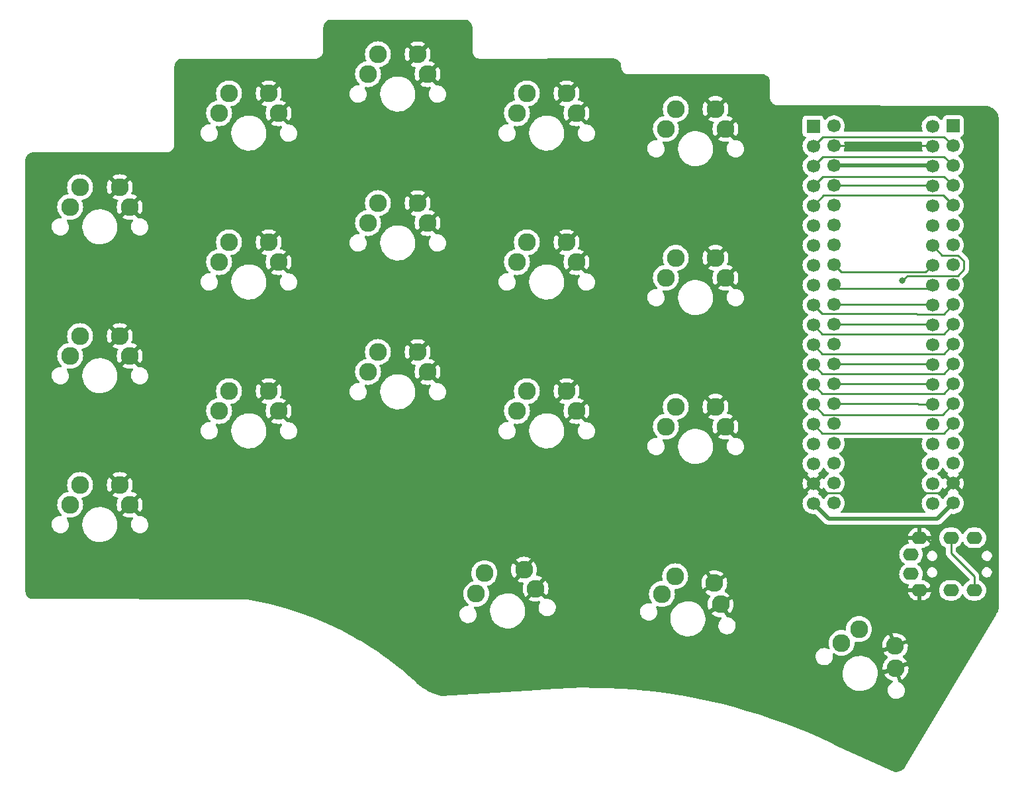
<source format=gbl>
%TF.GenerationSoftware,KiCad,Pcbnew,(7.0.0)*%
%TF.CreationDate,2023-03-01T21:35:24+09:00*%
%TF.ProjectId,keyboard_pcb,6b657962-6f61-4726-945f-7063622e6b69,rev1.0*%
%TF.SameCoordinates,Original*%
%TF.FileFunction,Copper,L2,Bot*%
%TF.FilePolarity,Positive*%
%FSLAX46Y46*%
G04 Gerber Fmt 4.6, Leading zero omitted, Abs format (unit mm)*
G04 Created by KiCad (PCBNEW (7.0.0)) date 2023-03-01 21:35:24*
%MOMM*%
%LPD*%
G01*
G04 APERTURE LIST*
%TA.AperFunction,ComponentPad*%
%ADD10C,2.286000*%
%TD*%
%TA.AperFunction,ComponentPad*%
%ADD11O,2.000000X1.600000*%
%TD*%
%TA.AperFunction,ComponentPad*%
%ADD12R,1.700000X1.700000*%
%TD*%
%TA.AperFunction,ComponentPad*%
%ADD13C,1.700000*%
%TD*%
%TA.AperFunction,ViaPad*%
%ADD14C,0.800000*%
%TD*%
%TA.AperFunction,Conductor*%
%ADD15C,0.250000*%
%TD*%
%TA.AperFunction,Conductor*%
%ADD16C,0.500000*%
%TD*%
G04 APERTURE END LIST*
D10*
%TO.P,K04,1*%
%TO.N,/k04*%
X141140000Y-51360000D03*
X142410000Y-48820000D03*
%TO.P,K04,2*%
%TO.N,GND*%
X147490000Y-48820000D03*
X148760000Y-51360000D03*
%TD*%
%TO.P,K05,1*%
%TO.N,/k05*%
X160190000Y-53360000D03*
X161460000Y-50820000D03*
%TO.P,K05,2*%
%TO.N,GND*%
X166540000Y-50820000D03*
X167810000Y-53360000D03*
%TD*%
%TO.P,K15,1*%
%TO.N,/k15*%
X160190000Y-72410000D03*
X161460000Y-69870000D03*
%TO.P,K15,2*%
%TO.N,GND*%
X166540000Y-69870000D03*
X167810000Y-72410000D03*
%TD*%
%TO.P,K03,1*%
%TO.N,/k03*%
X122090000Y-46360000D03*
X123360000Y-43820000D03*
%TO.P,K03,2*%
%TO.N,GND*%
X128440000Y-43820000D03*
X129710000Y-46360000D03*
%TD*%
%TO.P,K13,1*%
%TO.N,/k13*%
X122090000Y-65410000D03*
X123360000Y-62870000D03*
%TO.P,K13,2*%
%TO.N,GND*%
X128440000Y-62870000D03*
X129710000Y-65410000D03*
%TD*%
%TO.P,K25,1*%
%TO.N,/k25*%
X160190000Y-91460000D03*
X161460000Y-88920000D03*
%TO.P,K25,2*%
%TO.N,GND*%
X166540000Y-88920000D03*
X167810000Y-91460000D03*
%TD*%
%TO.P,K24,1*%
%TO.N,/k24*%
X141140000Y-89460000D03*
X142410000Y-86920000D03*
%TO.P,K24,2*%
%TO.N,GND*%
X147490000Y-86920000D03*
X148760000Y-89460000D03*
%TD*%
%TO.P,K21,1*%
%TO.N,/k21*%
X83990000Y-101460000D03*
X85260000Y-98920000D03*
%TO.P,K21,2*%
%TO.N,GND*%
X90340000Y-98920000D03*
X91610000Y-101460000D03*
%TD*%
%TO.P,K02,1*%
%TO.N,/k02*%
X103040000Y-51360000D03*
X104310000Y-48820000D03*
%TO.P,K02,2*%
%TO.N,GND*%
X109390000Y-48820000D03*
X110660000Y-51360000D03*
%TD*%
%TO.P,K12,1*%
%TO.N,/k12*%
X103040000Y-70410000D03*
X104310000Y-67870000D03*
%TO.P,K12,2*%
%TO.N,GND*%
X109390000Y-67870000D03*
X110660000Y-70410000D03*
%TD*%
%TO.P,K30,1*%
%TO.N,/k30*%
X135933123Y-112851729D03*
X136976914Y-110210707D03*
%TO.P,K30,2*%
%TO.N,GND*%
X142037583Y-109767955D03*
X143524126Y-112187602D03*
%TD*%
%TO.P,K01,1*%
%TO.N,/k01*%
X83990000Y-63360000D03*
X85260000Y-60820000D03*
%TO.P,K01,2*%
%TO.N,GND*%
X90340000Y-60820000D03*
X91610000Y-63360000D03*
%TD*%
%TO.P,K14,1*%
%TO.N,/k14*%
X141140000Y-70410000D03*
X142410000Y-67870000D03*
%TO.P,K14,2*%
%TO.N,GND*%
X147490000Y-67870000D03*
X148760000Y-70410000D03*
%TD*%
%TO.P,K23,1*%
%TO.N,/k23*%
X122090000Y-84460000D03*
X123360000Y-81920000D03*
%TO.P,K23,2*%
%TO.N,GND*%
X128440000Y-81920000D03*
X129710000Y-84460000D03*
%TD*%
%TO.P,K22,1*%
%TO.N,/k22*%
X103040000Y-89460000D03*
X104310000Y-86920000D03*
%TO.P,K22,2*%
%TO.N,GND*%
X109390000Y-86920000D03*
X110660000Y-89460000D03*
%TD*%
D11*
%TO.P,J1,1,SLEEVE*%
%TO.N,+3V3*%
X191549999Y-107799999D03*
X191549999Y-110299999D03*
%TO.P,J1,2,TIP*%
%TO.N,GND*%
X192649999Y-105699999D03*
X192649999Y-112399999D03*
%TO.P,J1,3,RING1*%
%TO.N,/RX*%
X196649999Y-105699999D03*
X199649999Y-112399999D03*
%TO.P,J1,4,RING2*%
%TO.N,/TX*%
X199649999Y-105699999D03*
X196649999Y-112399999D03*
%TD*%
D10*
%TO.P,K32,1*%
%TO.N,/k32*%
X182670418Y-119137803D03*
X184894879Y-117372506D03*
%TO.P,K32,2*%
%TO.N,GND*%
X189498923Y-119519407D03*
X189576483Y-122358154D03*
%TD*%
%TO.P,K11,1*%
%TO.N,/k11*%
X83990000Y-82410000D03*
X85260000Y-79870000D03*
%TO.P,K11,2*%
%TO.N,GND*%
X90340000Y-79870000D03*
X91610000Y-82410000D03*
%TD*%
D12*
%TO.P,U1,1,PB12*%
%TO.N,unconnected-(U1-PB12-Pad1)*%
X179034999Y-53019999D03*
X196934999Y-52999999D03*
D13*
%TO.P,U1,2,PB13*%
%TO.N,/k05*%
X179035000Y-55560000D03*
X196935000Y-55540000D03*
%TO.P,U1,3,PB14*%
%TO.N,/k04*%
X179035000Y-58100000D03*
X196935000Y-58080000D03*
%TO.P,U1,4,PB15*%
%TO.N,/k03*%
X179035000Y-60640000D03*
X196935000Y-60620000D03*
%TO.P,U1,5,PA8*%
%TO.N,/k02*%
X179035000Y-63180000D03*
X196935000Y-63160000D03*
%TO.P,U1,6,PA9*%
%TO.N,unconnected-(U1-PA9-Pad6)*%
X179035000Y-65720000D03*
X196935000Y-65700000D03*
%TO.P,U1,7,PA10*%
%TO.N,unconnected-(U1-PA10-Pad7)*%
X179035000Y-68260000D03*
X196935000Y-68240000D03*
%TO.P,U1,8,PA11*%
%TO.N,unconnected-(U1-PA11-Pad8)*%
X179035000Y-70800000D03*
X196935000Y-70780000D03*
%TO.P,U1,9,PA12*%
%TO.N,unconnected-(U1-PA12-Pad9)*%
X179035000Y-73340000D03*
X196935000Y-73320000D03*
%TO.P,U1,10,PA15*%
%TO.N,/k15*%
X179035000Y-75880000D03*
X196935000Y-75860000D03*
%TO.P,U1,11,PB3*%
%TO.N,/k14*%
X179035000Y-78420000D03*
X196935000Y-78400000D03*
%TO.P,U1,12,PB4*%
%TO.N,/k13*%
X179035000Y-80960000D03*
X196935000Y-80940000D03*
%TO.P,U1,13,PB5*%
%TO.N,/k12*%
X179035000Y-83500000D03*
X196935000Y-83480000D03*
%TO.P,U1,14,PB6*%
%TO.N,/TX*%
X179035000Y-86040000D03*
X196935000Y-86020000D03*
%TO.P,U1,15,PB7*%
%TO.N,/RX*%
X179035000Y-88580000D03*
X196935000Y-88560000D03*
%TO.P,U1,16,PB8*%
%TO.N,/k11*%
X179035000Y-91120000D03*
X196935000Y-91100000D03*
%TO.P,U1,17,PB9*%
%TO.N,unconnected-(U1-PB9-Pad17)*%
X179035000Y-93660000D03*
X196935000Y-93640000D03*
%TO.P,U1,18,5V*%
%TO.N,unconnected-(U1-5V-Pad18)*%
X179035000Y-96200000D03*
X196935000Y-96180000D03*
%TO.P,U1,19,GND*%
%TO.N,GND*%
X179035000Y-98740000D03*
X196935000Y-98720000D03*
%TO.P,U1,20,3V3*%
%TO.N,+3V3*%
X179035000Y-101280000D03*
X196935000Y-101260000D03*
%TO.P,U1,21,VBat*%
%TO.N,unconnected-(U1-VBat-Pad21)*%
X181695000Y-101260000D03*
X194275000Y-101280000D03*
%TO.P,U1,22,PC13*%
%TO.N,unconnected-(U1-PC13-Pad22)*%
X181695000Y-98720000D03*
X194275000Y-98740000D03*
%TO.P,U1,23,PC14*%
%TO.N,unconnected-(U1-PC14-Pad23)*%
X181695000Y-96180000D03*
X194275000Y-96200000D03*
%TO.P,U1,24,PC15*%
%TO.N,unconnected-(U1-PC15-Pad24)*%
X181695000Y-93640000D03*
X194275000Y-93660000D03*
%TO.P,U1,25,RES*%
%TO.N,unconnected-(U1-RES-Pad25)*%
X181695000Y-91100000D03*
X194275000Y-91120000D03*
%TO.P,U1,26,PA0*%
%TO.N,/k32*%
X181695000Y-88560000D03*
X194275000Y-88580000D03*
%TO.P,U1,27,PA1*%
%TO.N,/k31*%
X181695000Y-86020000D03*
X194275000Y-86040000D03*
%TO.P,U1,28,PA2*%
%TO.N,/k30*%
X181695000Y-83480000D03*
X194275000Y-83500000D03*
%TO.P,U1,29,PA3*%
%TO.N,unconnected-(U1-PA3-Pad29)*%
X181695000Y-80940000D03*
X194275000Y-80960000D03*
%TO.P,U1,30,PA4*%
%TO.N,/k21*%
X181695000Y-78400000D03*
X194275000Y-78420000D03*
%TO.P,U1,31,PA5*%
%TO.N,/k22*%
X181695000Y-75860000D03*
X194275000Y-75880000D03*
%TO.P,U1,32,PA6*%
%TO.N,/k23*%
X181695000Y-73320000D03*
X194275000Y-73340000D03*
%TO.P,U1,33,PA7*%
%TO.N,/k24*%
X181695000Y-70780000D03*
X194275000Y-70800000D03*
%TO.P,U1,34,PB0*%
%TO.N,/k25*%
X181695000Y-68240000D03*
X194275000Y-68260000D03*
%TO.P,U1,35,PB1*%
%TO.N,unconnected-(U1-PB1-Pad35)*%
X181695000Y-65700000D03*
X194275000Y-65720000D03*
%TO.P,U1,36,PB2*%
%TO.N,unconnected-(U1-PB2-Pad36)*%
X181695000Y-63160000D03*
X194275000Y-63180000D03*
%TO.P,U1,37,PB10*%
%TO.N,/k01*%
X181695000Y-60620000D03*
X194275000Y-60640000D03*
%TO.P,U1,38,3V3*%
%TO.N,+3V3*%
X181695000Y-58080000D03*
X194275000Y-58100000D03*
%TO.P,U1,39,GND*%
%TO.N,GND*%
X181695000Y-55540000D03*
X194275000Y-55560000D03*
%TO.P,U1,40,5V*%
%TO.N,unconnected-(U1-5V-Pad40)*%
X181695000Y-53000000D03*
X194275000Y-53020000D03*
%TD*%
D10*
%TO.P,K31,1*%
%TO.N,/k31*%
X159688949Y-112886989D03*
X161380721Y-110606110D03*
%TO.P,K31,2*%
%TO.N,GND*%
X166383544Y-111488243D03*
X167193184Y-114210188D03*
%TD*%
D14*
%TO.N,GND*%
X176750000Y-65850000D03*
X176300000Y-86700000D03*
X199980000Y-56760000D03*
X176000000Y-69800000D03*
X177100000Y-82500000D03*
X199930000Y-84850000D03*
%TO.N,/k25*%
X190450000Y-72750000D03*
%TD*%
D15*
%TO.N,/k32*%
X192442600Y-88580000D02*
X194275000Y-88580000D01*
X192422600Y-88560000D02*
X192442600Y-88580000D01*
X181695000Y-88560000D02*
X192422600Y-88560000D01*
D16*
%TO.N,+3V3*%
X179035000Y-101280000D02*
X181005000Y-103250000D01*
X194945000Y-103250000D02*
X196935000Y-101260000D01*
X181005000Y-103250000D02*
X194945000Y-103250000D01*
X181695000Y-58080000D02*
X194255000Y-58080000D01*
D15*
X194255000Y-58080000D02*
X194275000Y-58100000D01*
%TO.N,GND*%
X194255000Y-55540000D02*
X194275000Y-55560000D01*
X192664511Y-99914511D02*
X195740489Y-99914511D01*
X195740489Y-99914511D02*
X196935000Y-98720000D01*
X196106010Y-103750000D02*
X197250000Y-103750000D01*
X194156010Y-105700000D02*
X192650000Y-105700000D01*
X193600000Y-112400000D02*
X192650000Y-112400000D01*
X195500000Y-110500000D02*
X195500000Y-107700000D01*
X180209511Y-99914511D02*
X192664511Y-99914511D01*
X195500000Y-107700000D02*
X193500000Y-105700000D01*
X193500000Y-105700000D02*
X192650000Y-105700000D01*
X198750000Y-100535000D02*
X196935000Y-98720000D01*
X181695000Y-55540000D02*
X194255000Y-55540000D01*
X192650000Y-113450000D02*
X192650000Y-112400000D01*
X195500000Y-110500000D02*
X193600000Y-112400000D01*
X193200000Y-112300000D02*
X192662500Y-112300000D01*
X196106010Y-103750000D02*
X194156010Y-105700000D01*
X179035000Y-98740000D02*
X180209511Y-99914511D01*
X192650000Y-99929022D02*
X192664511Y-99914511D01*
X197250000Y-103750000D02*
X198750000Y-102250000D01*
X198750000Y-102250000D02*
X198750000Y-100535000D01*
%TO.N,/TX*%
X193786995Y-87213005D02*
X193788501Y-87214511D01*
X179035000Y-86040000D02*
X180208005Y-87213005D01*
X195740489Y-87214511D02*
X196935000Y-86020000D01*
X193788501Y-87214511D02*
X195740489Y-87214511D01*
X180208005Y-87213005D02*
X193786995Y-87213005D01*
%TO.N,/RX*%
X199650000Y-110650000D02*
X199650000Y-112400000D01*
X196650000Y-107650000D02*
X199650000Y-110650000D01*
X180380489Y-89925489D02*
X195569511Y-89925489D01*
X196650000Y-105700000D02*
X196650000Y-107650000D01*
X179035000Y-88580000D02*
X180380489Y-89925489D01*
X195569511Y-89925489D02*
X196935000Y-88560000D01*
%TO.N,/k01*%
X194255000Y-60620000D02*
X194275000Y-60640000D01*
X181695000Y-60620000D02*
X194255000Y-60620000D01*
%TO.N,/k02*%
X180345000Y-61870000D02*
X195645000Y-61870000D01*
X179035000Y-63180000D02*
X180345000Y-61870000D01*
X195645000Y-61870000D02*
X196935000Y-63160000D01*
%TO.N,/k03*%
X179035000Y-60640000D02*
X180229511Y-59445489D01*
X180229511Y-59445489D02*
X195760489Y-59445489D01*
X195760489Y-59445489D02*
X196935000Y-60620000D01*
%TO.N,/k04*%
X180229511Y-56905489D02*
X195760489Y-56905489D01*
X179035000Y-58100000D02*
X180229511Y-56905489D01*
X195760489Y-56905489D02*
X196935000Y-58080000D01*
%TO.N,/k05*%
X179035000Y-55560000D02*
X180229511Y-54365489D01*
X195760489Y-54365489D02*
X196935000Y-55540000D01*
X180229511Y-54365489D02*
X195760489Y-54365489D01*
%TO.N,/k11*%
X195740489Y-92294511D02*
X196935000Y-91100000D01*
X180209511Y-92294511D02*
X195740489Y-92294511D01*
X179035000Y-91120000D02*
X180209511Y-92294511D01*
%TO.N,/k12*%
X195740489Y-84674511D02*
X196935000Y-83480000D01*
X179035000Y-83500000D02*
X180209511Y-84674511D01*
X180209511Y-84674511D02*
X195740489Y-84674511D01*
%TO.N,/k13*%
X179035000Y-80960000D02*
X180209511Y-82134511D01*
X180209511Y-82134511D02*
X195740489Y-82134511D01*
X195740489Y-82134511D02*
X196935000Y-80940000D01*
%TO.N,/k14*%
X195740489Y-79594511D02*
X196935000Y-78400000D01*
X180209511Y-79594511D02*
X195740489Y-79594511D01*
X179035000Y-78420000D02*
X180209511Y-79594511D01*
%TO.N,/k15*%
X179035000Y-75880000D02*
X180189511Y-77034511D01*
X195740489Y-77054511D02*
X196935000Y-75860000D01*
X192275009Y-77034511D02*
X192295009Y-77054511D01*
X180189511Y-77034511D02*
X192275009Y-77034511D01*
X192295009Y-77054511D02*
X195740489Y-77054511D01*
%TO.N,/k21*%
X194255000Y-78400000D02*
X194275000Y-78420000D01*
X181695000Y-78400000D02*
X194255000Y-78400000D01*
%TO.N,/k22*%
X194255000Y-75860000D02*
X194275000Y-75880000D01*
X181695000Y-75860000D02*
X194255000Y-75860000D01*
%TO.N,/k23*%
X181695000Y-73320000D02*
X182135000Y-73760000D01*
X182135000Y-73760000D02*
X193855000Y-73760000D01*
X193855000Y-73760000D02*
X194275000Y-73340000D01*
%TO.N,/k24*%
X193395000Y-71680000D02*
X194275000Y-70800000D01*
X182595000Y-71680000D02*
X193395000Y-71680000D01*
X181695000Y-70780000D02*
X182595000Y-71680000D01*
%TO.N,/k25*%
X198310000Y-70260000D02*
X197570000Y-69520000D01*
X198310000Y-71360000D02*
X198310000Y-70260000D01*
X197530000Y-72140000D02*
X198310000Y-71360000D01*
X197570000Y-69520000D02*
X195535000Y-69520000D01*
X190450000Y-72750000D02*
X191060000Y-72140000D01*
X195535000Y-69520000D02*
X194275000Y-68260000D01*
X191060000Y-72140000D02*
X197530000Y-72140000D01*
%TO.N,/k30*%
X194255000Y-83480000D02*
X194275000Y-83500000D01*
X181695000Y-83480000D02*
X194255000Y-83480000D01*
%TO.N,/k31*%
X181695000Y-86020000D02*
X194255000Y-86020000D01*
X194255000Y-86020000D02*
X194275000Y-86040000D01*
%TD*%
%TA.AperFunction,Conductor*%
%TO.N,GND*%
G36*
X192979746Y-92943197D02*
G01*
X193025260Y-92985095D01*
X193045347Y-93043606D01*
X193035164Y-93104625D01*
X192987801Y-93212600D01*
X192987795Y-93212615D01*
X192985704Y-93217384D01*
X192984423Y-93222440D01*
X192984422Y-93222445D01*
X192947532Y-93368120D01*
X192930436Y-93435632D01*
X192930006Y-93440820D01*
X192930005Y-93440827D01*
X192914109Y-93632667D01*
X192911844Y-93660000D01*
X192912274Y-93665189D01*
X192929197Y-93869426D01*
X192930436Y-93884368D01*
X192942757Y-93933021D01*
X192977197Y-94069025D01*
X192985704Y-94102616D01*
X192987797Y-94107389D01*
X192987799Y-94107393D01*
X193055110Y-94260846D01*
X193076140Y-94308791D01*
X193199278Y-94497268D01*
X193225253Y-94525484D01*
X193348227Y-94659069D01*
X193348231Y-94659073D01*
X193351760Y-94662906D01*
X193529424Y-94801189D01*
X193534002Y-94803666D01*
X193534009Y-94803671D01*
X193562680Y-94819187D01*
X193610951Y-94865503D01*
X193628710Y-94930000D01*
X193610951Y-94994497D01*
X193562680Y-95040813D01*
X193534009Y-95056328D01*
X193533993Y-95056338D01*
X193529424Y-95058811D01*
X193525313Y-95062010D01*
X193525311Y-95062012D01*
X193355878Y-95193888D01*
X193355872Y-95193893D01*
X193351760Y-95197094D01*
X193348237Y-95200919D01*
X193348227Y-95200930D01*
X193202806Y-95358899D01*
X193202802Y-95358902D01*
X193199278Y-95362732D01*
X193196430Y-95367090D01*
X193196427Y-95367095D01*
X193078992Y-95546843D01*
X193076140Y-95551209D01*
X193074048Y-95555978D01*
X193074046Y-95555982D01*
X192987799Y-95752606D01*
X192987796Y-95752614D01*
X192985704Y-95757384D01*
X192984423Y-95762440D01*
X192984422Y-95762445D01*
X192940622Y-95935407D01*
X192930436Y-95975632D01*
X192930006Y-95980820D01*
X192930005Y-95980827D01*
X192927646Y-96009297D01*
X192911844Y-96200000D01*
X192912274Y-96205189D01*
X192929197Y-96409426D01*
X192930436Y-96424368D01*
X192985704Y-96642616D01*
X192987797Y-96647389D01*
X192987799Y-96647393D01*
X193035734Y-96756674D01*
X193076140Y-96848791D01*
X193199278Y-97037268D01*
X193202806Y-97041100D01*
X193348227Y-97199069D01*
X193348231Y-97199073D01*
X193351760Y-97202906D01*
X193529424Y-97341189D01*
X193562680Y-97359186D01*
X193610950Y-97405499D01*
X193628710Y-97469996D01*
X193610953Y-97534494D01*
X193562683Y-97580811D01*
X193534005Y-97596331D01*
X193533997Y-97596336D01*
X193529424Y-97598811D01*
X193525313Y-97602010D01*
X193525311Y-97602012D01*
X193355878Y-97733888D01*
X193355872Y-97733893D01*
X193351760Y-97737094D01*
X193348237Y-97740919D01*
X193348227Y-97740930D01*
X193202806Y-97898899D01*
X193202802Y-97898902D01*
X193199278Y-97902732D01*
X193196430Y-97907090D01*
X193196427Y-97907095D01*
X193078992Y-98086843D01*
X193076140Y-98091209D01*
X193074048Y-98095978D01*
X193074046Y-98095982D01*
X192987799Y-98292606D01*
X192987796Y-98292614D01*
X192985704Y-98297384D01*
X192984423Y-98302440D01*
X192984422Y-98302445D01*
X192956414Y-98413047D01*
X192930436Y-98515632D01*
X192930006Y-98520820D01*
X192930005Y-98520827D01*
X192927666Y-98549058D01*
X192911844Y-98740000D01*
X192912274Y-98745189D01*
X192929998Y-98959092D01*
X192930436Y-98964368D01*
X192985704Y-99182616D01*
X193076140Y-99388791D01*
X193199278Y-99577268D01*
X193202806Y-99581100D01*
X193348227Y-99739069D01*
X193348231Y-99739073D01*
X193351760Y-99742906D01*
X193529424Y-99881189D01*
X193534002Y-99883666D01*
X193534009Y-99883671D01*
X193562680Y-99899187D01*
X193610951Y-99945503D01*
X193628710Y-100010000D01*
X193610951Y-100074497D01*
X193562680Y-100120813D01*
X193534009Y-100136328D01*
X193533993Y-100136338D01*
X193529424Y-100138811D01*
X193525313Y-100142010D01*
X193525311Y-100142012D01*
X193355878Y-100273888D01*
X193355872Y-100273893D01*
X193351760Y-100277094D01*
X193348237Y-100280919D01*
X193348227Y-100280930D01*
X193202806Y-100438899D01*
X193202802Y-100438902D01*
X193199278Y-100442732D01*
X193196430Y-100447090D01*
X193196427Y-100447095D01*
X193078992Y-100626843D01*
X193076140Y-100631209D01*
X193074048Y-100635978D01*
X193074046Y-100635982D01*
X192987799Y-100832606D01*
X192987796Y-100832614D01*
X192985704Y-100837384D01*
X192984423Y-100842440D01*
X192984422Y-100842445D01*
X192956414Y-100953047D01*
X192930436Y-101055632D01*
X192930006Y-101060820D01*
X192930005Y-101060827D01*
X192926694Y-101100790D01*
X192911844Y-101280000D01*
X192912274Y-101285189D01*
X192929197Y-101489426D01*
X192930436Y-101504368D01*
X192985704Y-101722616D01*
X192987797Y-101727389D01*
X192987799Y-101727393D01*
X193030248Y-101824167D01*
X193076140Y-101928791D01*
X193199278Y-102117268D01*
X193309939Y-102237477D01*
X193349234Y-102280162D01*
X193377588Y-102330547D01*
X193380455Y-102388291D01*
X193357231Y-102441236D01*
X193312806Y-102478236D01*
X193256533Y-102491500D01*
X182691567Y-102491500D01*
X182631597Y-102476313D01*
X182586083Y-102434415D01*
X182565997Y-102375903D01*
X182576180Y-102314884D01*
X182610895Y-102270284D01*
X182610296Y-102269633D01*
X182614122Y-102266111D01*
X182618240Y-102262906D01*
X182770722Y-102097268D01*
X182893860Y-101908791D01*
X182984296Y-101702616D01*
X183039564Y-101484368D01*
X183058156Y-101260000D01*
X183039564Y-101035632D01*
X182984296Y-100817384D01*
X182893860Y-100611209D01*
X182770722Y-100422732D01*
X182650709Y-100292364D01*
X182621772Y-100260930D01*
X182621767Y-100260925D01*
X182618240Y-100257094D01*
X182440576Y-100118811D01*
X182436002Y-100116336D01*
X182435995Y-100116331D01*
X182407320Y-100100814D01*
X182359048Y-100054498D01*
X182341289Y-99990000D01*
X182359048Y-99925502D01*
X182407320Y-99879186D01*
X182407849Y-99878900D01*
X182440576Y-99861189D01*
X182618240Y-99722906D01*
X182770722Y-99557268D01*
X182893860Y-99368791D01*
X182984296Y-99162616D01*
X183039564Y-98944368D01*
X183058156Y-98720000D01*
X183039564Y-98495632D01*
X182984296Y-98277384D01*
X182893860Y-98071209D01*
X182770722Y-97882732D01*
X182650709Y-97752364D01*
X182621772Y-97720930D01*
X182621767Y-97720925D01*
X182618240Y-97717094D01*
X182440576Y-97578811D01*
X182436002Y-97576336D01*
X182435995Y-97576331D01*
X182407320Y-97560814D01*
X182359048Y-97514498D01*
X182341289Y-97450000D01*
X182359048Y-97385502D01*
X182407320Y-97339186D01*
X182435990Y-97323671D01*
X182440576Y-97321189D01*
X182618240Y-97182906D01*
X182770722Y-97017268D01*
X182893860Y-96828791D01*
X182984296Y-96622616D01*
X183039564Y-96404368D01*
X183058156Y-96180000D01*
X183039564Y-95955632D01*
X182984296Y-95737384D01*
X182893860Y-95531209D01*
X182770722Y-95342732D01*
X182640183Y-95200930D01*
X182621772Y-95180930D01*
X182621767Y-95180925D01*
X182618240Y-95177094D01*
X182440576Y-95038811D01*
X182436002Y-95036336D01*
X182435995Y-95036331D01*
X182407320Y-95020814D01*
X182359048Y-94974498D01*
X182341289Y-94910000D01*
X182359048Y-94845502D01*
X182407320Y-94799186D01*
X182435990Y-94783671D01*
X182440576Y-94781189D01*
X182618240Y-94642906D01*
X182770722Y-94477268D01*
X182893860Y-94288791D01*
X182984296Y-94082616D01*
X183039564Y-93864368D01*
X183058156Y-93640000D01*
X183039564Y-93415632D01*
X182984296Y-93197384D01*
X182943607Y-93104623D01*
X182933426Y-93043606D01*
X182953513Y-92985095D01*
X182999027Y-92943197D01*
X183058996Y-92928011D01*
X192919777Y-92928011D01*
X192979746Y-92943197D01*
G37*
%TD.AperFunction*%
%TA.AperFunction,Conductor*%
G36*
X192909655Y-55011792D02*
G01*
X192953748Y-55047598D01*
X192977634Y-55099132D01*
X192976460Y-55155920D01*
X192932211Y-55330653D01*
X192930500Y-55340907D01*
X192912776Y-55554811D01*
X192912776Y-55565189D01*
X192930500Y-55779092D01*
X192932209Y-55789335D01*
X192984900Y-55997407D01*
X192988270Y-56007223D01*
X193026938Y-56095375D01*
X193037121Y-56156393D01*
X193017034Y-56214904D01*
X192971521Y-56256803D01*
X192911551Y-56271989D01*
X183049676Y-56271989D01*
X182989706Y-56256803D01*
X182944193Y-56214904D01*
X182924106Y-56156393D01*
X182934289Y-56095375D01*
X182981729Y-55987223D01*
X182985099Y-55977407D01*
X183037790Y-55769335D01*
X183039499Y-55759092D01*
X183057224Y-55545189D01*
X183057224Y-55534811D01*
X183039499Y-55320907D01*
X183037790Y-55310664D01*
X182998604Y-55155920D01*
X182997431Y-55099132D01*
X183021317Y-55047598D01*
X183065410Y-55011792D01*
X183120749Y-54998989D01*
X192854316Y-54998989D01*
X192909655Y-55011792D01*
G37*
%TD.AperFunction*%
%TA.AperFunction,Conductor*%
G36*
X134443976Y-39377486D02*
G01*
X134601073Y-39391229D01*
X134622701Y-39395042D01*
X134687402Y-39412379D01*
X134769695Y-39434429D01*
X134790334Y-39441941D01*
X134928257Y-39506255D01*
X134947277Y-39517237D01*
X135071931Y-39604520D01*
X135088756Y-39618638D01*
X135196361Y-39726243D01*
X135210479Y-39743068D01*
X135297762Y-39867722D01*
X135308744Y-39886742D01*
X135373058Y-40024665D01*
X135380570Y-40045304D01*
X135419956Y-40192296D01*
X135423770Y-40213927D01*
X135437509Y-40370986D01*
X135437988Y-40382032D01*
X135436408Y-43381392D01*
X135436408Y-43381887D01*
X135436407Y-43381892D01*
X135436406Y-43469425D01*
X135437360Y-43474837D01*
X135437361Y-43474845D01*
X135465851Y-43636421D01*
X135466805Y-43641831D01*
X135468680Y-43646982D01*
X135468682Y-43646990D01*
X135524800Y-43801176D01*
X135524803Y-43801184D01*
X135526680Y-43806339D01*
X135614212Y-43957950D01*
X135617742Y-43962157D01*
X135617745Y-43962161D01*
X135662360Y-44015331D01*
X135726742Y-44092058D01*
X135730949Y-44095588D01*
X135840555Y-44187559D01*
X135860850Y-44204588D01*
X136012461Y-44292120D01*
X136017620Y-44293998D01*
X136017623Y-44293999D01*
X136171809Y-44350117D01*
X136176969Y-44351995D01*
X136349375Y-44382394D01*
X136436908Y-44382393D01*
X136437408Y-44382393D01*
X136437408Y-44385486D01*
X136437412Y-44385485D01*
X136437408Y-44382392D01*
X136437407Y-44382392D01*
X153469421Y-44359506D01*
X153480561Y-44359986D01*
X153637581Y-44373724D01*
X153659209Y-44377537D01*
X153677336Y-44382394D01*
X153806206Y-44416924D01*
X153826831Y-44424430D01*
X153964760Y-44488748D01*
X153983781Y-44499730D01*
X154027080Y-44530048D01*
X154092814Y-44576076D01*
X154108440Y-44587017D01*
X154125264Y-44601135D01*
X154232866Y-44708737D01*
X154246980Y-44725556D01*
X154334274Y-44850225D01*
X154345247Y-44869232D01*
X154398656Y-44983766D01*
X154409565Y-45007160D01*
X154417077Y-45027799D01*
X154456462Y-45174789D01*
X154460276Y-45196418D01*
X154469188Y-45298279D01*
X154473705Y-45349909D01*
X154473706Y-45349929D01*
X154474495Y-45358937D01*
X154474115Y-45358970D01*
X154474115Y-45358981D01*
X154474493Y-45358947D01*
X154474500Y-45359024D01*
X154474119Y-45359058D01*
X154474140Y-45359536D01*
X154474543Y-45359500D01*
X154497562Y-45612718D01*
X154499863Y-45638021D01*
X154499792Y-45638040D01*
X154499905Y-45638482D01*
X154499911Y-45638544D01*
X154499941Y-45638601D01*
X154520577Y-45719142D01*
X154522676Y-45723893D01*
X154522679Y-45723902D01*
X154579662Y-45852891D01*
X154587836Y-45871394D01*
X154679185Y-46010534D01*
X154682707Y-46014346D01*
X154682709Y-46014348D01*
X154788620Y-46128968D01*
X154788625Y-46128972D01*
X154792145Y-46132782D01*
X154796245Y-46135964D01*
X154796248Y-46135966D01*
X154856862Y-46182999D01*
X154923647Y-46234820D01*
X154928218Y-46237287D01*
X154928221Y-46237289D01*
X155002961Y-46277628D01*
X155070121Y-46313876D01*
X155227590Y-46367804D01*
X155232717Y-46368657D01*
X155232719Y-46368658D01*
X155251171Y-46371730D01*
X155391777Y-46395139D01*
X155475000Y-46395123D01*
X155475500Y-46395123D01*
X155475500Y-46394123D01*
X155475000Y-46394123D01*
X155465554Y-46393342D01*
X155465879Y-46393255D01*
X155498320Y-46388961D01*
X172519421Y-46366106D01*
X172530561Y-46366586D01*
X172687581Y-46380324D01*
X172709209Y-46384137D01*
X172736995Y-46391582D01*
X172856206Y-46423524D01*
X172876831Y-46431030D01*
X173014760Y-46495348D01*
X173033781Y-46506330D01*
X173158440Y-46593617D01*
X173175264Y-46607735D01*
X173282866Y-46715337D01*
X173296980Y-46732156D01*
X173384274Y-46856825D01*
X173395247Y-46875832D01*
X173423487Y-46936391D01*
X173459565Y-47013760D01*
X173467077Y-47034399D01*
X173506462Y-47181389D01*
X173510275Y-47203018D01*
X173524020Y-47360114D01*
X173524500Y-47371096D01*
X173524500Y-49362299D01*
X173524500Y-49362799D01*
X173524500Y-49450331D01*
X173525454Y-49455742D01*
X173525455Y-49455752D01*
X173553944Y-49617324D01*
X173553945Y-49617330D01*
X173554899Y-49622737D01*
X173614775Y-49787244D01*
X173639905Y-49830771D01*
X173670299Y-49883416D01*
X173702307Y-49938855D01*
X173705837Y-49943062D01*
X173705840Y-49943066D01*
X173810602Y-50067916D01*
X173814837Y-50072963D01*
X173819044Y-50076493D01*
X173918829Y-50160223D01*
X173948944Y-50185492D01*
X174100555Y-50273025D01*
X174265062Y-50332901D01*
X174392165Y-50355312D01*
X174431796Y-50362300D01*
X174437468Y-50363300D01*
X174442974Y-50363300D01*
X174524900Y-50363300D01*
X200995964Y-50400494D01*
X201004027Y-50400764D01*
X201020032Y-50401812D01*
X201226649Y-50415355D01*
X201242968Y-50417503D01*
X201457653Y-50460206D01*
X201473557Y-50464467D01*
X201680830Y-50534828D01*
X201696036Y-50541127D01*
X201892351Y-50637938D01*
X201906607Y-50646169D01*
X202088600Y-50767773D01*
X202101674Y-50777805D01*
X202247288Y-50905504D01*
X202266229Y-50922115D01*
X202277884Y-50933770D01*
X202422193Y-51098324D01*
X202432226Y-51111399D01*
X202492179Y-51201125D01*
X202553825Y-51293383D01*
X202562064Y-51307653D01*
X202590310Y-51364930D01*
X202658868Y-51503953D01*
X202665174Y-51519177D01*
X202681582Y-51567511D01*
X202735529Y-51726434D01*
X202739795Y-51742355D01*
X202782494Y-51957019D01*
X202784645Y-51973359D01*
X202799230Y-52195881D01*
X202799500Y-52204122D01*
X202799500Y-114395905D01*
X202799235Y-114404077D01*
X202784892Y-114624752D01*
X202782776Y-114640957D01*
X202740788Y-114853881D01*
X202736593Y-114869676D01*
X202667398Y-115075380D01*
X202661194Y-115090501D01*
X202565951Y-115285523D01*
X202557842Y-115299712D01*
X202444789Y-115470734D01*
X202444788Y-115470736D01*
X202433678Y-115487544D01*
X202433665Y-115487555D01*
X202433626Y-115487620D01*
X202433344Y-115487992D01*
X202433385Y-115488023D01*
X202431887Y-115490534D01*
X202431883Y-115490541D01*
X190827532Y-134951852D01*
X190827530Y-134951855D01*
X190821208Y-134962459D01*
X190821163Y-134962763D01*
X190821411Y-134963095D01*
X190821821Y-134963155D01*
X190822067Y-134962971D01*
X190825801Y-134956707D01*
X190817316Y-134980521D01*
X190798772Y-135014689D01*
X190763419Y-135060990D01*
X190702038Y-135141377D01*
X190690143Y-135154844D01*
X190542655Y-135299570D01*
X190528965Y-135311209D01*
X190362382Y-135433488D01*
X190347181Y-135443057D01*
X190245608Y-135497298D01*
X190164910Y-135540391D01*
X190148496Y-135547703D01*
X189954228Y-135618121D01*
X189936943Y-135623024D01*
X189734641Y-135665092D01*
X189716831Y-135667487D01*
X189532819Y-135678964D01*
X189473290Y-135668119D01*
X182119364Y-132360408D01*
X182115231Y-132358459D01*
X181380428Y-131995302D01*
X181380378Y-131995278D01*
X181379771Y-131994978D01*
X181379156Y-131994691D01*
X181379120Y-131994674D01*
X179888984Y-131299974D01*
X179888392Y-131299698D01*
X179887844Y-131299457D01*
X179887792Y-131299434D01*
X178382207Y-130638850D01*
X178382198Y-130638846D01*
X178381564Y-130638568D01*
X178380911Y-130638299D01*
X176860752Y-130012210D01*
X176860729Y-130012201D01*
X176860069Y-130011929D01*
X176859399Y-130011671D01*
X176859352Y-130011652D01*
X175325417Y-129420383D01*
X175325346Y-129420356D01*
X175324696Y-129420106D01*
X175324036Y-129419868D01*
X175323975Y-129419846D01*
X173776956Y-128863663D01*
X173776902Y-128863644D01*
X173776242Y-128863407D01*
X173775551Y-128863176D01*
X173775510Y-128863162D01*
X172216168Y-128342341D01*
X172216159Y-128342338D01*
X172215509Y-128342121D01*
X172214866Y-128341922D01*
X172214843Y-128341915D01*
X170644017Y-127856736D01*
X170643963Y-127856720D01*
X170643309Y-127856518D01*
X169856668Y-127633043D01*
X169061157Y-127407048D01*
X169061144Y-127407044D01*
X169060456Y-127406849D01*
X169059791Y-127406676D01*
X169059753Y-127406666D01*
X167468446Y-126993524D01*
X167468447Y-126993524D01*
X167467772Y-126993349D01*
X165866084Y-126616232D01*
X165865415Y-126616090D01*
X165865395Y-126616086D01*
X164256948Y-126275846D01*
X164256881Y-126275832D01*
X164256221Y-126275693D01*
X164255564Y-126275569D01*
X164255496Y-126275556D01*
X162639691Y-125972035D01*
X162639687Y-125972034D01*
X162639020Y-125971909D01*
X162638398Y-125971806D01*
X162638354Y-125971799D01*
X161016057Y-125705159D01*
X161016031Y-125705155D01*
X161015319Y-125705038D01*
X161014600Y-125704936D01*
X161014570Y-125704932D01*
X159386710Y-125475323D01*
X159386656Y-125475316D01*
X159385961Y-125475218D01*
X159385199Y-125475128D01*
X159385190Y-125475127D01*
X157752515Y-125282654D01*
X157752484Y-125282650D01*
X157751791Y-125282569D01*
X157460177Y-125254909D01*
X156114381Y-125127258D01*
X156114331Y-125127253D01*
X156113658Y-125127190D01*
X156112950Y-125127139D01*
X156112913Y-125127136D01*
X154473123Y-125009213D01*
X154473098Y-125009211D01*
X154472410Y-125009162D01*
X154471769Y-125009130D01*
X154471727Y-125009128D01*
X152829608Y-124928580D01*
X152829545Y-124928577D01*
X152828900Y-124928546D01*
X152828229Y-124928528D01*
X152828192Y-124928527D01*
X151184722Y-124885403D01*
X151184681Y-124885402D01*
X151183980Y-124885384D01*
X151183238Y-124885381D01*
X151183208Y-124885381D01*
X149539252Y-124879701D01*
X149539200Y-124879701D01*
X149538504Y-124879699D01*
X149537803Y-124879712D01*
X149537745Y-124879713D01*
X147894103Y-124911477D01*
X147894019Y-124911479D01*
X147893325Y-124911493D01*
X147892605Y-124911523D01*
X147892551Y-124911525D01*
X146250050Y-124980718D01*
X146250024Y-124980719D01*
X146249297Y-124980750D01*
X146248616Y-124980794D01*
X146248564Y-124980797D01*
X144607950Y-125087389D01*
X144607863Y-125087395D01*
X144607273Y-125087434D01*
X144606659Y-125087487D01*
X144606580Y-125087494D01*
X143789195Y-125159323D01*
X143786241Y-125159548D01*
X131504216Y-125948394D01*
X131435248Y-125932963D01*
X131433902Y-125932220D01*
X131430820Y-125930461D01*
X131425439Y-125927289D01*
X131436637Y-125930068D01*
X131437122Y-125930189D01*
X131437363Y-125929218D01*
X131436877Y-125929098D01*
X131436878Y-125929097D01*
X131420983Y-125924662D01*
X131420980Y-125924661D01*
X131026203Y-125814531D01*
X131019290Y-125812387D01*
X130619303Y-125675606D01*
X130612526Y-125673069D01*
X130221029Y-125513541D01*
X130214408Y-125510618D01*
X129832748Y-125328891D01*
X129826306Y-125325594D01*
X129455683Y-125122241D01*
X129449441Y-125118579D01*
X129091113Y-124894289D01*
X129085092Y-124890275D01*
X128744810Y-124649029D01*
X128730625Y-124637327D01*
X128702622Y-124610563D01*
X128478291Y-124396154D01*
X128282068Y-124208610D01*
X128282058Y-124208601D01*
X128281373Y-124207946D01*
X128238920Y-124169745D01*
X127344426Y-123364840D01*
X127344415Y-123364830D01*
X127343690Y-123364178D01*
X127238574Y-123275158D01*
X127061459Y-123125164D01*
X182801833Y-123125164D01*
X182802253Y-123129348D01*
X182802254Y-123129349D01*
X182831488Y-123419946D01*
X182831489Y-123419954D01*
X182831911Y-123424145D01*
X182901570Y-123716449D01*
X183009569Y-123996860D01*
X183011589Y-124000546D01*
X183128282Y-124213485D01*
X183153979Y-124260375D01*
X183156472Y-124263759D01*
X183156473Y-124263760D01*
X183307115Y-124468214D01*
X183332223Y-124502290D01*
X183541121Y-124718289D01*
X183776946Y-124904518D01*
X183780563Y-124906660D01*
X183780564Y-124906661D01*
X183782845Y-124908012D01*
X184035487Y-125057652D01*
X184312133Y-125174960D01*
X184601946Y-125254348D01*
X184899755Y-125294400D01*
X185122925Y-125294400D01*
X185125033Y-125294400D01*
X185349819Y-125279352D01*
X185644287Y-125219499D01*
X185928151Y-125120931D01*
X186196343Y-124985407D01*
X186444080Y-124815346D01*
X186666939Y-124613782D01*
X186860943Y-124384312D01*
X187022631Y-124131032D01*
X187149118Y-123858460D01*
X187238146Y-123571462D01*
X187288126Y-123275158D01*
X187292087Y-123156692D01*
X188132388Y-123156692D01*
X188136017Y-123167345D01*
X188234081Y-123327370D01*
X188239881Y-123335352D01*
X188402226Y-123525434D01*
X188409202Y-123532410D01*
X188599284Y-123694755D01*
X188607266Y-123700555D01*
X188820406Y-123831167D01*
X188829201Y-123835648D01*
X189060144Y-123931308D01*
X189069530Y-123934358D01*
X189169603Y-123958384D01*
X189223424Y-123986310D01*
X189257970Y-124036141D01*
X189265240Y-124096338D01*
X189243551Y-124152960D01*
X189197926Y-124192896D01*
X189061213Y-124263377D01*
X189061208Y-124263379D01*
X189055874Y-124266130D01*
X189051157Y-124269839D01*
X189051153Y-124269842D01*
X188895247Y-124392447D01*
X188895242Y-124392450D01*
X188890534Y-124396154D01*
X188886611Y-124400680D01*
X188886606Y-124400686D01*
X188756721Y-124550581D01*
X188756716Y-124550587D01*
X188752789Y-124555120D01*
X188749791Y-124560312D01*
X188749785Y-124560321D01*
X188650620Y-124732081D01*
X188650617Y-124732087D01*
X188647618Y-124737282D01*
X188645656Y-124742949D01*
X188645654Y-124742955D01*
X188580786Y-124930378D01*
X188580784Y-124930386D01*
X188578822Y-124936055D01*
X188577968Y-124941992D01*
X188577966Y-124942002D01*
X188549741Y-125138313D01*
X188548887Y-125144256D01*
X188549172Y-125150245D01*
X188549172Y-125150252D01*
X188558610Y-125348367D01*
X188558610Y-125348372D01*
X188558896Y-125354360D01*
X188560309Y-125360186D01*
X188560310Y-125360190D01*
X188585354Y-125463423D01*
X188608486Y-125558772D01*
X188610980Y-125564233D01*
X188693371Y-125744646D01*
X188693373Y-125744650D01*
X188695865Y-125750106D01*
X188699346Y-125754994D01*
X188813228Y-125914920D01*
X188817875Y-125921445D01*
X188970107Y-126066598D01*
X189147058Y-126180317D01*
X189342332Y-126258494D01*
X189548873Y-126298301D01*
X189703511Y-126298301D01*
X189706512Y-126298301D01*
X189863433Y-126283317D01*
X190065255Y-126224057D01*
X190252214Y-126127672D01*
X190417554Y-125997648D01*
X190555299Y-125838682D01*
X190660470Y-125656520D01*
X190729266Y-125457747D01*
X190759201Y-125249546D01*
X190749192Y-125039442D01*
X190699602Y-124835030D01*
X190612223Y-124643696D01*
X190490213Y-124472357D01*
X190337981Y-124327204D01*
X190161030Y-124213485D01*
X190109602Y-124192896D01*
X189965847Y-124135344D01*
X189910789Y-124092497D01*
X189886968Y-124026924D01*
X189892722Y-124000261D01*
X189890141Y-123962572D01*
X189430347Y-122699296D01*
X189422578Y-122688201D01*
X189409086Y-122689382D01*
X188141865Y-123150612D01*
X188132388Y-123156692D01*
X187292087Y-123156692D01*
X187298167Y-122974836D01*
X187268089Y-122675855D01*
X187198430Y-122383551D01*
X187190547Y-122363084D01*
X187920766Y-122363084D01*
X187940378Y-122612292D01*
X187941922Y-122622038D01*
X187951178Y-122660594D01*
X187958090Y-122672769D01*
X187972063Y-122671812D01*
X188410988Y-122512057D01*
X189906530Y-122512057D01*
X189907711Y-122525549D01*
X190368941Y-123792770D01*
X190375021Y-123802247D01*
X190385675Y-123798617D01*
X190545699Y-123700555D01*
X190553681Y-123694755D01*
X190743763Y-123532410D01*
X190750739Y-123525434D01*
X190913084Y-123335352D01*
X190918884Y-123327370D01*
X191049496Y-123114230D01*
X191053977Y-123105435D01*
X191149637Y-122874492D01*
X191152687Y-122865106D01*
X191211043Y-122622038D01*
X191212587Y-122612292D01*
X191232200Y-122363084D01*
X191232200Y-122353224D01*
X191212587Y-122104013D01*
X191211043Y-122094268D01*
X191201787Y-122055715D01*
X191194873Y-122043537D01*
X191180901Y-122044494D01*
X189917625Y-122504288D01*
X189906530Y-122512057D01*
X188410988Y-122512057D01*
X189250928Y-122206345D01*
X191011100Y-121565694D01*
X191020576Y-121559614D01*
X191016946Y-121548961D01*
X190918884Y-121388937D01*
X190913084Y-121380955D01*
X190750739Y-121190873D01*
X190743763Y-121183897D01*
X190553681Y-121021552D01*
X190545691Y-121015746D01*
X190544147Y-121014800D01*
X190543505Y-121014158D01*
X190541687Y-121012837D01*
X190541896Y-121012548D01*
X190502554Y-120973201D01*
X190484379Y-120917253D01*
X190493583Y-120859152D01*
X190528161Y-120811562D01*
X190666203Y-120693663D01*
X190673179Y-120686687D01*
X190835524Y-120496605D01*
X190841324Y-120488623D01*
X190971936Y-120275483D01*
X190976417Y-120266688D01*
X191072077Y-120035745D01*
X191075127Y-120026359D01*
X191133483Y-119783291D01*
X191135027Y-119773545D01*
X191154640Y-119524337D01*
X191154640Y-119514477D01*
X191135027Y-119265266D01*
X191133483Y-119255521D01*
X191124227Y-119216968D01*
X191117313Y-119204790D01*
X191103341Y-119205747D01*
X189824503Y-119671205D01*
X189824473Y-119671217D01*
X188064303Y-120311866D01*
X188054828Y-120317945D01*
X188058457Y-120328598D01*
X188156521Y-120488623D01*
X188162321Y-120496605D01*
X188324666Y-120686687D01*
X188331642Y-120693663D01*
X188521724Y-120856008D01*
X188529718Y-120861817D01*
X188531252Y-120862757D01*
X188531890Y-120863395D01*
X188533719Y-120864724D01*
X188533508Y-120865013D01*
X188572848Y-120904355D01*
X188591026Y-120960303D01*
X188581823Y-121018406D01*
X188547245Y-121065998D01*
X188409196Y-121183903D01*
X188402226Y-121190873D01*
X188239881Y-121380955D01*
X188234081Y-121388937D01*
X188103469Y-121602077D01*
X188098988Y-121610872D01*
X188003328Y-121841815D01*
X188000278Y-121851201D01*
X187941922Y-122094269D01*
X187940378Y-122104015D01*
X187920766Y-122353224D01*
X187920766Y-122363084D01*
X187190547Y-122363084D01*
X187090431Y-122103140D01*
X186946021Y-121839625D01*
X186767777Y-121597710D01*
X186558879Y-121381711D01*
X186323054Y-121195482D01*
X186319439Y-121193341D01*
X186319435Y-121193338D01*
X186068138Y-121044495D01*
X186068136Y-121044494D01*
X186064513Y-121042348D01*
X185787867Y-120925040D01*
X185783814Y-120923929D01*
X185783809Y-120923928D01*
X185502118Y-120846765D01*
X185502114Y-120846764D01*
X185498054Y-120845652D01*
X185493883Y-120845091D01*
X185493878Y-120845090D01*
X185204421Y-120806161D01*
X185204411Y-120806160D01*
X185200245Y-120805600D01*
X184974967Y-120805600D01*
X184972883Y-120805739D01*
X184972868Y-120805740D01*
X184754379Y-120820366D01*
X184754364Y-120820367D01*
X184750181Y-120820648D01*
X184746053Y-120821486D01*
X184746053Y-120821487D01*
X184459845Y-120879661D01*
X184459843Y-120879661D01*
X184455713Y-120880501D01*
X184451734Y-120881882D01*
X184451729Y-120881884D01*
X184175840Y-120977683D01*
X184175837Y-120977683D01*
X184171849Y-120979069D01*
X184168090Y-120980968D01*
X184168077Y-120980974D01*
X183907423Y-121112689D01*
X183907412Y-121112695D01*
X183903657Y-121114593D01*
X183900192Y-121116970D01*
X183900181Y-121116978D01*
X183659389Y-121282272D01*
X183659382Y-121282277D01*
X183655920Y-121284654D01*
X183652803Y-121287472D01*
X183652798Y-121287477D01*
X183436186Y-121483391D01*
X183436181Y-121483395D01*
X183433061Y-121486218D01*
X183430349Y-121489424D01*
X183430339Y-121489436D01*
X183241773Y-121712474D01*
X183241764Y-121712485D01*
X183239057Y-121715688D01*
X183236798Y-121719225D01*
X183236791Y-121719236D01*
X183079641Y-121965408D01*
X183079637Y-121965414D01*
X183077369Y-121968968D01*
X183075592Y-121972795D01*
X183075592Y-121972797D01*
X182952654Y-122237720D01*
X182952650Y-122237728D01*
X182950882Y-122241540D01*
X182949638Y-122245550D01*
X182949635Y-122245558D01*
X182863101Y-122524515D01*
X182863097Y-122524528D01*
X182861854Y-122528538D01*
X182861154Y-122532687D01*
X182861153Y-122532692D01*
X182836297Y-122680053D01*
X182811874Y-122824842D01*
X182811733Y-122829042D01*
X182811733Y-122829048D01*
X182802199Y-123114230D01*
X182801833Y-123125164D01*
X127061459Y-123125164D01*
X126381792Y-122549571D01*
X126381772Y-122549554D01*
X126381077Y-122548966D01*
X125810232Y-122094268D01*
X125395165Y-121763652D01*
X125395158Y-121763646D01*
X125394404Y-121763046D01*
X124601636Y-121169621D01*
X124385335Y-121007709D01*
X124385329Y-121007705D01*
X124384560Y-121007129D01*
X124317921Y-120960303D01*
X124161592Y-120850454D01*
X179340799Y-120850454D01*
X179341084Y-120856443D01*
X179341084Y-120856450D01*
X179350522Y-121054565D01*
X179350522Y-121054570D01*
X179350808Y-121060558D01*
X179352221Y-121066384D01*
X179352222Y-121066388D01*
X179377266Y-121169621D01*
X179400398Y-121264970D01*
X179402892Y-121270431D01*
X179485283Y-121450844D01*
X179485285Y-121450848D01*
X179487777Y-121456304D01*
X179491258Y-121461192D01*
X179591581Y-121602077D01*
X179609787Y-121627643D01*
X179762019Y-121772796D01*
X179938970Y-121886515D01*
X180134244Y-121964692D01*
X180340785Y-122004499D01*
X180495423Y-122004499D01*
X180498424Y-122004499D01*
X180655345Y-121989515D01*
X180857167Y-121930255D01*
X181044126Y-121833870D01*
X181209466Y-121703846D01*
X181347211Y-121544880D01*
X181452382Y-121362718D01*
X181521178Y-121163945D01*
X181551113Y-120955744D01*
X181541104Y-120745640D01*
X181509632Y-120615915D01*
X181509507Y-120557029D01*
X181536153Y-120504516D01*
X181583752Y-120469847D01*
X181641907Y-120460594D01*
X181697912Y-120478775D01*
X181918334Y-120613851D01*
X182158498Y-120713330D01*
X182411268Y-120774014D01*
X182670418Y-120794410D01*
X182929568Y-120774014D01*
X183182338Y-120713330D01*
X183422502Y-120613851D01*
X183644147Y-120478026D01*
X183841816Y-120309201D01*
X184010641Y-120111532D01*
X184146466Y-119889887D01*
X184245945Y-119649723D01*
X184276047Y-119524337D01*
X187843206Y-119524337D01*
X187862818Y-119773545D01*
X187864362Y-119783291D01*
X187873618Y-119821847D01*
X187880530Y-119834022D01*
X187894503Y-119833065D01*
X189157779Y-119373271D01*
X189168874Y-119365502D01*
X189167693Y-119352010D01*
X188706463Y-118084789D01*
X188700383Y-118075313D01*
X188689728Y-118078942D01*
X188529713Y-118177000D01*
X188521721Y-118182807D01*
X188331642Y-118345150D01*
X188324666Y-118352126D01*
X188162321Y-118542208D01*
X188156521Y-118550190D01*
X188025909Y-118763330D01*
X188021428Y-118772125D01*
X187925768Y-119003068D01*
X187922718Y-119012454D01*
X187864362Y-119255522D01*
X187862818Y-119265268D01*
X187843206Y-119514477D01*
X187843206Y-119524337D01*
X184276047Y-119524337D01*
X184306629Y-119396953D01*
X184327025Y-119137803D01*
X184326637Y-119132873D01*
X184326637Y-119132863D01*
X184324332Y-119103582D01*
X184333534Y-119045477D01*
X184368112Y-118997883D01*
X184420529Y-118971175D01*
X184479353Y-118971175D01*
X184635729Y-119008717D01*
X184894879Y-119029113D01*
X185154029Y-119008717D01*
X185406799Y-118948033D01*
X185646963Y-118848554D01*
X185868608Y-118712729D01*
X186066277Y-118543904D01*
X186235102Y-118346235D01*
X186370927Y-118124590D01*
X186463535Y-117901014D01*
X189184306Y-117901014D01*
X189185263Y-117914987D01*
X189645057Y-119178263D01*
X189652826Y-119189358D01*
X189666318Y-119188177D01*
X190933539Y-118726947D01*
X190943016Y-118720867D01*
X190939386Y-118710214D01*
X190841324Y-118550190D01*
X190835524Y-118542208D01*
X190673179Y-118352126D01*
X190666203Y-118345150D01*
X190476121Y-118182805D01*
X190468139Y-118177005D01*
X190254999Y-118046393D01*
X190246204Y-118041912D01*
X190015261Y-117946252D01*
X190005875Y-117943202D01*
X189762807Y-117884846D01*
X189753061Y-117883302D01*
X189503853Y-117863690D01*
X189493993Y-117863690D01*
X189244784Y-117883302D01*
X189235037Y-117884846D01*
X189196481Y-117894102D01*
X189184306Y-117901014D01*
X186463535Y-117901014D01*
X186470406Y-117884426D01*
X186531090Y-117631656D01*
X186551486Y-117372506D01*
X186531090Y-117113356D01*
X186470406Y-116860586D01*
X186370927Y-116620422D01*
X186296462Y-116498907D01*
X186237691Y-116403001D01*
X186237687Y-116402996D01*
X186235102Y-116398777D01*
X186218149Y-116378928D01*
X186069490Y-116204870D01*
X186066277Y-116201108D01*
X186062514Y-116197894D01*
X185872375Y-116035500D01*
X185872372Y-116035498D01*
X185868608Y-116032283D01*
X185864390Y-116029698D01*
X185864383Y-116029693D01*
X185651185Y-115899045D01*
X185651182Y-115899043D01*
X185646963Y-115896458D01*
X185484221Y-115829048D01*
X185411372Y-115798873D01*
X185411369Y-115798872D01*
X185406799Y-115796979D01*
X185401995Y-115795825D01*
X185401987Y-115795823D01*
X185158841Y-115737450D01*
X185158837Y-115737449D01*
X185154029Y-115736295D01*
X185149103Y-115735907D01*
X185149095Y-115735906D01*
X184899809Y-115716287D01*
X184894879Y-115715899D01*
X184889949Y-115716287D01*
X184640662Y-115735906D01*
X184640652Y-115735907D01*
X184635729Y-115736295D01*
X184630921Y-115737449D01*
X184630916Y-115737450D01*
X184387770Y-115795823D01*
X184387758Y-115795826D01*
X184382959Y-115796979D01*
X184378391Y-115798870D01*
X184378385Y-115798873D01*
X184147367Y-115894564D01*
X184147364Y-115894565D01*
X184142795Y-115896458D01*
X184138580Y-115899040D01*
X184138572Y-115899045D01*
X183925374Y-116029693D01*
X183925360Y-116029702D01*
X183921150Y-116032283D01*
X183917391Y-116035493D01*
X183917382Y-116035500D01*
X183727243Y-116197894D01*
X183727236Y-116197900D01*
X183723481Y-116201108D01*
X183720273Y-116204863D01*
X183720267Y-116204870D01*
X183557873Y-116395009D01*
X183557866Y-116395018D01*
X183554656Y-116398777D01*
X183552075Y-116402987D01*
X183552066Y-116403001D01*
X183421418Y-116616199D01*
X183421413Y-116616207D01*
X183418831Y-116620422D01*
X183416938Y-116624991D01*
X183416937Y-116624994D01*
X183321246Y-116856012D01*
X183321243Y-116856018D01*
X183319352Y-116860586D01*
X183318199Y-116865385D01*
X183318196Y-116865397D01*
X183259823Y-117108543D01*
X183258668Y-117113356D01*
X183258280Y-117118279D01*
X183258279Y-117118289D01*
X183238660Y-117367576D01*
X183238272Y-117372506D01*
X183238660Y-117377436D01*
X183238660Y-117377437D01*
X183240965Y-117406728D01*
X183231762Y-117464832D01*
X183197183Y-117512424D01*
X183144768Y-117539131D01*
X183085940Y-117539132D01*
X182934384Y-117502747D01*
X182934369Y-117502744D01*
X182929568Y-117501592D01*
X182924642Y-117501204D01*
X182924634Y-117501203D01*
X182675348Y-117481584D01*
X182670418Y-117481196D01*
X182665488Y-117481584D01*
X182416201Y-117501203D01*
X182416191Y-117501204D01*
X182411268Y-117501592D01*
X182406460Y-117502746D01*
X182406455Y-117502747D01*
X182163309Y-117561120D01*
X182163297Y-117561123D01*
X182158498Y-117562276D01*
X182153930Y-117564167D01*
X182153924Y-117564170D01*
X181922906Y-117659861D01*
X181922903Y-117659862D01*
X181918334Y-117661755D01*
X181914119Y-117664337D01*
X181914111Y-117664342D01*
X181700913Y-117794990D01*
X181700899Y-117794999D01*
X181696689Y-117797580D01*
X181692930Y-117800790D01*
X181692921Y-117800797D01*
X181502782Y-117963191D01*
X181502775Y-117963197D01*
X181499020Y-117966405D01*
X181495812Y-117970160D01*
X181495806Y-117970167D01*
X181333412Y-118160306D01*
X181333405Y-118160315D01*
X181330195Y-118164074D01*
X181327614Y-118168284D01*
X181327605Y-118168298D01*
X181196957Y-118381496D01*
X181196952Y-118381504D01*
X181194370Y-118385719D01*
X181192477Y-118390288D01*
X181192476Y-118390291D01*
X181096785Y-118621309D01*
X181096782Y-118621315D01*
X181094891Y-118625883D01*
X181093738Y-118630682D01*
X181093735Y-118630694D01*
X181035362Y-118873840D01*
X181034207Y-118878653D01*
X181033819Y-118883576D01*
X181033818Y-118883586D01*
X181022365Y-119029113D01*
X181013811Y-119137803D01*
X181014199Y-119142733D01*
X181033818Y-119392019D01*
X181033819Y-119392027D01*
X181034207Y-119396953D01*
X181035361Y-119401761D01*
X181035362Y-119401765D01*
X181093735Y-119644911D01*
X181093737Y-119644919D01*
X181094891Y-119649723D01*
X181096784Y-119654293D01*
X181096785Y-119654296D01*
X181144778Y-119770162D01*
X181153548Y-119832743D01*
X181130832Y-119891710D01*
X181082344Y-119932234D01*
X181020280Y-119944120D01*
X180963454Y-119925433D01*
X180963328Y-119925679D01*
X180961789Y-119924886D01*
X180960251Y-119924380D01*
X180957990Y-119922927D01*
X180957988Y-119922926D01*
X180952942Y-119919683D01*
X180867094Y-119885314D01*
X180763239Y-119843736D01*
X180763235Y-119843735D01*
X180757668Y-119841506D01*
X180713871Y-119833065D01*
X180557016Y-119802834D01*
X180551127Y-119801699D01*
X180393488Y-119801699D01*
X180390510Y-119801983D01*
X180390496Y-119801984D01*
X180242542Y-119816112D01*
X180242537Y-119816112D01*
X180236567Y-119816683D01*
X180230817Y-119818371D01*
X180230808Y-119818373D01*
X180040510Y-119874250D01*
X180040507Y-119874250D01*
X180034745Y-119875943D01*
X180029413Y-119878691D01*
X180029405Y-119878695D01*
X179853124Y-119969575D01*
X179853115Y-119969580D01*
X179847786Y-119972328D01*
X179843069Y-119976037D01*
X179843065Y-119976040D01*
X179687159Y-120098645D01*
X179687154Y-120098648D01*
X179682446Y-120102352D01*
X179678523Y-120106878D01*
X179678518Y-120106884D01*
X179548633Y-120256779D01*
X179548628Y-120256785D01*
X179544701Y-120261318D01*
X179541703Y-120266510D01*
X179541697Y-120266519D01*
X179442532Y-120438279D01*
X179442529Y-120438285D01*
X179439530Y-120443480D01*
X179437568Y-120449147D01*
X179437566Y-120449153D01*
X179372698Y-120636576D01*
X179372696Y-120636584D01*
X179370734Y-120642253D01*
X179369880Y-120648190D01*
X179369878Y-120648200D01*
X179341653Y-120844511D01*
X179340799Y-120850454D01*
X124161592Y-120850454D01*
X123353221Y-120282431D01*
X123353201Y-120282417D01*
X123352459Y-120281896D01*
X122299033Y-119588004D01*
X121775475Y-119265266D01*
X121226001Y-118926552D01*
X121225999Y-118926550D01*
X121225232Y-118926078D01*
X120695846Y-118621309D01*
X120132815Y-118297170D01*
X120132803Y-118297163D01*
X120132026Y-118296716D01*
X120131255Y-118296302D01*
X120131238Y-118296293D01*
X119021215Y-117700922D01*
X119021188Y-117700908D01*
X119020403Y-117700487D01*
X118775483Y-117578452D01*
X117892211Y-117138348D01*
X117892182Y-117138334D01*
X117891367Y-117137928D01*
X116745937Y-116609549D01*
X116745147Y-116609213D01*
X116745111Y-116609197D01*
X115586008Y-116116191D01*
X115585965Y-116116173D01*
X115585148Y-116115826D01*
X115023315Y-115896553D01*
X114410922Y-115657547D01*
X114410893Y-115657536D01*
X114410047Y-115657206D01*
X114310638Y-115621812D01*
X113800291Y-115440106D01*
X133784174Y-115440106D01*
X133784459Y-115446095D01*
X133784459Y-115446102D01*
X133793897Y-115644217D01*
X133793897Y-115644222D01*
X133794183Y-115650210D01*
X133795596Y-115656036D01*
X133795597Y-115656040D01*
X133829508Y-115795823D01*
X133843773Y-115854622D01*
X133852061Y-115872770D01*
X133928658Y-116040496D01*
X133928660Y-116040500D01*
X133931152Y-116045956D01*
X133945837Y-116066578D01*
X134039346Y-116197894D01*
X134053162Y-116217295D01*
X134205394Y-116362448D01*
X134382345Y-116476167D01*
X134577619Y-116554344D01*
X134784160Y-116594151D01*
X134938798Y-116594151D01*
X134941799Y-116594151D01*
X135098720Y-116579167D01*
X135300542Y-116519907D01*
X135487501Y-116423522D01*
X135652841Y-116293498D01*
X135790586Y-116134532D01*
X135895757Y-115952370D01*
X135964553Y-115753597D01*
X135994488Y-115545396D01*
X135984479Y-115335292D01*
X135934889Y-115130880D01*
X135932279Y-115125164D01*
X137701833Y-115125164D01*
X137702253Y-115129348D01*
X137702254Y-115129349D01*
X137731488Y-115419946D01*
X137731489Y-115419954D01*
X137731911Y-115424145D01*
X137801570Y-115716449D01*
X137909569Y-115996860D01*
X137911589Y-116000546D01*
X138050952Y-116254853D01*
X138053979Y-116260375D01*
X138056472Y-116263759D01*
X138056473Y-116263760D01*
X138214618Y-116478397D01*
X138232223Y-116502290D01*
X138441121Y-116718289D01*
X138676946Y-116904518D01*
X138935487Y-117057652D01*
X139212133Y-117174960D01*
X139501946Y-117254348D01*
X139799755Y-117294400D01*
X140022925Y-117294400D01*
X140025033Y-117294400D01*
X140249819Y-117279352D01*
X140544287Y-117219499D01*
X140828151Y-117120931D01*
X141096343Y-116985407D01*
X141344080Y-116815346D01*
X141566939Y-116613782D01*
X141760943Y-116384312D01*
X141922631Y-116131032D01*
X142049118Y-115858460D01*
X142138146Y-115571462D01*
X142188126Y-115275158D01*
X142198167Y-114974836D01*
X142168089Y-114675855D01*
X142098430Y-114383551D01*
X141990431Y-114103140D01*
X141846021Y-113839625D01*
X141701364Y-113643295D01*
X141670269Y-113601092D01*
X141670268Y-113601090D01*
X141669458Y-113599991D01*
X142673651Y-113599991D01*
X142681663Y-113607677D01*
X142768047Y-113660614D01*
X142776842Y-113665095D01*
X143007787Y-113760756D01*
X143017173Y-113763806D01*
X143260241Y-113822162D01*
X143269987Y-113823706D01*
X143519196Y-113843319D01*
X143529056Y-113843319D01*
X143778264Y-113823706D01*
X143788019Y-113822161D01*
X143972331Y-113777911D01*
X144032840Y-113778326D01*
X144086178Y-113806902D01*
X144120043Y-113857049D01*
X144126625Y-113917201D01*
X144107912Y-113964601D01*
X144109414Y-113965468D01*
X144007245Y-114142429D01*
X144007242Y-114142435D01*
X144004243Y-114147630D01*
X144002281Y-114153297D01*
X144002279Y-114153303D01*
X143937411Y-114340726D01*
X143937409Y-114340734D01*
X143935447Y-114346403D01*
X143934593Y-114352340D01*
X143934591Y-114352350D01*
X143906366Y-114548661D01*
X143905512Y-114554604D01*
X143905797Y-114560593D01*
X143905797Y-114560600D01*
X143915235Y-114758715D01*
X143915235Y-114758720D01*
X143915521Y-114764708D01*
X143916934Y-114770534D01*
X143916935Y-114770538D01*
X143940986Y-114869676D01*
X143965111Y-114969120D01*
X143967605Y-114974581D01*
X144049996Y-115154994D01*
X144049998Y-115154998D01*
X144052490Y-115160454D01*
X144174500Y-115331793D01*
X144326732Y-115476946D01*
X144503683Y-115590665D01*
X144698957Y-115668842D01*
X144905498Y-115708649D01*
X145060136Y-115708649D01*
X145063137Y-115708649D01*
X145220058Y-115693665D01*
X145421880Y-115634405D01*
X145608839Y-115538020D01*
X145774179Y-115407996D01*
X145911924Y-115249030D01*
X145989178Y-115115222D01*
X156892020Y-115115222D01*
X156892305Y-115121211D01*
X156892305Y-115121218D01*
X156901743Y-115319333D01*
X156901743Y-115319338D01*
X156902029Y-115325326D01*
X156903442Y-115331152D01*
X156903443Y-115331156D01*
X156928433Y-115434163D01*
X156951619Y-115529738D01*
X156954113Y-115535199D01*
X157036504Y-115715612D01*
X157036506Y-115715616D01*
X157038998Y-115721072D01*
X157062159Y-115753597D01*
X157149774Y-115876636D01*
X157161008Y-115892411D01*
X157313240Y-116037564D01*
X157490191Y-116151283D01*
X157685465Y-116229460D01*
X157892006Y-116269267D01*
X158046644Y-116269267D01*
X158049645Y-116269267D01*
X158206566Y-116254283D01*
X158408388Y-116195023D01*
X158543894Y-116125164D01*
X160751833Y-116125164D01*
X160752253Y-116129348D01*
X160752254Y-116129349D01*
X160781488Y-116419946D01*
X160781489Y-116419954D01*
X160781911Y-116424145D01*
X160851570Y-116716449D01*
X160959569Y-116996860D01*
X160961589Y-117000546D01*
X161100983Y-117254909D01*
X161103979Y-117260375D01*
X161106472Y-117263759D01*
X161106473Y-117263760D01*
X161269732Y-117485338D01*
X161282223Y-117502290D01*
X161491121Y-117718289D01*
X161726946Y-117904518D01*
X161985487Y-118057652D01*
X162262133Y-118174960D01*
X162551946Y-118254348D01*
X162849755Y-118294400D01*
X163072925Y-118294400D01*
X163075033Y-118294400D01*
X163299819Y-118279352D01*
X163594287Y-118219499D01*
X163878151Y-118120931D01*
X164146343Y-117985407D01*
X164394080Y-117815346D01*
X164616939Y-117613782D01*
X164810943Y-117384312D01*
X164972631Y-117131032D01*
X165099118Y-116858460D01*
X165188146Y-116571462D01*
X165238126Y-116275158D01*
X165248167Y-115974836D01*
X165218089Y-115675855D01*
X165148430Y-115383551D01*
X165137932Y-115356295D01*
X166005871Y-115356295D01*
X166011670Y-115368971D01*
X166018925Y-115377466D01*
X166025908Y-115384448D01*
X166215985Y-115546789D01*
X166223967Y-115552589D01*
X166437107Y-115683201D01*
X166445902Y-115687682D01*
X166676845Y-115783342D01*
X166686231Y-115786392D01*
X166929299Y-115844748D01*
X166939045Y-115846292D01*
X167188254Y-115865905D01*
X167198113Y-115865905D01*
X167204046Y-115865438D01*
X167266711Y-115876636D01*
X167315904Y-115917037D01*
X167339070Y-115976329D01*
X167330296Y-116039379D01*
X167291821Y-116090092D01*
X167244032Y-116127673D01*
X167244020Y-116127684D01*
X167239313Y-116131386D01*
X167235390Y-116135912D01*
X167235385Y-116135918D01*
X167105500Y-116285813D01*
X167105495Y-116285819D01*
X167101568Y-116290352D01*
X167098570Y-116295544D01*
X167098564Y-116295553D01*
X166999399Y-116467313D01*
X166999396Y-116467319D01*
X166996397Y-116472514D01*
X166994435Y-116478181D01*
X166994433Y-116478187D01*
X166929565Y-116665610D01*
X166929563Y-116665618D01*
X166927601Y-116671287D01*
X166926747Y-116677224D01*
X166926745Y-116677234D01*
X166898520Y-116873545D01*
X166897666Y-116879488D01*
X166897951Y-116885477D01*
X166897951Y-116885484D01*
X166907389Y-117083599D01*
X166907389Y-117083604D01*
X166907675Y-117089592D01*
X166909088Y-117095418D01*
X166909089Y-117095422D01*
X166947781Y-117254909D01*
X166957265Y-117294004D01*
X166959759Y-117299465D01*
X167042150Y-117479878D01*
X167042152Y-117479882D01*
X167044644Y-117485338D01*
X167063932Y-117512424D01*
X167148836Y-117631656D01*
X167166654Y-117656677D01*
X167318886Y-117801830D01*
X167495837Y-117915549D01*
X167691111Y-117993726D01*
X167897652Y-118033533D01*
X168052290Y-118033533D01*
X168055291Y-118033533D01*
X168212212Y-118018549D01*
X168414034Y-117959289D01*
X168600993Y-117862904D01*
X168766333Y-117732880D01*
X168904078Y-117573914D01*
X169009249Y-117391752D01*
X169078045Y-117192979D01*
X169107980Y-116984778D01*
X169097971Y-116774674D01*
X169048381Y-116570262D01*
X168961002Y-116378928D01*
X168838992Y-116207589D01*
X168686760Y-116062436D01*
X168509809Y-115948717D01*
X168430677Y-115917037D01*
X168320106Y-115872770D01*
X168320102Y-115872769D01*
X168314535Y-115870540D01*
X168107994Y-115830733D01*
X168045287Y-115830733D01*
X167980118Y-115812571D01*
X167933736Y-115763320D01*
X167919514Y-115697179D01*
X167919613Y-115695530D01*
X167914672Y-115683415D01*
X167140321Y-114577528D01*
X167129946Y-114568822D01*
X167117218Y-114573454D01*
X166014658Y-115345475D01*
X166005871Y-115356295D01*
X165137932Y-115356295D01*
X165040431Y-115103140D01*
X164896021Y-114839625D01*
X164717777Y-114597710D01*
X164508879Y-114381711D01*
X164273054Y-114195482D01*
X164269439Y-114193341D01*
X164269435Y-114193338D01*
X164018138Y-114044495D01*
X164018136Y-114044494D01*
X164014513Y-114042348D01*
X163737867Y-113925040D01*
X163733814Y-113923929D01*
X163733809Y-113923928D01*
X163452118Y-113846765D01*
X163452114Y-113846764D01*
X163448054Y-113845652D01*
X163443883Y-113845091D01*
X163443878Y-113845090D01*
X163154421Y-113806161D01*
X163154411Y-113806160D01*
X163150245Y-113805600D01*
X162924967Y-113805600D01*
X162922883Y-113805739D01*
X162922868Y-113805740D01*
X162704379Y-113820366D01*
X162704364Y-113820367D01*
X162700181Y-113820648D01*
X162696053Y-113821486D01*
X162696053Y-113821487D01*
X162409845Y-113879661D01*
X162409843Y-113879661D01*
X162405713Y-113880501D01*
X162401734Y-113881882D01*
X162401729Y-113881884D01*
X162125840Y-113977683D01*
X162125837Y-113977683D01*
X162121849Y-113979069D01*
X162118090Y-113980968D01*
X162118077Y-113980974D01*
X161857423Y-114112689D01*
X161857412Y-114112695D01*
X161853657Y-114114593D01*
X161850192Y-114116970D01*
X161850181Y-114116978D01*
X161609389Y-114282272D01*
X161609382Y-114282277D01*
X161605920Y-114284654D01*
X161602803Y-114287472D01*
X161602798Y-114287477D01*
X161386186Y-114483391D01*
X161386181Y-114483395D01*
X161383061Y-114486218D01*
X161380349Y-114489424D01*
X161380339Y-114489436D01*
X161191773Y-114712474D01*
X161191764Y-114712485D01*
X161189057Y-114715688D01*
X161186798Y-114719225D01*
X161186791Y-114719236D01*
X161029641Y-114965408D01*
X161029637Y-114965414D01*
X161027369Y-114968968D01*
X161025592Y-114972795D01*
X161025592Y-114972797D01*
X160902654Y-115237720D01*
X160902650Y-115237728D01*
X160900882Y-115241540D01*
X160899638Y-115245550D01*
X160899635Y-115245558D01*
X160813101Y-115524515D01*
X160813097Y-115524528D01*
X160811854Y-115528538D01*
X160811154Y-115532687D01*
X160811153Y-115532692D01*
X160763944Y-115812571D01*
X160761874Y-115824842D01*
X160761733Y-115829042D01*
X160761733Y-115829048D01*
X160752157Y-116115477D01*
X160751833Y-116125164D01*
X158543894Y-116125164D01*
X158595347Y-116098638D01*
X158760687Y-115968614D01*
X158898432Y-115809648D01*
X159003603Y-115627486D01*
X159072399Y-115428713D01*
X159102334Y-115220512D01*
X159092325Y-115010408D01*
X159042735Y-114805996D01*
X158955356Y-114614662D01*
X158954485Y-114613439D01*
X158938118Y-114555410D01*
X158951808Y-114494908D01*
X158992707Y-114448270D01*
X159050905Y-114426800D01*
X159112290Y-114435700D01*
X159177029Y-114462516D01*
X159429799Y-114523200D01*
X159688949Y-114543596D01*
X159948099Y-114523200D01*
X160200869Y-114462516D01*
X160441033Y-114363037D01*
X160662678Y-114227212D01*
X160860347Y-114058387D01*
X161029172Y-113860718D01*
X161164997Y-113639073D01*
X161264476Y-113398909D01*
X161325160Y-113146139D01*
X161345556Y-112886989D01*
X161325672Y-112634350D01*
X165196231Y-112634350D01*
X165202030Y-112647026D01*
X165209285Y-112655521D01*
X165216268Y-112662503D01*
X165406345Y-112824844D01*
X165414327Y-112830644D01*
X165627467Y-112961256D01*
X165636262Y-112965737D01*
X165807390Y-113036621D01*
X165854979Y-113071195D01*
X165881688Y-113123604D01*
X165881695Y-113182426D01*
X165858389Y-113228184D01*
X165859491Y-113228985D01*
X165850783Y-113240969D01*
X165720170Y-113454111D01*
X165715689Y-113462906D01*
X165620029Y-113693849D01*
X165616979Y-113703235D01*
X165558623Y-113946303D01*
X165557079Y-113956049D01*
X165537467Y-114205258D01*
X165537467Y-114215118D01*
X165557079Y-114464326D01*
X165558623Y-114474072D01*
X165616979Y-114717140D01*
X165620029Y-114726526D01*
X165702952Y-114926721D01*
X165709486Y-114935945D01*
X165719955Y-114931676D01*
X166660037Y-114273424D01*
X167551818Y-114273424D01*
X167556450Y-114286152D01*
X168328470Y-115388711D01*
X168339291Y-115397500D01*
X168351967Y-115391701D01*
X168360463Y-115384445D01*
X168367444Y-115377463D01*
X168529785Y-115187386D01*
X168535585Y-115179404D01*
X168666197Y-114966264D01*
X168670678Y-114957469D01*
X168766338Y-114726526D01*
X168769388Y-114717140D01*
X168827744Y-114474072D01*
X168829288Y-114464326D01*
X168848901Y-114215118D01*
X168848901Y-114205258D01*
X168829288Y-113956049D01*
X168827744Y-113946303D01*
X168769388Y-113703235D01*
X168766338Y-113693849D01*
X168683414Y-113493653D01*
X168676880Y-113484429D01*
X168666411Y-113488698D01*
X167560524Y-114263049D01*
X167551818Y-114273424D01*
X166660037Y-114273424D01*
X167255560Y-113856435D01*
X168371708Y-113074899D01*
X168380495Y-113064079D01*
X168374696Y-113051403D01*
X168367441Y-113042909D01*
X168360459Y-113035927D01*
X168170382Y-112873586D01*
X168162400Y-112867786D01*
X167949260Y-112737174D01*
X167940465Y-112732693D01*
X167769337Y-112661809D01*
X167762156Y-112656591D01*
X191167296Y-112656591D01*
X191167669Y-112668001D01*
X191214764Y-112843761D01*
X191218510Y-112854053D01*
X191310586Y-113051510D01*
X191316068Y-113061006D01*
X191441028Y-113239466D01*
X191448084Y-113247875D01*
X191602124Y-113401915D01*
X191610533Y-113408971D01*
X191788993Y-113533931D01*
X191798489Y-113539413D01*
X191995946Y-113631489D01*
X192006238Y-113635235D01*
X192216687Y-113691625D01*
X192227480Y-113693528D01*
X192382728Y-113707110D01*
X192392493Y-113704493D01*
X192396000Y-113691410D01*
X192904000Y-113691410D01*
X192907506Y-113704493D01*
X192917271Y-113707110D01*
X193072519Y-113693528D01*
X193083312Y-113691625D01*
X193293761Y-113635235D01*
X193304053Y-113631489D01*
X193501510Y-113539413D01*
X193511006Y-113533931D01*
X193689466Y-113408971D01*
X193697875Y-113401915D01*
X193851915Y-113247875D01*
X193858971Y-113239466D01*
X193983931Y-113061006D01*
X193989413Y-113051510D01*
X194081489Y-112854053D01*
X194085235Y-112843761D01*
X194132330Y-112668001D01*
X194132703Y-112656591D01*
X194121589Y-112654000D01*
X192920590Y-112654000D01*
X192907506Y-112657506D01*
X192904000Y-112670590D01*
X192904000Y-113691410D01*
X192396000Y-113691410D01*
X192396000Y-112670590D01*
X192392493Y-112657506D01*
X192379410Y-112654000D01*
X191178411Y-112654000D01*
X191167296Y-112656591D01*
X167762156Y-112656591D01*
X167721737Y-112627222D01*
X167695032Y-112574794D01*
X167695044Y-112515956D01*
X167718347Y-112470252D01*
X167717237Y-112469446D01*
X167725943Y-112457462D01*
X167761156Y-112400000D01*
X195136502Y-112400000D01*
X195136981Y-112405475D01*
X195149658Y-112550382D01*
X195156457Y-112628087D01*
X195215716Y-112849243D01*
X195218038Y-112854223D01*
X195218039Y-112854225D01*
X195270038Y-112965737D01*
X195312477Y-113056749D01*
X195315630Y-113061252D01*
X195315633Y-113061257D01*
X195371614Y-113141205D01*
X195443802Y-113244300D01*
X195605700Y-113406198D01*
X195715943Y-113483391D01*
X195785507Y-113532101D01*
X195793251Y-113537523D01*
X196000757Y-113634284D01*
X196221913Y-113693543D01*
X196392873Y-113708500D01*
X196904387Y-113708500D01*
X196907127Y-113708500D01*
X197078087Y-113693543D01*
X197299243Y-113634284D01*
X197506749Y-113537523D01*
X197694300Y-113406198D01*
X197856198Y-113244300D01*
X197987523Y-113056749D01*
X198035805Y-112953206D01*
X198082300Y-112900190D01*
X198150000Y-112880457D01*
X198217700Y-112900190D01*
X198264194Y-112953206D01*
X198312477Y-113056749D01*
X198315630Y-113061252D01*
X198315633Y-113061257D01*
X198371614Y-113141205D01*
X198443802Y-113244300D01*
X198605700Y-113406198D01*
X198715943Y-113483391D01*
X198785507Y-113532101D01*
X198793251Y-113537523D01*
X199000757Y-113634284D01*
X199221913Y-113693543D01*
X199392873Y-113708500D01*
X199904387Y-113708500D01*
X199907127Y-113708500D01*
X200078087Y-113693543D01*
X200299243Y-113634284D01*
X200506749Y-113537523D01*
X200694300Y-113406198D01*
X200856198Y-113244300D01*
X200987523Y-113056749D01*
X201084284Y-112849243D01*
X201143543Y-112628087D01*
X201163498Y-112400000D01*
X201143543Y-112171913D01*
X201084284Y-111950757D01*
X200987523Y-111743251D01*
X200970789Y-111719353D01*
X200930849Y-111662312D01*
X200856198Y-111555700D01*
X200694300Y-111393802D01*
X200563622Y-111302300D01*
X200511257Y-111265633D01*
X200511252Y-111265630D01*
X200506749Y-111262477D01*
X200484137Y-111251933D01*
X200356251Y-111192299D01*
X200303233Y-111145804D01*
X200283500Y-111078104D01*
X200283500Y-110728768D01*
X200284027Y-110717584D01*
X200285702Y-110710092D01*
X200283561Y-110642001D01*
X200283500Y-110638044D01*
X200283500Y-110614109D01*
X200283500Y-110610144D01*
X200282995Y-110606152D01*
X200282062Y-110594305D01*
X200281695Y-110582622D01*
X200280674Y-110550111D01*
X200275017Y-110530642D01*
X200271013Y-110511302D01*
X200268474Y-110491203D01*
X200252200Y-110450099D01*
X200248356Y-110438872D01*
X200238230Y-110404017D01*
X200238229Y-110404016D01*
X200236019Y-110396407D01*
X200231985Y-110389586D01*
X200225703Y-110378964D01*
X200217005Y-110361209D01*
X200209552Y-110342383D01*
X200183561Y-110306609D01*
X200177055Y-110296705D01*
X200154542Y-110258638D01*
X200140217Y-110244313D01*
X200127382Y-110229286D01*
X200115472Y-110212893D01*
X200109367Y-110207842D01*
X200109360Y-110207835D01*
X200081394Y-110184700D01*
X200072615Y-110176711D01*
X199954734Y-110058830D01*
X200595624Y-110058830D01*
X200596121Y-110066735D01*
X200596121Y-110066741D01*
X200605179Y-110210707D01*
X200605944Y-110222860D01*
X200612915Y-110244314D01*
X200653892Y-110370432D01*
X200656732Y-110379171D01*
X200660979Y-110385864D01*
X200660981Y-110385867D01*
X200740548Y-110511244D01*
X200740550Y-110511246D01*
X200744798Y-110517940D01*
X200750576Y-110523366D01*
X200750577Y-110523367D01*
X200779057Y-110550111D01*
X200864607Y-110630448D01*
X201008632Y-110709627D01*
X201167823Y-110750500D01*
X201286966Y-110750500D01*
X201290925Y-110750500D01*
X201413058Y-110735071D01*
X201565871Y-110674568D01*
X201698837Y-110577963D01*
X201803600Y-110451326D01*
X201873579Y-110302613D01*
X201904376Y-110141170D01*
X201894056Y-109977140D01*
X201843268Y-109820829D01*
X201797477Y-109748674D01*
X201759451Y-109688755D01*
X201759450Y-109688753D01*
X201755202Y-109682060D01*
X201635393Y-109569552D01*
X201491368Y-109490373D01*
X201483693Y-109488402D01*
X201483692Y-109488402D01*
X201339854Y-109451471D01*
X201339853Y-109451470D01*
X201332177Y-109449500D01*
X201209075Y-109449500D01*
X201205154Y-109449995D01*
X201205143Y-109449996D01*
X201094807Y-109463935D01*
X201094803Y-109463935D01*
X201086942Y-109464929D01*
X201079577Y-109467844D01*
X201079573Y-109467846D01*
X200941497Y-109522514D01*
X200941491Y-109522516D01*
X200934129Y-109525432D01*
X200927717Y-109530090D01*
X200927716Y-109530091D01*
X200807576Y-109617377D01*
X200807572Y-109617380D01*
X200801163Y-109622037D01*
X200796113Y-109628140D01*
X200796109Y-109628145D01*
X200701452Y-109742566D01*
X200701448Y-109742571D01*
X200696400Y-109748674D01*
X200693026Y-109755843D01*
X200693024Y-109755847D01*
X200629796Y-109890213D01*
X200629794Y-109890218D01*
X200626421Y-109897387D01*
X200624936Y-109905169D01*
X200624935Y-109905174D01*
X200616087Y-109951557D01*
X200595624Y-110058830D01*
X199954734Y-110058830D01*
X197854735Y-107958830D01*
X200595624Y-107958830D01*
X200596121Y-107966735D01*
X200596121Y-107966741D01*
X200605446Y-108114949D01*
X200605944Y-108122860D01*
X200608393Y-108130397D01*
X200648626Y-108254225D01*
X200656732Y-108279171D01*
X200660979Y-108285864D01*
X200660981Y-108285867D01*
X200740548Y-108411244D01*
X200740550Y-108411246D01*
X200744798Y-108417940D01*
X200864607Y-108530448D01*
X201008632Y-108609627D01*
X201167823Y-108650500D01*
X201286966Y-108650500D01*
X201290925Y-108650500D01*
X201413058Y-108635071D01*
X201565871Y-108574568D01*
X201698837Y-108477963D01*
X201803600Y-108351326D01*
X201873579Y-108202613D01*
X201904376Y-108041170D01*
X201894056Y-107877140D01*
X201843268Y-107720829D01*
X201833665Y-107705697D01*
X201759451Y-107588755D01*
X201759450Y-107588753D01*
X201755202Y-107582060D01*
X201743672Y-107571233D01*
X201641169Y-107474976D01*
X201641168Y-107474975D01*
X201635393Y-107469552D01*
X201491368Y-107390373D01*
X201483693Y-107388402D01*
X201483692Y-107388402D01*
X201339854Y-107351471D01*
X201339853Y-107351470D01*
X201332177Y-107349500D01*
X201209075Y-107349500D01*
X201205154Y-107349995D01*
X201205143Y-107349996D01*
X201094807Y-107363935D01*
X201094803Y-107363935D01*
X201086942Y-107364929D01*
X201079577Y-107367844D01*
X201079573Y-107367846D01*
X200941497Y-107422514D01*
X200941491Y-107422516D01*
X200934129Y-107425432D01*
X200927717Y-107430090D01*
X200927716Y-107430091D01*
X200807576Y-107517377D01*
X200807572Y-107517380D01*
X200801163Y-107522037D01*
X200796113Y-107528140D01*
X200796109Y-107528145D01*
X200701452Y-107642566D01*
X200701448Y-107642571D01*
X200696400Y-107648674D01*
X200693026Y-107655843D01*
X200693024Y-107655847D01*
X200629796Y-107790213D01*
X200629794Y-107790218D01*
X200626421Y-107797387D01*
X200624936Y-107805169D01*
X200624935Y-107805174D01*
X200614261Y-107861130D01*
X200595624Y-107958830D01*
X197854735Y-107958830D01*
X197320405Y-107424500D01*
X197293091Y-107383623D01*
X197283500Y-107335405D01*
X197283500Y-107021896D01*
X197303233Y-106954196D01*
X197356251Y-106907701D01*
X197371385Y-106900643D01*
X197506749Y-106837523D01*
X197694300Y-106706198D01*
X197856198Y-106544300D01*
X197987523Y-106356749D01*
X198035805Y-106253206D01*
X198082300Y-106200190D01*
X198150000Y-106180457D01*
X198217700Y-106200190D01*
X198264194Y-106253206D01*
X198312477Y-106356749D01*
X198315630Y-106361252D01*
X198315633Y-106361257D01*
X198328885Y-106380182D01*
X198443802Y-106544300D01*
X198605700Y-106706198D01*
X198793251Y-106837523D01*
X199000757Y-106934284D01*
X199221913Y-106993543D01*
X199392873Y-107008500D01*
X199904387Y-107008500D01*
X199907127Y-107008500D01*
X200078087Y-106993543D01*
X200299243Y-106934284D01*
X200506749Y-106837523D01*
X200694300Y-106706198D01*
X200856198Y-106544300D01*
X200987523Y-106356749D01*
X201084284Y-106149243D01*
X201143543Y-105928087D01*
X201163498Y-105700000D01*
X201143543Y-105471913D01*
X201084284Y-105250757D01*
X200987523Y-105043251D01*
X200974325Y-105024403D01*
X200920029Y-104946860D01*
X200856198Y-104855700D01*
X200694300Y-104693802D01*
X200612577Y-104636579D01*
X200511257Y-104565633D01*
X200511252Y-104565630D01*
X200506749Y-104562477D01*
X200501761Y-104560151D01*
X200304225Y-104468039D01*
X200304223Y-104468038D01*
X200299243Y-104465716D01*
X200078087Y-104406457D01*
X200072611Y-104405977D01*
X200072606Y-104405977D01*
X199909850Y-104391738D01*
X199909844Y-104391737D01*
X199907127Y-104391500D01*
X199392873Y-104391500D01*
X199390156Y-104391737D01*
X199390149Y-104391738D01*
X199227393Y-104405977D01*
X199227386Y-104405978D01*
X199221913Y-104406457D01*
X199216599Y-104407880D01*
X199216598Y-104407881D01*
X199006067Y-104464293D01*
X199006065Y-104464293D01*
X199000757Y-104465716D01*
X198995779Y-104468036D01*
X198995774Y-104468039D01*
X198798238Y-104560151D01*
X198798233Y-104560153D01*
X198793251Y-104562477D01*
X198788752Y-104565627D01*
X198788742Y-104565633D01*
X198610211Y-104690643D01*
X198610208Y-104690645D01*
X198605700Y-104693802D01*
X198601808Y-104697693D01*
X198601802Y-104697699D01*
X198447699Y-104851802D01*
X198447693Y-104851808D01*
X198443802Y-104855700D01*
X198440645Y-104860208D01*
X198440643Y-104860211D01*
X198315633Y-105038742D01*
X198315627Y-105038752D01*
X198312477Y-105043251D01*
X198310153Y-105048233D01*
X198310151Y-105048238D01*
X198264195Y-105146792D01*
X198217700Y-105199809D01*
X198150000Y-105219542D01*
X198082300Y-105199809D01*
X198035805Y-105146792D01*
X198007651Y-105086416D01*
X197987523Y-105043251D01*
X197974325Y-105024403D01*
X197920029Y-104946860D01*
X197856198Y-104855700D01*
X197694300Y-104693802D01*
X197612577Y-104636579D01*
X197511257Y-104565633D01*
X197511252Y-104565630D01*
X197506749Y-104562477D01*
X197501761Y-104560151D01*
X197304225Y-104468039D01*
X197304223Y-104468038D01*
X197299243Y-104465716D01*
X197078087Y-104406457D01*
X197072611Y-104405977D01*
X197072606Y-104405977D01*
X196909850Y-104391738D01*
X196909844Y-104391737D01*
X196907127Y-104391500D01*
X196392873Y-104391500D01*
X196390156Y-104391737D01*
X196390149Y-104391738D01*
X196227393Y-104405977D01*
X196227386Y-104405978D01*
X196221913Y-104406457D01*
X196216599Y-104407880D01*
X196216598Y-104407881D01*
X196006067Y-104464293D01*
X196006065Y-104464293D01*
X196000757Y-104465716D01*
X195995779Y-104468036D01*
X195995774Y-104468039D01*
X195798238Y-104560151D01*
X195798233Y-104560153D01*
X195793251Y-104562477D01*
X195788752Y-104565627D01*
X195788742Y-104565633D01*
X195610211Y-104690643D01*
X195610208Y-104690645D01*
X195605700Y-104693802D01*
X195601808Y-104697693D01*
X195601802Y-104697699D01*
X195447699Y-104851802D01*
X195447693Y-104851808D01*
X195443802Y-104855700D01*
X195440645Y-104860208D01*
X195440643Y-104860211D01*
X195315633Y-105038742D01*
X195315627Y-105038752D01*
X195312477Y-105043251D01*
X195310153Y-105048233D01*
X195310151Y-105048238D01*
X195218039Y-105245774D01*
X195218036Y-105245779D01*
X195215716Y-105250757D01*
X195156457Y-105471913D01*
X195155978Y-105477386D01*
X195155977Y-105477393D01*
X195148172Y-105566608D01*
X195136502Y-105700000D01*
X195136981Y-105705475D01*
X195150020Y-105854518D01*
X195156457Y-105928087D01*
X195215716Y-106149243D01*
X195312477Y-106356749D01*
X195315630Y-106361252D01*
X195315633Y-106361257D01*
X195328885Y-106380182D01*
X195443802Y-106544300D01*
X195605700Y-106706198D01*
X195793251Y-106837523D01*
X195911739Y-106892774D01*
X195943749Y-106907701D01*
X195996767Y-106954196D01*
X196016500Y-107021896D01*
X196016500Y-107571233D01*
X196015972Y-107582416D01*
X196014298Y-107589909D01*
X196014547Y-107597833D01*
X196014547Y-107597835D01*
X196016438Y-107657986D01*
X196016500Y-107661945D01*
X196016500Y-107689856D01*
X196016995Y-107693774D01*
X196016997Y-107693806D01*
X196017008Y-107693888D01*
X196017937Y-107705697D01*
X196019077Y-107741969D01*
X196019078Y-107741976D01*
X196019327Y-107749889D01*
X196021537Y-107757498D01*
X196021538Y-107757500D01*
X196024978Y-107769342D01*
X196028986Y-107788693D01*
X196030414Y-107800000D01*
X196031526Y-107808797D01*
X196034444Y-107816169D01*
X196034445Y-107816170D01*
X196047800Y-107849901D01*
X196051645Y-107861130D01*
X196061771Y-107895986D01*
X196061773Y-107895992D01*
X196063982Y-107903593D01*
X196068014Y-107910411D01*
X196068015Y-107910413D01*
X196074293Y-107921029D01*
X196082990Y-107938782D01*
X196090448Y-107957617D01*
X196095107Y-107964030D01*
X196095108Y-107964031D01*
X196116432Y-107993381D01*
X196122948Y-108003301D01*
X196137607Y-108028087D01*
X196145458Y-108041362D01*
X196151063Y-108046967D01*
X196159778Y-108055682D01*
X196172618Y-108070715D01*
X196184528Y-108087107D01*
X196190635Y-108092159D01*
X196190636Y-108092160D01*
X196218598Y-108115292D01*
X196227378Y-108123282D01*
X198979595Y-110875499D01*
X199006909Y-110916376D01*
X199016500Y-110964594D01*
X199016500Y-111078104D01*
X198996767Y-111145804D01*
X198943749Y-111192299D01*
X198798242Y-111260149D01*
X198798239Y-111260151D01*
X198793251Y-111262477D01*
X198788752Y-111265627D01*
X198788742Y-111265633D01*
X198610211Y-111390643D01*
X198610208Y-111390645D01*
X198605700Y-111393802D01*
X198601808Y-111397693D01*
X198601802Y-111397699D01*
X198447699Y-111551802D01*
X198447693Y-111551808D01*
X198443802Y-111555700D01*
X198440645Y-111560208D01*
X198440643Y-111560211D01*
X198315633Y-111738742D01*
X198315627Y-111738752D01*
X198312477Y-111743251D01*
X198310153Y-111748233D01*
X198310151Y-111748238D01*
X198264195Y-111846792D01*
X198217700Y-111899809D01*
X198150000Y-111919542D01*
X198082300Y-111899809D01*
X198035805Y-111846792D01*
X198007566Y-111786234D01*
X197987523Y-111743251D01*
X197970789Y-111719353D01*
X197930849Y-111662312D01*
X197856198Y-111555700D01*
X197694300Y-111393802D01*
X197563622Y-111302300D01*
X197511257Y-111265633D01*
X197511252Y-111265630D01*
X197506749Y-111262477D01*
X197470230Y-111245448D01*
X197304225Y-111168039D01*
X197304223Y-111168038D01*
X197299243Y-111165716D01*
X197078087Y-111106457D01*
X197072611Y-111105977D01*
X197072606Y-111105977D01*
X196909850Y-111091738D01*
X196909844Y-111091737D01*
X196907127Y-111091500D01*
X196392873Y-111091500D01*
X196390156Y-111091737D01*
X196390149Y-111091738D01*
X196227393Y-111105977D01*
X196227386Y-111105978D01*
X196221913Y-111106457D01*
X196216599Y-111107880D01*
X196216598Y-111107881D01*
X196006067Y-111164293D01*
X196006065Y-111164293D01*
X196000757Y-111165716D01*
X195995779Y-111168036D01*
X195995774Y-111168039D01*
X195798238Y-111260151D01*
X195798233Y-111260153D01*
X195793251Y-111262477D01*
X195788752Y-111265627D01*
X195788742Y-111265633D01*
X195610211Y-111390643D01*
X195610208Y-111390645D01*
X195605700Y-111393802D01*
X195601808Y-111397693D01*
X195601802Y-111397699D01*
X195447699Y-111551802D01*
X195447693Y-111551808D01*
X195443802Y-111555700D01*
X195440645Y-111560208D01*
X195440643Y-111560211D01*
X195315633Y-111738742D01*
X195315627Y-111738752D01*
X195312477Y-111743251D01*
X195310153Y-111748233D01*
X195310151Y-111748238D01*
X195218039Y-111945774D01*
X195218036Y-111945779D01*
X195215716Y-111950757D01*
X195156457Y-112171913D01*
X195155978Y-112177386D01*
X195155977Y-112177393D01*
X195139083Y-112370495D01*
X195136502Y-112400000D01*
X167761156Y-112400000D01*
X167856557Y-112244319D01*
X167861038Y-112235524D01*
X167956698Y-112004581D01*
X167959748Y-111995195D01*
X168018104Y-111752127D01*
X168019648Y-111742381D01*
X168039261Y-111493173D01*
X168039261Y-111483313D01*
X168019648Y-111234104D01*
X168018104Y-111224358D01*
X167959748Y-110981290D01*
X167956698Y-110971904D01*
X167873774Y-110771708D01*
X167867240Y-110762484D01*
X167856771Y-110766753D01*
X166321172Y-111841992D01*
X166321167Y-111841995D01*
X165205018Y-112623530D01*
X165196231Y-112634350D01*
X161325672Y-112634350D01*
X161325160Y-112627839D01*
X161274596Y-112417226D01*
X161273537Y-112363235D01*
X161295180Y-112313755D01*
X161335550Y-112277881D01*
X161387226Y-112262204D01*
X161639871Y-112242321D01*
X161892641Y-112181637D01*
X162132805Y-112082158D01*
X162354450Y-111946333D01*
X162552119Y-111777508D01*
X162720944Y-111579839D01*
X162774053Y-111493173D01*
X164727827Y-111493173D01*
X164747439Y-111742381D01*
X164748983Y-111752127D01*
X164807339Y-111995195D01*
X164810389Y-112004581D01*
X164893312Y-112204776D01*
X164899846Y-112214000D01*
X164910315Y-112209731D01*
X166016202Y-111435380D01*
X166024908Y-111425005D01*
X166020276Y-111412277D01*
X165248255Y-110309718D01*
X165237435Y-110300930D01*
X165224757Y-110306731D01*
X165216266Y-110313984D01*
X165209283Y-110320967D01*
X165046942Y-110511044D01*
X165041142Y-110519026D01*
X164910530Y-110732166D01*
X164906049Y-110740961D01*
X164810389Y-110971904D01*
X164807339Y-110981290D01*
X164748983Y-111224358D01*
X164747439Y-111234104D01*
X164727827Y-111483313D01*
X164727827Y-111493173D01*
X162774053Y-111493173D01*
X162856769Y-111358194D01*
X162956248Y-111118030D01*
X163016932Y-110865260D01*
X163037328Y-110606110D01*
X163016932Y-110346960D01*
X162956248Y-110094190D01*
X162919116Y-110004545D01*
X165657785Y-110004545D01*
X165662054Y-110015014D01*
X166436405Y-111120901D01*
X166446780Y-111129607D01*
X166459508Y-111124975D01*
X167562068Y-110352954D01*
X167570855Y-110342134D01*
X167565056Y-110329458D01*
X167557801Y-110320964D01*
X167550819Y-110313982D01*
X167534448Y-110300000D01*
X190036502Y-110300000D01*
X190036981Y-110305475D01*
X190055848Y-110521132D01*
X190056457Y-110528087D01*
X190115716Y-110749243D01*
X190118038Y-110754223D01*
X190118039Y-110754225D01*
X190169815Y-110865260D01*
X190212477Y-110956749D01*
X190215630Y-110961252D01*
X190215633Y-110961257D01*
X190292123Y-111070496D01*
X190343802Y-111144300D01*
X190505700Y-111306198D01*
X190693251Y-111437523D01*
X190900757Y-111534284D01*
X191121913Y-111593543D01*
X191193349Y-111599792D01*
X191250066Y-111619045D01*
X191291486Y-111662312D01*
X191308247Y-111719816D01*
X191296562Y-111778563D01*
X191218510Y-111945946D01*
X191214764Y-111956238D01*
X191167669Y-112131998D01*
X191167296Y-112143408D01*
X191178411Y-112146000D01*
X194121589Y-112146000D01*
X194132703Y-112143408D01*
X194132330Y-112131998D01*
X194085235Y-111956238D01*
X194081489Y-111945946D01*
X193989413Y-111748489D01*
X193983931Y-111738993D01*
X193858971Y-111560533D01*
X193851915Y-111552124D01*
X193697875Y-111398084D01*
X193689466Y-111391028D01*
X193511006Y-111266068D01*
X193501510Y-111260586D01*
X193304053Y-111168510D01*
X193293761Y-111164764D01*
X193083312Y-111108374D01*
X193072509Y-111106469D01*
X193006955Y-111100734D01*
X192950238Y-111081481D01*
X192908819Y-111038214D01*
X192892058Y-110980710D01*
X192903743Y-110921964D01*
X192925410Y-110875499D01*
X192984284Y-110749243D01*
X193043543Y-110528087D01*
X193063498Y-110300000D01*
X193043543Y-110071913D01*
X193040037Y-110058830D01*
X193595624Y-110058830D01*
X193596121Y-110066735D01*
X193596121Y-110066741D01*
X193605179Y-110210707D01*
X193605944Y-110222860D01*
X193612915Y-110244314D01*
X193653892Y-110370432D01*
X193656732Y-110379171D01*
X193660979Y-110385864D01*
X193660981Y-110385867D01*
X193740548Y-110511244D01*
X193740550Y-110511246D01*
X193744798Y-110517940D01*
X193750576Y-110523366D01*
X193750577Y-110523367D01*
X193779057Y-110550111D01*
X193864607Y-110630448D01*
X194008632Y-110709627D01*
X194167823Y-110750500D01*
X194286966Y-110750500D01*
X194290925Y-110750500D01*
X194413058Y-110735071D01*
X194565871Y-110674568D01*
X194698837Y-110577963D01*
X194803600Y-110451326D01*
X194873579Y-110302613D01*
X194904376Y-110141170D01*
X194894056Y-109977140D01*
X194843268Y-109820829D01*
X194797477Y-109748674D01*
X194759451Y-109688755D01*
X194759450Y-109688753D01*
X194755202Y-109682060D01*
X194635393Y-109569552D01*
X194491368Y-109490373D01*
X194483693Y-109488402D01*
X194483692Y-109488402D01*
X194339854Y-109451471D01*
X194339853Y-109451470D01*
X194332177Y-109449500D01*
X194209075Y-109449500D01*
X194205154Y-109449995D01*
X194205143Y-109449996D01*
X194094807Y-109463935D01*
X194094803Y-109463935D01*
X194086942Y-109464929D01*
X194079577Y-109467844D01*
X194079573Y-109467846D01*
X193941497Y-109522514D01*
X193941491Y-109522516D01*
X193934129Y-109525432D01*
X193927717Y-109530090D01*
X193927716Y-109530091D01*
X193807576Y-109617377D01*
X193807572Y-109617380D01*
X193801163Y-109622037D01*
X193796113Y-109628140D01*
X193796109Y-109628145D01*
X193701452Y-109742566D01*
X193701448Y-109742571D01*
X193696400Y-109748674D01*
X193693026Y-109755843D01*
X193693024Y-109755847D01*
X193629796Y-109890213D01*
X193629794Y-109890218D01*
X193626421Y-109897387D01*
X193624936Y-109905169D01*
X193624935Y-109905174D01*
X193616087Y-109951557D01*
X193595624Y-110058830D01*
X193040037Y-110058830D01*
X192984284Y-109850757D01*
X192887523Y-109643251D01*
X192882869Y-109636605D01*
X192805025Y-109525432D01*
X192756198Y-109455700D01*
X192594300Y-109293802D01*
X192507766Y-109233210D01*
X192411257Y-109165633D01*
X192411252Y-109165630D01*
X192406749Y-109162477D01*
X192401761Y-109160151D01*
X192399975Y-109159120D01*
X192353855Y-109113000D01*
X192336974Y-109050000D01*
X192353855Y-108987000D01*
X192399975Y-108940880D01*
X192401759Y-108939849D01*
X192406749Y-108937523D01*
X192594300Y-108806198D01*
X192756198Y-108644300D01*
X192887523Y-108456749D01*
X192984284Y-108249243D01*
X193043543Y-108028087D01*
X193049602Y-107958830D01*
X193595624Y-107958830D01*
X193596121Y-107966735D01*
X193596121Y-107966741D01*
X193605446Y-108114949D01*
X193605944Y-108122860D01*
X193608393Y-108130397D01*
X193648626Y-108254225D01*
X193656732Y-108279171D01*
X193660979Y-108285864D01*
X193660981Y-108285867D01*
X193740548Y-108411244D01*
X193740550Y-108411246D01*
X193744798Y-108417940D01*
X193864607Y-108530448D01*
X194008632Y-108609627D01*
X194167823Y-108650500D01*
X194286966Y-108650500D01*
X194290925Y-108650500D01*
X194413058Y-108635071D01*
X194565871Y-108574568D01*
X194698837Y-108477963D01*
X194803600Y-108351326D01*
X194873579Y-108202613D01*
X194904376Y-108041170D01*
X194894056Y-107877140D01*
X194843268Y-107720829D01*
X194833665Y-107705697D01*
X194759451Y-107588755D01*
X194759450Y-107588753D01*
X194755202Y-107582060D01*
X194743672Y-107571233D01*
X194641169Y-107474976D01*
X194641168Y-107474975D01*
X194635393Y-107469552D01*
X194491368Y-107390373D01*
X194483693Y-107388402D01*
X194483692Y-107388402D01*
X194339854Y-107351471D01*
X194339853Y-107351470D01*
X194332177Y-107349500D01*
X194209075Y-107349500D01*
X194205154Y-107349995D01*
X194205143Y-107349996D01*
X194094807Y-107363935D01*
X194094803Y-107363935D01*
X194086942Y-107364929D01*
X194079577Y-107367844D01*
X194079573Y-107367846D01*
X193941497Y-107422514D01*
X193941491Y-107422516D01*
X193934129Y-107425432D01*
X193927717Y-107430090D01*
X193927716Y-107430091D01*
X193807576Y-107517377D01*
X193807572Y-107517380D01*
X193801163Y-107522037D01*
X193796113Y-107528140D01*
X193796109Y-107528145D01*
X193701452Y-107642566D01*
X193701448Y-107642571D01*
X193696400Y-107648674D01*
X193693026Y-107655843D01*
X193693024Y-107655847D01*
X193629796Y-107790213D01*
X193629794Y-107790218D01*
X193626421Y-107797387D01*
X193624936Y-107805169D01*
X193624935Y-107805174D01*
X193614261Y-107861130D01*
X193595624Y-107958830D01*
X193049602Y-107958830D01*
X193063498Y-107800000D01*
X193043543Y-107571913D01*
X192984284Y-107350757D01*
X192903743Y-107178035D01*
X192892058Y-107119289D01*
X192908819Y-107061785D01*
X192950239Y-107018517D01*
X193006957Y-106999264D01*
X193072519Y-106993528D01*
X193083312Y-106991625D01*
X193293761Y-106935235D01*
X193304053Y-106931489D01*
X193501510Y-106839413D01*
X193511006Y-106833931D01*
X193689466Y-106708971D01*
X193697875Y-106701915D01*
X193851915Y-106547875D01*
X193858971Y-106539466D01*
X193983931Y-106361006D01*
X193989413Y-106351510D01*
X194081489Y-106154053D01*
X194085235Y-106143761D01*
X194132330Y-105968001D01*
X194132703Y-105956591D01*
X194121589Y-105954000D01*
X191178411Y-105954000D01*
X191167296Y-105956591D01*
X191167669Y-105968001D01*
X191214764Y-106143761D01*
X191218510Y-106154053D01*
X191296562Y-106321436D01*
X191308247Y-106380182D01*
X191291486Y-106437686D01*
X191250067Y-106480953D01*
X191193349Y-106500207D01*
X191127393Y-106505977D01*
X191127386Y-106505978D01*
X191121913Y-106506457D01*
X191116599Y-106507880D01*
X191116598Y-106507881D01*
X190906067Y-106564293D01*
X190906065Y-106564293D01*
X190900757Y-106565716D01*
X190895779Y-106568036D01*
X190895774Y-106568039D01*
X190698238Y-106660151D01*
X190698233Y-106660153D01*
X190693251Y-106662477D01*
X190688752Y-106665627D01*
X190688742Y-106665633D01*
X190510211Y-106790643D01*
X190510208Y-106790645D01*
X190505700Y-106793802D01*
X190501808Y-106797693D01*
X190501802Y-106797699D01*
X190347699Y-106951802D01*
X190347693Y-106951808D01*
X190343802Y-106955700D01*
X190340645Y-106960208D01*
X190340643Y-106960211D01*
X190215633Y-107138742D01*
X190215627Y-107138752D01*
X190212477Y-107143251D01*
X190210153Y-107148233D01*
X190210151Y-107148238D01*
X190118039Y-107345774D01*
X190118036Y-107345779D01*
X190115716Y-107350757D01*
X190114293Y-107356065D01*
X190114293Y-107356067D01*
X190095956Y-107424500D01*
X190056457Y-107571913D01*
X190055978Y-107577386D01*
X190055977Y-107577393D01*
X190042769Y-107728370D01*
X190036502Y-107800000D01*
X190036981Y-107805475D01*
X190054288Y-108003301D01*
X190056457Y-108028087D01*
X190115716Y-108249243D01*
X190118038Y-108254223D01*
X190118039Y-108254225D01*
X190161710Y-108347879D01*
X190212477Y-108456749D01*
X190215630Y-108461252D01*
X190215633Y-108461257D01*
X190260046Y-108524685D01*
X190343802Y-108644300D01*
X190505700Y-108806198D01*
X190693251Y-108937523D01*
X190698233Y-108939846D01*
X190700027Y-108940882D01*
X190746145Y-108987001D01*
X190763025Y-109050000D01*
X190746145Y-109112999D01*
X190700027Y-109159118D01*
X190698231Y-109160154D01*
X190693251Y-109162477D01*
X190688749Y-109165628D01*
X190688746Y-109165631D01*
X190510211Y-109290643D01*
X190510208Y-109290645D01*
X190505700Y-109293802D01*
X190501808Y-109297693D01*
X190501802Y-109297699D01*
X190347699Y-109451802D01*
X190347693Y-109451808D01*
X190343802Y-109455700D01*
X190340645Y-109460208D01*
X190340643Y-109460211D01*
X190215633Y-109638742D01*
X190215627Y-109638752D01*
X190212477Y-109643251D01*
X190210153Y-109648233D01*
X190210151Y-109648238D01*
X190118039Y-109845774D01*
X190118036Y-109845779D01*
X190115716Y-109850757D01*
X190114293Y-109856065D01*
X190114293Y-109856067D01*
X190057881Y-110066598D01*
X190056457Y-110071913D01*
X190055978Y-110077386D01*
X190055977Y-110077393D01*
X190047288Y-110176711D01*
X190036502Y-110300000D01*
X167534448Y-110300000D01*
X167360742Y-110151641D01*
X167352760Y-110145841D01*
X167139620Y-110015229D01*
X167130825Y-110010748D01*
X166899882Y-109915088D01*
X166890496Y-109912038D01*
X166647428Y-109853682D01*
X166637682Y-109852138D01*
X166388474Y-109832526D01*
X166378614Y-109832526D01*
X166129405Y-109852138D01*
X166119659Y-109853682D01*
X165876591Y-109912038D01*
X165867205Y-109915088D01*
X165667009Y-109998011D01*
X165657785Y-110004545D01*
X162919116Y-110004545D01*
X162856769Y-109854026D01*
X162816675Y-109788599D01*
X162723533Y-109636605D01*
X162723529Y-109636600D01*
X162720944Y-109632381D01*
X162712109Y-109622037D01*
X162566715Y-109451802D01*
X162552119Y-109434712D01*
X162391697Y-109297699D01*
X162358217Y-109269104D01*
X162358214Y-109269102D01*
X162354450Y-109265887D01*
X162350232Y-109263302D01*
X162350225Y-109263297D01*
X162137027Y-109132649D01*
X162137024Y-109132647D01*
X162132805Y-109130062D01*
X161939518Y-109050000D01*
X161897214Y-109032477D01*
X161897211Y-109032476D01*
X161892641Y-109030583D01*
X161887837Y-109029429D01*
X161887829Y-109029427D01*
X161644683Y-108971054D01*
X161644679Y-108971053D01*
X161639871Y-108969899D01*
X161634945Y-108969511D01*
X161634937Y-108969510D01*
X161385651Y-108949891D01*
X161380721Y-108949503D01*
X161375791Y-108949891D01*
X161126504Y-108969510D01*
X161126494Y-108969511D01*
X161121571Y-108969899D01*
X161116763Y-108971053D01*
X161116758Y-108971054D01*
X160873612Y-109029427D01*
X160873600Y-109029430D01*
X160868801Y-109030583D01*
X160864233Y-109032474D01*
X160864227Y-109032477D01*
X160633209Y-109128168D01*
X160633206Y-109128169D01*
X160628637Y-109130062D01*
X160624422Y-109132644D01*
X160624414Y-109132649D01*
X160411216Y-109263297D01*
X160411202Y-109263306D01*
X160406992Y-109265887D01*
X160403233Y-109269097D01*
X160403224Y-109269104D01*
X160213085Y-109431498D01*
X160213078Y-109431504D01*
X160209323Y-109434712D01*
X160206115Y-109438467D01*
X160206109Y-109438474D01*
X160043715Y-109628613D01*
X160043708Y-109628622D01*
X160040498Y-109632381D01*
X160037917Y-109636591D01*
X160037908Y-109636605D01*
X159907260Y-109849803D01*
X159907255Y-109849811D01*
X159904673Y-109854026D01*
X159902780Y-109858595D01*
X159902779Y-109858598D01*
X159807088Y-110089616D01*
X159807085Y-110089622D01*
X159805194Y-110094190D01*
X159804041Y-110098989D01*
X159804038Y-110099001D01*
X159745665Y-110342147D01*
X159744510Y-110346960D01*
X159744122Y-110351883D01*
X159744121Y-110351893D01*
X159726810Y-110571854D01*
X159724114Y-110606110D01*
X159724502Y-110611040D01*
X159744121Y-110860326D01*
X159744122Y-110860334D01*
X159744510Y-110865260D01*
X159745664Y-110870068D01*
X159745665Y-110870072D01*
X159795072Y-111075868D01*
X159796132Y-111129863D01*
X159774489Y-111179343D01*
X159734119Y-111215216D01*
X159682439Y-111230894D01*
X159434733Y-111250389D01*
X159434724Y-111250390D01*
X159429799Y-111250778D01*
X159424991Y-111251932D01*
X159424986Y-111251933D01*
X159181840Y-111310306D01*
X159181828Y-111310309D01*
X159177029Y-111311462D01*
X159172461Y-111313353D01*
X159172455Y-111313356D01*
X158941437Y-111409047D01*
X158941434Y-111409048D01*
X158936865Y-111410941D01*
X158932650Y-111413523D01*
X158932642Y-111413528D01*
X158719444Y-111544176D01*
X158719430Y-111544185D01*
X158715220Y-111546766D01*
X158711461Y-111549976D01*
X158711452Y-111549983D01*
X158521313Y-111712377D01*
X158521306Y-111712383D01*
X158517551Y-111715591D01*
X158514343Y-111719346D01*
X158514337Y-111719353D01*
X158351943Y-111909492D01*
X158351936Y-111909501D01*
X158348726Y-111913260D01*
X158346145Y-111917470D01*
X158346136Y-111917484D01*
X158215488Y-112130682D01*
X158215483Y-112130690D01*
X158212901Y-112134905D01*
X158211008Y-112139474D01*
X158211007Y-112139477D01*
X158115316Y-112370495D01*
X158115313Y-112370501D01*
X158113422Y-112375069D01*
X158112269Y-112379868D01*
X158112266Y-112379880D01*
X158055910Y-112614626D01*
X158052738Y-112627839D01*
X158052350Y-112632762D01*
X158052349Y-112632772D01*
X158035595Y-112845652D01*
X158032342Y-112886989D01*
X158032730Y-112891919D01*
X158052349Y-113141205D01*
X158052350Y-113141213D01*
X158052738Y-113146139D01*
X158053892Y-113150947D01*
X158053893Y-113150951D01*
X158112266Y-113394097D01*
X158112268Y-113394105D01*
X158113422Y-113398909D01*
X158115315Y-113403479D01*
X158115316Y-113403482D01*
X158150614Y-113488698D01*
X158212901Y-113639073D01*
X158215486Y-113643292D01*
X158215488Y-113643295D01*
X158346136Y-113856493D01*
X158346141Y-113856500D01*
X158348726Y-113860718D01*
X158373897Y-113890190D01*
X158401231Y-113945351D01*
X158399165Y-114006882D01*
X158368193Y-114060089D01*
X158315707Y-114092270D01*
X158254240Y-114095741D01*
X158108237Y-114067602D01*
X158102348Y-114066467D01*
X157944709Y-114066467D01*
X157941731Y-114066751D01*
X157941717Y-114066752D01*
X157793763Y-114080880D01*
X157793758Y-114080880D01*
X157787788Y-114081451D01*
X157782038Y-114083139D01*
X157782029Y-114083141D01*
X157591731Y-114139018D01*
X157591728Y-114139018D01*
X157585966Y-114140711D01*
X157580634Y-114143459D01*
X157580626Y-114143463D01*
X157404345Y-114234343D01*
X157404336Y-114234348D01*
X157399007Y-114237096D01*
X157394290Y-114240805D01*
X157394286Y-114240808D01*
X157238380Y-114363413D01*
X157238375Y-114363416D01*
X157233667Y-114367120D01*
X157229744Y-114371646D01*
X157229739Y-114371652D01*
X157099854Y-114521547D01*
X157099849Y-114521553D01*
X157095922Y-114526086D01*
X157092924Y-114531278D01*
X157092918Y-114531287D01*
X156993753Y-114703047D01*
X156993750Y-114703053D01*
X156990751Y-114708248D01*
X156988789Y-114713915D01*
X156988787Y-114713921D01*
X156923919Y-114901344D01*
X156923917Y-114901352D01*
X156921955Y-114907021D01*
X156921101Y-114912958D01*
X156921099Y-114912968D01*
X156892874Y-115109279D01*
X156892020Y-115115222D01*
X145989178Y-115115222D01*
X146017095Y-115066868D01*
X146085891Y-114868095D01*
X146115826Y-114659894D01*
X146105817Y-114449790D01*
X146056227Y-114245378D01*
X145968848Y-114054044D01*
X145846838Y-113882705D01*
X145694606Y-113737552D01*
X145517655Y-113623833D01*
X145433558Y-113590165D01*
X145327952Y-113547886D01*
X145327948Y-113547885D01*
X145322381Y-113545656D01*
X145302825Y-113541887D01*
X145121729Y-113506984D01*
X145115840Y-113505849D01*
X144958201Y-113505849D01*
X144955223Y-113506133D01*
X144955209Y-113506134D01*
X144807255Y-113520262D01*
X144807250Y-113520262D01*
X144801280Y-113520833D01*
X144795525Y-113522522D01*
X144795524Y-113522523D01*
X144767512Y-113530748D01*
X144699697Y-113531636D01*
X144641246Y-113497240D01*
X144609093Y-113437525D01*
X144607880Y-113432139D01*
X144600105Y-113422029D01*
X143568140Y-112556106D01*
X143555865Y-112550382D01*
X143544770Y-112558151D01*
X142678807Y-113590165D01*
X142673651Y-113599991D01*
X141669458Y-113599991D01*
X141667777Y-113597710D01*
X141458879Y-113381711D01*
X141223054Y-113195482D01*
X141219439Y-113193341D01*
X141219435Y-113193338D01*
X140968138Y-113044495D01*
X140968136Y-113044494D01*
X140964513Y-113042348D01*
X140687867Y-112925040D01*
X140683814Y-112923929D01*
X140683809Y-112923928D01*
X140402118Y-112846765D01*
X140402114Y-112846764D01*
X140398054Y-112845652D01*
X140393883Y-112845091D01*
X140393878Y-112845090D01*
X140104421Y-112806161D01*
X140104411Y-112806160D01*
X140100245Y-112805600D01*
X139874967Y-112805600D01*
X139872883Y-112805739D01*
X139872868Y-112805740D01*
X139654379Y-112820366D01*
X139654364Y-112820367D01*
X139650181Y-112820648D01*
X139646053Y-112821486D01*
X139646053Y-112821487D01*
X139359845Y-112879661D01*
X139359843Y-112879661D01*
X139355713Y-112880501D01*
X139351734Y-112881882D01*
X139351729Y-112881884D01*
X139075840Y-112977683D01*
X139075837Y-112977683D01*
X139071849Y-112979069D01*
X139068090Y-112980968D01*
X139068077Y-112980974D01*
X138807423Y-113112689D01*
X138807412Y-113112695D01*
X138803657Y-113114593D01*
X138800192Y-113116970D01*
X138800181Y-113116978D01*
X138559389Y-113282272D01*
X138559382Y-113282277D01*
X138555920Y-113284654D01*
X138552803Y-113287472D01*
X138552798Y-113287477D01*
X138336186Y-113483391D01*
X138336181Y-113483395D01*
X138333061Y-113486218D01*
X138330349Y-113489424D01*
X138330339Y-113489436D01*
X138141773Y-113712474D01*
X138141764Y-113712485D01*
X138139057Y-113715688D01*
X138136798Y-113719225D01*
X138136791Y-113719236D01*
X137979641Y-113965408D01*
X137979637Y-113965414D01*
X137977369Y-113968968D01*
X137975592Y-113972795D01*
X137975592Y-113972797D01*
X137852654Y-114237720D01*
X137852650Y-114237728D01*
X137850882Y-114241540D01*
X137849638Y-114245550D01*
X137849635Y-114245558D01*
X137763101Y-114524515D01*
X137763097Y-114524528D01*
X137761854Y-114528538D01*
X137761154Y-114532687D01*
X137761153Y-114532692D01*
X137714069Y-114811832D01*
X137711874Y-114824842D01*
X137711733Y-114829042D01*
X137711733Y-114829048D01*
X137702693Y-115099453D01*
X137701833Y-115125164D01*
X135932279Y-115125164D01*
X135847510Y-114939546D01*
X135725500Y-114768207D01*
X135666297Y-114711757D01*
X135633546Y-114659904D01*
X135629156Y-114598729D01*
X135654169Y-114542728D01*
X135702659Y-114505171D01*
X135763133Y-114494957D01*
X135933123Y-114508336D01*
X136192273Y-114487940D01*
X136445043Y-114427256D01*
X136685207Y-114327777D01*
X136906852Y-114191952D01*
X137104521Y-114023127D01*
X137273346Y-113825458D01*
X137409171Y-113603813D01*
X137508650Y-113363649D01*
X137569334Y-113110879D01*
X137589730Y-112851729D01*
X137569334Y-112592579D01*
X137508650Y-112339809D01*
X137409171Y-112099645D01*
X137342573Y-111990968D01*
X137324395Y-111935020D01*
X137333599Y-111876916D01*
X137368178Y-111829323D01*
X137420593Y-111802616D01*
X137488834Y-111786234D01*
X137728998Y-111686755D01*
X137950643Y-111550930D01*
X138148312Y-111382105D01*
X138317137Y-111184436D01*
X138319645Y-111180344D01*
X141187108Y-111180344D01*
X141195120Y-111188030D01*
X141281504Y-111240967D01*
X141290299Y-111245448D01*
X141521244Y-111341109D01*
X141530630Y-111344159D01*
X141773698Y-111402515D01*
X141783445Y-111404059D01*
X141879977Y-111411656D01*
X141935926Y-111429835D01*
X141977524Y-111471433D01*
X141995704Y-111527381D01*
X141986501Y-111585485D01*
X141950972Y-111671258D01*
X141947921Y-111680649D01*
X141889565Y-111923717D01*
X141888021Y-111933463D01*
X141868409Y-112182672D01*
X141868409Y-112192532D01*
X141888021Y-112441740D01*
X141889565Y-112451486D01*
X141947921Y-112694554D01*
X141950971Y-112703940D01*
X142046631Y-112934883D01*
X142051112Y-112943678D01*
X142181724Y-113156818D01*
X142187524Y-113164800D01*
X142271954Y-113263656D01*
X142280857Y-113270380D01*
X142289697Y-113263581D01*
X143205717Y-112171913D01*
X143219186Y-112155861D01*
X143886906Y-112155861D01*
X143894675Y-112166956D01*
X144926689Y-113032919D01*
X144936515Y-113038075D01*
X144944200Y-113030066D01*
X144997140Y-112943676D01*
X145001619Y-112934887D01*
X145097280Y-112703940D01*
X145100330Y-112694554D01*
X145158686Y-112451486D01*
X145160230Y-112441740D01*
X145179843Y-112192532D01*
X145179843Y-112182672D01*
X145160230Y-111933463D01*
X145158686Y-111923717D01*
X145100330Y-111680649D01*
X145097280Y-111671263D01*
X145001620Y-111440320D01*
X144997139Y-111431525D01*
X144866527Y-111218385D01*
X144860727Y-111210403D01*
X144776296Y-111111546D01*
X144767393Y-111104822D01*
X144758553Y-111111621D01*
X143892630Y-112143586D01*
X143886906Y-112155861D01*
X143219186Y-112155861D01*
X144369443Y-110785037D01*
X144374599Y-110775211D01*
X144366589Y-110767526D01*
X144280202Y-110714588D01*
X144271407Y-110710107D01*
X144040464Y-110614447D01*
X144031078Y-110611397D01*
X143788010Y-110553041D01*
X143778263Y-110551497D01*
X143681730Y-110543900D01*
X143625781Y-110525720D01*
X143584183Y-110484122D01*
X143566004Y-110428173D01*
X143575208Y-110370069D01*
X143610735Y-110284299D01*
X143613787Y-110274907D01*
X143672143Y-110031839D01*
X143673687Y-110022093D01*
X143693300Y-109772885D01*
X143693300Y-109763025D01*
X143673687Y-109513816D01*
X143672143Y-109504070D01*
X143613787Y-109261002D01*
X143610737Y-109251616D01*
X143515077Y-109020673D01*
X143510596Y-109011878D01*
X143379984Y-108798738D01*
X143374184Y-108790756D01*
X143289753Y-108691899D01*
X143280850Y-108685175D01*
X143272010Y-108691974D01*
X142395428Y-109736642D01*
X142395422Y-109736652D01*
X141192264Y-111170518D01*
X141187108Y-111180344D01*
X138319645Y-111180344D01*
X138452962Y-110962791D01*
X138552441Y-110722627D01*
X138613125Y-110469857D01*
X138633521Y-110210707D01*
X138613125Y-109951557D01*
X138570230Y-109772885D01*
X140381866Y-109772885D01*
X140401478Y-110022093D01*
X140403022Y-110031839D01*
X140461378Y-110274907D01*
X140464428Y-110284293D01*
X140560088Y-110515236D01*
X140564569Y-110524031D01*
X140695181Y-110737171D01*
X140700981Y-110745153D01*
X140785411Y-110844009D01*
X140794314Y-110850733D01*
X140803154Y-110843934D01*
X141669077Y-109811969D01*
X141674801Y-109799694D01*
X141667032Y-109788599D01*
X140635018Y-108922636D01*
X140625192Y-108917480D01*
X140617507Y-108925489D01*
X140564569Y-109011878D01*
X140560088Y-109020673D01*
X140464428Y-109251616D01*
X140461378Y-109261002D01*
X140403022Y-109504070D01*
X140401478Y-109513816D01*
X140381866Y-109763025D01*
X140381866Y-109772885D01*
X138570230Y-109772885D01*
X138552441Y-109698787D01*
X138452962Y-109458623D01*
X138351959Y-109293802D01*
X138319726Y-109241202D01*
X138319722Y-109241197D01*
X138317137Y-109236978D01*
X138148312Y-109039309D01*
X138144549Y-109036095D01*
X137954410Y-108873701D01*
X137954407Y-108873699D01*
X137950643Y-108870484D01*
X137946425Y-108867899D01*
X137946418Y-108867894D01*
X137733220Y-108737246D01*
X137733217Y-108737244D01*
X137728998Y-108734659D01*
X137488834Y-108635180D01*
X137484030Y-108634026D01*
X137484022Y-108634024D01*
X137240876Y-108575651D01*
X137240872Y-108575650D01*
X137236064Y-108574496D01*
X137231138Y-108574108D01*
X137231130Y-108574107D01*
X136981844Y-108554488D01*
X136976914Y-108554100D01*
X136971984Y-108554488D01*
X136722697Y-108574107D01*
X136722687Y-108574108D01*
X136717764Y-108574496D01*
X136712956Y-108575650D01*
X136712951Y-108575651D01*
X136469805Y-108634024D01*
X136469793Y-108634027D01*
X136464994Y-108635180D01*
X136460426Y-108637071D01*
X136460420Y-108637074D01*
X136229402Y-108732765D01*
X136229399Y-108732766D01*
X136224830Y-108734659D01*
X136220615Y-108737241D01*
X136220607Y-108737246D01*
X136007409Y-108867894D01*
X136007395Y-108867903D01*
X136003185Y-108870484D01*
X135999426Y-108873694D01*
X135999417Y-108873701D01*
X135809278Y-109036095D01*
X135809271Y-109036101D01*
X135805516Y-109039309D01*
X135802308Y-109043064D01*
X135802302Y-109043071D01*
X135639908Y-109233210D01*
X135639901Y-109233219D01*
X135636691Y-109236978D01*
X135634110Y-109241188D01*
X135634101Y-109241202D01*
X135503453Y-109454400D01*
X135503448Y-109454408D01*
X135500866Y-109458623D01*
X135498973Y-109463192D01*
X135498972Y-109463195D01*
X135403281Y-109694213D01*
X135403278Y-109694219D01*
X135401387Y-109698787D01*
X135400234Y-109703586D01*
X135400231Y-109703598D01*
X135349458Y-109915088D01*
X135340703Y-109951557D01*
X135340315Y-109956480D01*
X135340314Y-109956490D01*
X135325780Y-110141170D01*
X135320307Y-110210707D01*
X135320695Y-110215637D01*
X135340314Y-110464923D01*
X135340315Y-110464931D01*
X135340703Y-110469857D01*
X135341857Y-110474665D01*
X135341858Y-110474669D01*
X135400231Y-110717815D01*
X135400233Y-110717823D01*
X135401387Y-110722627D01*
X135403280Y-110727197D01*
X135403281Y-110727200D01*
X135419985Y-110767526D01*
X135500866Y-110962791D01*
X135567462Y-111071466D01*
X135585641Y-111127413D01*
X135576438Y-111185516D01*
X135541860Y-111233109D01*
X135489445Y-111259817D01*
X135426022Y-111275044D01*
X135426009Y-111275048D01*
X135421203Y-111276202D01*
X135416635Y-111278093D01*
X135416629Y-111278096D01*
X135185611Y-111373787D01*
X135185608Y-111373788D01*
X135181039Y-111375681D01*
X135176824Y-111378263D01*
X135176816Y-111378268D01*
X134963618Y-111508916D01*
X134963604Y-111508925D01*
X134959394Y-111511506D01*
X134955635Y-111514716D01*
X134955626Y-111514723D01*
X134765487Y-111677117D01*
X134765480Y-111677123D01*
X134761725Y-111680331D01*
X134758517Y-111684086D01*
X134758511Y-111684093D01*
X134596117Y-111874232D01*
X134596110Y-111874241D01*
X134592900Y-111878000D01*
X134590319Y-111882210D01*
X134590310Y-111882224D01*
X134459662Y-112095422D01*
X134459657Y-112095430D01*
X134457075Y-112099645D01*
X134455182Y-112104214D01*
X134455181Y-112104217D01*
X134359490Y-112335235D01*
X134359487Y-112335241D01*
X134357596Y-112339809D01*
X134356443Y-112344608D01*
X134356440Y-112344620D01*
X134298067Y-112587766D01*
X134296912Y-112592579D01*
X134296524Y-112597502D01*
X134296523Y-112597512D01*
X134276994Y-112845652D01*
X134276516Y-112851729D01*
X134276904Y-112856659D01*
X134296523Y-113105945D01*
X134296524Y-113105953D01*
X134296912Y-113110879D01*
X134298066Y-113115687D01*
X134298067Y-113115691D01*
X134356440Y-113358837D01*
X134356442Y-113358845D01*
X134357596Y-113363649D01*
X134359489Y-113368219D01*
X134359490Y-113368222D01*
X134400473Y-113467164D01*
X134457075Y-113603813D01*
X134459660Y-113608032D01*
X134459662Y-113608035D01*
X134590310Y-113821233D01*
X134590315Y-113821240D01*
X134592900Y-113825458D01*
X134596115Y-113829222D01*
X134596117Y-113829225D01*
X134715469Y-113968968D01*
X134761725Y-114023127D01*
X134899398Y-114140711D01*
X134933153Y-114169540D01*
X134968475Y-114218967D01*
X134976562Y-114279177D01*
X134955535Y-114336173D01*
X134910282Y-114376705D01*
X134851323Y-114391351D01*
X134836863Y-114391351D01*
X134833885Y-114391635D01*
X134833871Y-114391636D01*
X134685917Y-114405764D01*
X134685912Y-114405764D01*
X134679942Y-114406335D01*
X134674192Y-114408023D01*
X134674183Y-114408025D01*
X134483885Y-114463902D01*
X134483882Y-114463902D01*
X134478120Y-114465595D01*
X134472788Y-114468343D01*
X134472780Y-114468347D01*
X134296499Y-114559227D01*
X134296490Y-114559232D01*
X134291161Y-114561980D01*
X134286444Y-114565689D01*
X134286440Y-114565692D01*
X134130534Y-114688297D01*
X134130529Y-114688300D01*
X134125821Y-114692004D01*
X134121898Y-114696530D01*
X134121893Y-114696536D01*
X133992008Y-114846431D01*
X133992003Y-114846437D01*
X133988076Y-114850970D01*
X133985078Y-114856162D01*
X133985072Y-114856171D01*
X133885907Y-115027931D01*
X133885904Y-115027937D01*
X133882905Y-115033132D01*
X133880943Y-115038799D01*
X133880941Y-115038805D01*
X133816073Y-115226228D01*
X133816071Y-115226236D01*
X133814109Y-115231905D01*
X133813255Y-115237842D01*
X133813253Y-115237852D01*
X133785879Y-115428245D01*
X133784174Y-115440106D01*
X113800291Y-115440106D01*
X113222560Y-115234408D01*
X113222544Y-115234402D01*
X113221697Y-115234101D01*
X113220826Y-115233820D01*
X113220814Y-115233816D01*
X112022103Y-114847196D01*
X112022088Y-114847191D01*
X112021169Y-114846895D01*
X112020263Y-114846632D01*
X112020222Y-114846620D01*
X110810472Y-114496204D01*
X110810449Y-114496197D01*
X110809549Y-114495937D01*
X110808659Y-114495708D01*
X110808630Y-114495700D01*
X109588815Y-114181770D01*
X109588783Y-114181762D01*
X109587931Y-114181543D01*
X109587068Y-114181348D01*
X109587021Y-114181337D01*
X108358349Y-113904209D01*
X108358335Y-113904206D01*
X108357417Y-113903999D01*
X108356516Y-113903824D01*
X108356492Y-113903819D01*
X107120026Y-113663729D01*
X107119967Y-113663718D01*
X107119120Y-113663554D01*
X107118256Y-113663413D01*
X107118211Y-113663405D01*
X106564370Y-113573044D01*
X106514771Y-113553529D01*
X106499198Y-113543148D01*
X106492819Y-113541884D01*
X106500098Y-113541887D01*
X106500382Y-113541770D01*
X106500541Y-113541387D01*
X106500383Y-113541004D01*
X106500099Y-113540887D01*
X106487762Y-113540883D01*
X79280484Y-113532101D01*
X79269544Y-113531622D01*
X79112421Y-113517876D01*
X79090791Y-113514062D01*
X78943799Y-113474676D01*
X78923163Y-113467165D01*
X78826368Y-113422029D01*
X78785237Y-113402849D01*
X78766217Y-113391867D01*
X78641563Y-113304584D01*
X78624738Y-113290466D01*
X78517134Y-113182862D01*
X78503021Y-113166044D01*
X78415724Y-113041370D01*
X78404754Y-113022371D01*
X78340431Y-112884431D01*
X78332925Y-112863806D01*
X78293538Y-112716808D01*
X78289724Y-112695180D01*
X78286804Y-112661809D01*
X78275977Y-112538061D01*
X78275499Y-112527104D01*
X78275486Y-112451486D01*
X78274816Y-108524685D01*
X140954803Y-108524685D01*
X140961602Y-108533526D01*
X141993567Y-109399449D01*
X142005842Y-109405173D01*
X142016937Y-109397404D01*
X142882900Y-108365390D01*
X142888056Y-108355564D01*
X142880046Y-108347879D01*
X142793659Y-108294941D01*
X142784864Y-108290460D01*
X142553921Y-108194800D01*
X142544535Y-108191750D01*
X142301467Y-108133394D01*
X142291721Y-108131850D01*
X142042513Y-108112238D01*
X142032653Y-108112238D01*
X141783444Y-108131850D01*
X141773698Y-108133394D01*
X141530630Y-108191750D01*
X141521244Y-108194800D01*
X141290301Y-108290460D01*
X141281506Y-108294941D01*
X141068364Y-108425554D01*
X141060389Y-108431349D01*
X140961525Y-108515785D01*
X140954803Y-108524685D01*
X78274816Y-108524685D01*
X78274036Y-103947355D01*
X81614843Y-103947355D01*
X81615128Y-103953344D01*
X81615128Y-103953351D01*
X81624566Y-104151466D01*
X81624566Y-104151471D01*
X81624852Y-104157459D01*
X81626265Y-104163285D01*
X81626266Y-104163289D01*
X81651310Y-104266522D01*
X81674442Y-104361871D01*
X81676936Y-104367332D01*
X81759327Y-104547745D01*
X81759329Y-104547749D01*
X81761821Y-104553205D01*
X81883831Y-104724544D01*
X82036063Y-104869697D01*
X82213014Y-104983416D01*
X82408288Y-105061593D01*
X82614829Y-105101400D01*
X82769467Y-105101400D01*
X82772468Y-105101400D01*
X82929389Y-105086416D01*
X83131211Y-105027156D01*
X83318170Y-104930771D01*
X83483510Y-104800747D01*
X83621255Y-104641781D01*
X83726426Y-104459619D01*
X83795222Y-104260846D01*
X83821919Y-104075164D01*
X85551833Y-104075164D01*
X85552253Y-104079348D01*
X85552254Y-104079349D01*
X85581488Y-104369946D01*
X85581489Y-104369954D01*
X85581911Y-104374145D01*
X85582887Y-104378243D01*
X85582888Y-104378245D01*
X85589497Y-104405977D01*
X85651570Y-104666449D01*
X85759569Y-104946860D01*
X85761589Y-104950546D01*
X85898188Y-105199809D01*
X85903979Y-105210375D01*
X85906472Y-105213759D01*
X85906473Y-105213760D01*
X86077588Y-105446000D01*
X86082223Y-105452290D01*
X86291121Y-105668289D01*
X86526946Y-105854518D01*
X86785487Y-106007652D01*
X87062133Y-106124960D01*
X87351946Y-106204348D01*
X87649755Y-106244400D01*
X87872925Y-106244400D01*
X87875033Y-106244400D01*
X88099819Y-106229352D01*
X88394287Y-106169499D01*
X88678151Y-106070931D01*
X88946343Y-105935407D01*
X89194080Y-105765346D01*
X89416939Y-105563782D01*
X89518708Y-105443408D01*
X191167296Y-105443408D01*
X191178411Y-105446000D01*
X192379410Y-105446000D01*
X192392493Y-105442493D01*
X192396000Y-105429410D01*
X192904000Y-105429410D01*
X192907506Y-105442493D01*
X192920590Y-105446000D01*
X194121589Y-105446000D01*
X194132703Y-105443408D01*
X194132330Y-105431998D01*
X194085235Y-105256238D01*
X194081489Y-105245946D01*
X193989413Y-105048489D01*
X193983931Y-105038993D01*
X193858971Y-104860533D01*
X193851915Y-104852124D01*
X193697875Y-104698084D01*
X193689466Y-104691028D01*
X193511006Y-104566068D01*
X193501510Y-104560586D01*
X193304053Y-104468510D01*
X193293761Y-104464764D01*
X193083312Y-104408374D01*
X193072519Y-104406471D01*
X192917271Y-104392889D01*
X192907506Y-104395506D01*
X192904000Y-104408590D01*
X192904000Y-105429410D01*
X192396000Y-105429410D01*
X192396000Y-104408590D01*
X192392493Y-104395506D01*
X192382728Y-104392889D01*
X192227480Y-104406471D01*
X192216687Y-104408374D01*
X192006238Y-104464764D01*
X191995946Y-104468510D01*
X191798489Y-104560586D01*
X191788993Y-104566068D01*
X191610533Y-104691028D01*
X191602124Y-104698084D01*
X191448084Y-104852124D01*
X191441028Y-104860533D01*
X191316068Y-105038993D01*
X191310586Y-105048489D01*
X191218510Y-105245946D01*
X191214764Y-105256238D01*
X191167669Y-105431998D01*
X191167296Y-105443408D01*
X89518708Y-105443408D01*
X89610943Y-105334312D01*
X89772631Y-105081032D01*
X89899118Y-104808460D01*
X89988146Y-104521462D01*
X90038126Y-104225158D01*
X90048167Y-103924836D01*
X90018089Y-103625855D01*
X89948430Y-103333551D01*
X89840431Y-103053140D01*
X89699676Y-102796294D01*
X90638241Y-102796294D01*
X90643389Y-102803998D01*
X90853923Y-102933013D01*
X90862718Y-102937494D01*
X91093661Y-103033154D01*
X91103047Y-103036204D01*
X91346115Y-103094560D01*
X91355861Y-103096104D01*
X91605070Y-103115717D01*
X91614930Y-103115717D01*
X91864138Y-103096104D01*
X91873893Y-103094559D01*
X91913055Y-103085157D01*
X91975891Y-103086188D01*
X92030413Y-103117441D01*
X92063057Y-103171142D01*
X92065704Y-103233930D01*
X92037694Y-103290187D01*
X91978745Y-103358219D01*
X91975747Y-103363411D01*
X91975741Y-103363420D01*
X91876576Y-103535180D01*
X91876573Y-103535186D01*
X91873574Y-103540381D01*
X91871612Y-103546048D01*
X91871610Y-103546054D01*
X91806742Y-103733477D01*
X91806740Y-103733485D01*
X91804778Y-103739154D01*
X91803924Y-103745091D01*
X91803922Y-103745101D01*
X91775697Y-103941412D01*
X91774843Y-103947355D01*
X91775128Y-103953344D01*
X91775128Y-103953351D01*
X91784566Y-104151466D01*
X91784566Y-104151471D01*
X91784852Y-104157459D01*
X91786265Y-104163285D01*
X91786266Y-104163289D01*
X91811310Y-104266522D01*
X91834442Y-104361871D01*
X91836936Y-104367332D01*
X91919327Y-104547745D01*
X91919329Y-104547749D01*
X91921821Y-104553205D01*
X92043831Y-104724544D01*
X92196063Y-104869697D01*
X92373014Y-104983416D01*
X92568288Y-105061593D01*
X92774829Y-105101400D01*
X92929467Y-105101400D01*
X92932468Y-105101400D01*
X93089389Y-105086416D01*
X93291211Y-105027156D01*
X93478170Y-104930771D01*
X93643510Y-104800747D01*
X93781255Y-104641781D01*
X93886426Y-104459619D01*
X93955222Y-104260846D01*
X93985157Y-104052645D01*
X93975148Y-103842541D01*
X93925558Y-103638129D01*
X93838179Y-103446795D01*
X93716169Y-103275456D01*
X93628160Y-103191540D01*
X93568281Y-103134445D01*
X93563937Y-103130303D01*
X93386986Y-103016584D01*
X93330451Y-102993950D01*
X93197283Y-102940637D01*
X93197279Y-102940636D01*
X93191712Y-102938407D01*
X92985171Y-102898600D01*
X92827532Y-102898600D01*
X92721156Y-102908757D01*
X92651756Y-102895481D01*
X92600414Y-102846932D01*
X92592592Y-102815639D01*
X92574979Y-102784190D01*
X91621730Y-101830940D01*
X91609999Y-101824167D01*
X91598270Y-101830939D01*
X90645021Y-102784188D01*
X90638241Y-102796294D01*
X89699676Y-102796294D01*
X89696021Y-102789625D01*
X89558000Y-102602301D01*
X89520269Y-102551092D01*
X89520268Y-102551090D01*
X89517777Y-102547710D01*
X89308879Y-102331711D01*
X89073054Y-102145482D01*
X89069439Y-102143341D01*
X89069435Y-102143338D01*
X88818138Y-101994495D01*
X88818136Y-101994494D01*
X88814513Y-101992348D01*
X88537867Y-101875040D01*
X88533814Y-101873929D01*
X88533809Y-101873928D01*
X88252118Y-101796765D01*
X88252114Y-101796764D01*
X88248054Y-101795652D01*
X88243883Y-101795091D01*
X88243878Y-101795090D01*
X87954421Y-101756161D01*
X87954411Y-101756160D01*
X87950245Y-101755600D01*
X87724967Y-101755600D01*
X87722883Y-101755739D01*
X87722868Y-101755740D01*
X87504379Y-101770366D01*
X87504364Y-101770367D01*
X87500181Y-101770648D01*
X87496053Y-101771486D01*
X87496053Y-101771487D01*
X87209845Y-101829661D01*
X87209843Y-101829661D01*
X87205713Y-101830501D01*
X87201734Y-101831882D01*
X87201729Y-101831884D01*
X86925840Y-101927683D01*
X86925837Y-101927683D01*
X86921849Y-101929069D01*
X86918090Y-101930968D01*
X86918077Y-101930974D01*
X86657423Y-102062689D01*
X86657412Y-102062695D01*
X86653657Y-102064593D01*
X86650192Y-102066970D01*
X86650181Y-102066978D01*
X86409389Y-102232272D01*
X86409382Y-102232277D01*
X86405920Y-102234654D01*
X86402803Y-102237472D01*
X86402798Y-102237477D01*
X86186186Y-102433391D01*
X86186181Y-102433395D01*
X86183061Y-102436218D01*
X86180349Y-102439424D01*
X86180339Y-102439436D01*
X85991773Y-102662474D01*
X85991764Y-102662485D01*
X85989057Y-102665688D01*
X85986798Y-102669225D01*
X85986791Y-102669236D01*
X85829641Y-102915408D01*
X85829637Y-102915414D01*
X85827369Y-102918968D01*
X85825592Y-102922795D01*
X85825592Y-102922797D01*
X85702654Y-103187720D01*
X85702650Y-103187728D01*
X85700882Y-103191540D01*
X85699638Y-103195550D01*
X85699635Y-103195558D01*
X85613101Y-103474515D01*
X85613097Y-103474528D01*
X85611854Y-103478538D01*
X85611154Y-103482687D01*
X85611153Y-103482692D01*
X85562999Y-103768175D01*
X85561874Y-103774842D01*
X85561733Y-103779042D01*
X85561733Y-103779048D01*
X85552586Y-104052645D01*
X85551833Y-104075164D01*
X83821919Y-104075164D01*
X83825157Y-104052645D01*
X83815148Y-103842541D01*
X83765558Y-103638129D01*
X83678179Y-103446795D01*
X83561431Y-103282845D01*
X83539193Y-103226560D01*
X83545763Y-103166400D01*
X83579625Y-103116241D01*
X83632967Y-103087657D01*
X83693482Y-103087240D01*
X83730850Y-103096211D01*
X83990000Y-103116607D01*
X84249150Y-103096211D01*
X84501920Y-103035527D01*
X84742084Y-102936048D01*
X84963729Y-102800223D01*
X85161398Y-102631398D01*
X85330223Y-102433729D01*
X85466048Y-102212084D01*
X85565527Y-101971920D01*
X85626211Y-101719150D01*
X85646607Y-101460000D01*
X85626211Y-101200850D01*
X85565527Y-100948080D01*
X85470151Y-100717823D01*
X85460658Y-100664660D01*
X85474294Y-100612404D01*
X85508556Y-100570657D01*
X85557145Y-100547089D01*
X85771920Y-100495527D01*
X86012084Y-100396048D01*
X86233729Y-100260223D01*
X86238329Y-100256294D01*
X89368241Y-100256294D01*
X89373389Y-100263998D01*
X89583923Y-100393013D01*
X89592718Y-100397494D01*
X89823661Y-100493154D01*
X89833047Y-100496204D01*
X90043539Y-100546739D01*
X90092131Y-100570308D01*
X90126392Y-100612055D01*
X90140028Y-100664311D01*
X90130534Y-100717476D01*
X90036845Y-100943661D01*
X90033795Y-100953047D01*
X89975439Y-101196115D01*
X89973895Y-101205861D01*
X89954283Y-101455070D01*
X89954283Y-101464930D01*
X89973895Y-101714138D01*
X89975439Y-101723884D01*
X90033795Y-101966952D01*
X90036845Y-101976338D01*
X90132505Y-102207281D01*
X90136986Y-102216076D01*
X90266000Y-102426608D01*
X90273704Y-102431757D01*
X90285809Y-102424978D01*
X91250790Y-101459999D01*
X91974167Y-101459999D01*
X91980940Y-101471730D01*
X92934190Y-102424979D01*
X92946295Y-102431758D01*
X92953996Y-102426613D01*
X93083013Y-102216076D01*
X93087494Y-102207281D01*
X93183154Y-101976338D01*
X93186204Y-101966952D01*
X93244560Y-101723884D01*
X93246104Y-101714138D01*
X93265717Y-101464930D01*
X93265717Y-101455070D01*
X93251939Y-101280000D01*
X177671844Y-101280000D01*
X177672274Y-101285189D01*
X177689197Y-101489426D01*
X177690436Y-101504368D01*
X177745704Y-101722616D01*
X177747797Y-101727389D01*
X177747799Y-101727393D01*
X177790248Y-101824167D01*
X177836140Y-101928791D01*
X177959278Y-102117268D01*
X177985251Y-102145482D01*
X178108227Y-102279069D01*
X178108231Y-102279073D01*
X178111760Y-102282906D01*
X178289424Y-102421189D01*
X178487426Y-102528342D01*
X178492355Y-102530034D01*
X178492357Y-102530035D01*
X178593895Y-102564892D01*
X178700365Y-102601444D01*
X178922431Y-102638500D01*
X179142358Y-102638500D01*
X179147569Y-102638500D01*
X179152715Y-102637641D01*
X179152718Y-102637641D01*
X179232071Y-102624400D01*
X179291250Y-102628688D01*
X179341905Y-102659586D01*
X180423093Y-103740774D01*
X180435060Y-103754620D01*
X180449531Y-103774058D01*
X180455149Y-103778772D01*
X180455150Y-103778773D01*
X180487870Y-103806228D01*
X180495974Y-103813655D01*
X180499900Y-103817581D01*
X180502780Y-103819858D01*
X180524455Y-103836997D01*
X180527296Y-103839311D01*
X180538879Y-103849030D01*
X180585360Y-103888032D01*
X180591916Y-103891324D01*
X180594733Y-103893177D01*
X180595088Y-103893433D01*
X180595462Y-103893642D01*
X180598343Y-103895419D01*
X180604095Y-103899967D01*
X180610739Y-103903065D01*
X180672786Y-103931998D01*
X180676078Y-103933591D01*
X180743812Y-103967609D01*
X180750951Y-103969300D01*
X180754104Y-103970448D01*
X180754515Y-103970618D01*
X180754941Y-103970739D01*
X180758134Y-103971797D01*
X180764794Y-103974903D01*
X180839078Y-103990241D01*
X180842630Y-103991029D01*
X180916344Y-104008500D01*
X180923688Y-104008500D01*
X180927015Y-104008889D01*
X180927467Y-104008962D01*
X180927876Y-104008980D01*
X180931259Y-104009275D01*
X180938442Y-104010759D01*
X181014258Y-104008552D01*
X181017923Y-104008500D01*
X194880558Y-104008500D01*
X194898820Y-104009830D01*
X194922789Y-104013341D01*
X194972646Y-104008978D01*
X194983628Y-104008500D01*
X194985513Y-104008500D01*
X194989180Y-104008500D01*
X195020300Y-104004861D01*
X195023903Y-104004493D01*
X195099426Y-103997887D01*
X195106393Y-103995578D01*
X195109697Y-103994896D01*
X195110120Y-103994827D01*
X195110552Y-103994705D01*
X195113813Y-103993932D01*
X195121113Y-103993079D01*
X195192420Y-103967124D01*
X195195769Y-103965961D01*
X195267738Y-103942114D01*
X195273989Y-103938257D01*
X195277025Y-103936842D01*
X195277443Y-103936668D01*
X195277830Y-103936453D01*
X195280827Y-103934947D01*
X195287732Y-103932435D01*
X195351139Y-103890729D01*
X195354097Y-103888845D01*
X195418651Y-103849030D01*
X195423845Y-103843834D01*
X195426472Y-103841758D01*
X195426837Y-103841494D01*
X195427165Y-103841194D01*
X195429732Y-103839039D01*
X195435874Y-103835001D01*
X195487962Y-103779789D01*
X195490448Y-103777231D01*
X196628096Y-102639583D01*
X196678749Y-102608687D01*
X196737928Y-102604399D01*
X196822431Y-102618500D01*
X197042358Y-102618500D01*
X197047569Y-102618500D01*
X197269635Y-102581444D01*
X197482574Y-102508342D01*
X197680576Y-102401189D01*
X197858240Y-102262906D01*
X198010722Y-102097268D01*
X198133860Y-101908791D01*
X198224296Y-101702616D01*
X198279564Y-101484368D01*
X198298156Y-101260000D01*
X198279564Y-101035632D01*
X198224296Y-100817384D01*
X198133860Y-100611209D01*
X198010722Y-100422732D01*
X197890709Y-100292364D01*
X197861772Y-100260930D01*
X197861767Y-100260925D01*
X197858240Y-100257094D01*
X197680576Y-100118811D01*
X197676000Y-100116334D01*
X197675990Y-100116328D01*
X197646794Y-100100529D01*
X197598521Y-100054213D01*
X197580762Y-99989715D01*
X197598522Y-99925217D01*
X197646794Y-99878900D01*
X197675725Y-99863243D01*
X197684410Y-99857569D01*
X197686552Y-99855902D01*
X197694787Y-99844533D01*
X197688019Y-99832229D01*
X196946729Y-99090939D01*
X196934999Y-99084167D01*
X196923271Y-99090938D01*
X196181978Y-99832230D01*
X196175210Y-99844532D01*
X196183446Y-99855901D01*
X196185592Y-99857571D01*
X196194277Y-99863245D01*
X196223206Y-99878901D01*
X196271478Y-99925217D01*
X196289237Y-99989715D01*
X196271478Y-100054212D01*
X196223207Y-100100528D01*
X196222680Y-100100814D01*
X196194000Y-100116334D01*
X196193994Y-100116337D01*
X196189424Y-100118811D01*
X196185313Y-100122010D01*
X196185311Y-100122012D01*
X196015878Y-100253888D01*
X196015872Y-100253893D01*
X196011760Y-100257094D01*
X196008237Y-100260919D01*
X196008227Y-100260930D01*
X195862806Y-100418899D01*
X195862802Y-100418902D01*
X195859278Y-100422732D01*
X195856430Y-100427090D01*
X195856427Y-100427095D01*
X195738992Y-100606843D01*
X195736140Y-100611209D01*
X195734049Y-100615973D01*
X195734045Y-100615983D01*
X195716000Y-100657122D01*
X195681248Y-100703327D01*
X195629519Y-100729147D01*
X195571704Y-100729146D01*
X195519975Y-100703324D01*
X195485225Y-100657118D01*
X195475957Y-100635989D01*
X195475955Y-100635985D01*
X195473860Y-100631209D01*
X195350722Y-100442732D01*
X195289956Y-100376723D01*
X195201772Y-100280930D01*
X195201767Y-100280925D01*
X195198240Y-100277094D01*
X195020576Y-100138811D01*
X195016002Y-100136336D01*
X195015995Y-100136331D01*
X194987320Y-100120814D01*
X194939048Y-100074498D01*
X194921289Y-100010000D01*
X194939048Y-99945502D01*
X194987320Y-99899186D01*
X194987849Y-99898900D01*
X195020576Y-99881189D01*
X195198240Y-99742906D01*
X195350722Y-99577268D01*
X195473860Y-99388791D01*
X195494272Y-99342254D01*
X195529020Y-99296052D01*
X195580749Y-99270230D01*
X195638564Y-99270228D01*
X195690293Y-99296048D01*
X195725045Y-99342252D01*
X195734486Y-99363776D01*
X195739431Y-99372913D01*
X195804233Y-99472099D01*
X195812328Y-99479947D01*
X195821859Y-99473929D01*
X196564059Y-98731730D01*
X196570832Y-98719999D01*
X197299167Y-98719999D01*
X197305939Y-98731729D01*
X198048138Y-99473928D01*
X198057670Y-99479947D01*
X198065765Y-99472099D01*
X198130566Y-99372916D01*
X198135512Y-99363776D01*
X198221729Y-99167223D01*
X198225099Y-99157407D01*
X198277790Y-98949335D01*
X198279499Y-98939092D01*
X198297224Y-98725189D01*
X198297224Y-98714811D01*
X198279499Y-98500907D01*
X198277790Y-98490664D01*
X198225099Y-98282592D01*
X198221729Y-98272776D01*
X198135513Y-98076225D01*
X198130563Y-98067078D01*
X198065764Y-97967898D01*
X198057670Y-97960051D01*
X198048138Y-97966070D01*
X197305938Y-98708271D01*
X197299167Y-98719999D01*
X196570832Y-98719999D01*
X196564060Y-98708270D01*
X195821860Y-97966070D01*
X195812328Y-97960051D01*
X195804234Y-97967899D01*
X195739431Y-98067086D01*
X195734490Y-98076218D01*
X195716274Y-98117745D01*
X195681522Y-98163949D01*
X195629794Y-98189769D01*
X195571979Y-98189769D01*
X195520251Y-98163949D01*
X195485500Y-98117744D01*
X195475956Y-98095987D01*
X195475954Y-98095985D01*
X195473860Y-98091209D01*
X195350722Y-97902732D01*
X195289956Y-97836723D01*
X195201772Y-97740930D01*
X195201767Y-97740925D01*
X195198240Y-97737094D01*
X195020576Y-97598811D01*
X195015997Y-97596333D01*
X195015994Y-97596331D01*
X194987318Y-97580812D01*
X194939047Y-97534494D01*
X194921289Y-97469996D01*
X194939050Y-97405499D01*
X194987321Y-97359185D01*
X195020576Y-97341189D01*
X195198240Y-97202906D01*
X195350722Y-97037268D01*
X195473860Y-96848791D01*
X195493998Y-96802879D01*
X195528749Y-96756674D01*
X195580478Y-96730853D01*
X195638293Y-96730853D01*
X195690022Y-96756673D01*
X195724774Y-96802879D01*
X195736140Y-96828791D01*
X195859278Y-97017268D01*
X195881217Y-97041100D01*
X196008227Y-97179069D01*
X196008231Y-97179073D01*
X196011760Y-97182906D01*
X196189424Y-97321189D01*
X196194000Y-97323665D01*
X196194004Y-97323668D01*
X196194010Y-97323671D01*
X196223205Y-97339470D01*
X196271476Y-97385784D01*
X196289237Y-97450281D01*
X196271479Y-97514779D01*
X196223209Y-97561096D01*
X196194282Y-97576751D01*
X196185591Y-97582428D01*
X196183445Y-97584098D01*
X196175210Y-97595465D01*
X196181979Y-97607769D01*
X196923270Y-98349060D01*
X196934999Y-98355832D01*
X196946730Y-98349059D01*
X197688022Y-97607766D01*
X197694788Y-97595466D01*
X197686551Y-97584096D01*
X197684411Y-97582431D01*
X197675716Y-97576750D01*
X197646792Y-97561097D01*
X197598520Y-97514780D01*
X197580762Y-97450281D01*
X197598523Y-97385784D01*
X197646791Y-97339472D01*
X197680576Y-97321189D01*
X197858240Y-97182906D01*
X198010722Y-97017268D01*
X198133860Y-96828791D01*
X198224296Y-96622616D01*
X198279564Y-96404368D01*
X198298156Y-96180000D01*
X198279564Y-95955632D01*
X198224296Y-95737384D01*
X198133860Y-95531209D01*
X198010722Y-95342732D01*
X197880183Y-95200930D01*
X197861772Y-95180930D01*
X197861767Y-95180925D01*
X197858240Y-95177094D01*
X197680576Y-95038811D01*
X197676002Y-95036336D01*
X197675995Y-95036331D01*
X197647320Y-95020814D01*
X197599048Y-94974498D01*
X197581289Y-94910000D01*
X197599048Y-94845502D01*
X197647320Y-94799186D01*
X197675990Y-94783671D01*
X197680576Y-94781189D01*
X197858240Y-94642906D01*
X198010722Y-94477268D01*
X198133860Y-94288791D01*
X198224296Y-94082616D01*
X198279564Y-93864368D01*
X198298156Y-93640000D01*
X198279564Y-93415632D01*
X198224296Y-93197384D01*
X198133860Y-92991209D01*
X198010722Y-92802732D01*
X197938744Y-92724544D01*
X197861772Y-92640930D01*
X197861767Y-92640925D01*
X197858240Y-92637094D01*
X197680576Y-92498811D01*
X197675997Y-92496333D01*
X197675994Y-92496331D01*
X197647318Y-92480812D01*
X197599047Y-92434494D01*
X197581289Y-92369996D01*
X197599050Y-92305499D01*
X197647321Y-92259185D01*
X197680576Y-92241189D01*
X197858240Y-92102906D01*
X198010722Y-91937268D01*
X198133860Y-91748791D01*
X198224296Y-91542616D01*
X198279564Y-91324368D01*
X198298156Y-91100000D01*
X198279564Y-90875632D01*
X198224296Y-90657384D01*
X198133860Y-90451209D01*
X198010722Y-90262732D01*
X197893880Y-90135809D01*
X197861772Y-90100930D01*
X197861767Y-90100925D01*
X197858240Y-90097094D01*
X197680576Y-89958811D01*
X197676002Y-89956336D01*
X197675995Y-89956331D01*
X197647320Y-89940814D01*
X197599048Y-89894498D01*
X197581289Y-89830000D01*
X197599048Y-89765502D01*
X197647320Y-89719186D01*
X197675995Y-89703668D01*
X197675994Y-89703668D01*
X197680576Y-89701189D01*
X197858240Y-89562906D01*
X198010722Y-89397268D01*
X198133860Y-89208791D01*
X198224296Y-89002616D01*
X198279564Y-88784368D01*
X198298156Y-88560000D01*
X198279564Y-88335632D01*
X198224296Y-88117384D01*
X198133860Y-87911209D01*
X198010722Y-87722732D01*
X197893881Y-87595810D01*
X197861772Y-87560930D01*
X197861767Y-87560925D01*
X197858240Y-87557094D01*
X197680576Y-87418811D01*
X197676002Y-87416336D01*
X197675995Y-87416331D01*
X197647320Y-87400814D01*
X197599048Y-87354498D01*
X197581289Y-87290000D01*
X197599048Y-87225502D01*
X197647320Y-87179186D01*
X197648566Y-87178512D01*
X197680576Y-87161189D01*
X197858240Y-87022906D01*
X198010722Y-86857268D01*
X198133860Y-86668791D01*
X198224296Y-86462616D01*
X198279564Y-86244368D01*
X198298156Y-86020000D01*
X198279564Y-85795632D01*
X198224296Y-85577384D01*
X198133860Y-85371209D01*
X198010722Y-85182732D01*
X197904162Y-85066978D01*
X197861772Y-85020930D01*
X197861767Y-85020925D01*
X197858240Y-85017094D01*
X197680576Y-84878811D01*
X197676002Y-84876336D01*
X197675995Y-84876331D01*
X197647320Y-84860814D01*
X197599048Y-84814498D01*
X197581289Y-84750000D01*
X197599048Y-84685502D01*
X197647320Y-84639186D01*
X197675995Y-84623668D01*
X197675994Y-84623668D01*
X197680576Y-84621189D01*
X197858240Y-84482906D01*
X198010722Y-84317268D01*
X198133860Y-84128791D01*
X198224296Y-83922616D01*
X198279564Y-83704368D01*
X198298156Y-83480000D01*
X198279564Y-83255632D01*
X198224296Y-83037384D01*
X198133860Y-82831209D01*
X198010722Y-82642732D01*
X197880183Y-82500930D01*
X197861772Y-82480930D01*
X197861767Y-82480925D01*
X197858240Y-82477094D01*
X197680576Y-82338811D01*
X197676002Y-82336336D01*
X197675995Y-82336331D01*
X197647320Y-82320814D01*
X197599048Y-82274498D01*
X197581289Y-82210000D01*
X197599048Y-82145502D01*
X197647320Y-82099186D01*
X197675995Y-82083668D01*
X197675994Y-82083668D01*
X197680576Y-82081189D01*
X197858240Y-81942906D01*
X198010722Y-81777268D01*
X198133860Y-81588791D01*
X198224296Y-81382616D01*
X198279564Y-81164368D01*
X198298156Y-80940000D01*
X198279564Y-80715632D01*
X198224296Y-80497384D01*
X198133860Y-80291209D01*
X198010722Y-80102732D01*
X197880183Y-79960930D01*
X197861772Y-79940930D01*
X197861767Y-79940925D01*
X197858240Y-79937094D01*
X197680576Y-79798811D01*
X197676002Y-79796336D01*
X197675995Y-79796331D01*
X197647320Y-79780814D01*
X197599048Y-79734498D01*
X197581289Y-79670000D01*
X197599048Y-79605502D01*
X197647320Y-79559186D01*
X197675995Y-79543668D01*
X197675994Y-79543668D01*
X197680576Y-79541189D01*
X197858240Y-79402906D01*
X198010722Y-79237268D01*
X198133860Y-79048791D01*
X198224296Y-78842616D01*
X198279564Y-78624368D01*
X198298156Y-78400000D01*
X198279564Y-78175632D01*
X198224296Y-77957384D01*
X198133860Y-77751209D01*
X198010722Y-77562732D01*
X197880183Y-77420930D01*
X197861772Y-77400930D01*
X197861767Y-77400925D01*
X197858240Y-77397094D01*
X197680576Y-77258811D01*
X197676002Y-77256336D01*
X197675995Y-77256331D01*
X197647320Y-77240814D01*
X197599048Y-77194498D01*
X197581289Y-77130000D01*
X197599048Y-77065502D01*
X197647320Y-77019186D01*
X197675995Y-77003668D01*
X197675994Y-77003668D01*
X197680576Y-77001189D01*
X197858240Y-76862906D01*
X198010722Y-76697268D01*
X198133860Y-76508791D01*
X198224296Y-76302616D01*
X198279564Y-76084368D01*
X198298156Y-75860000D01*
X198279564Y-75635632D01*
X198224296Y-75417384D01*
X198133860Y-75211209D01*
X198010722Y-75022732D01*
X197900823Y-74903351D01*
X197861772Y-74860930D01*
X197861767Y-74860925D01*
X197858240Y-74857094D01*
X197680576Y-74718811D01*
X197676002Y-74716336D01*
X197675995Y-74716331D01*
X197647320Y-74700814D01*
X197599048Y-74654498D01*
X197581289Y-74590000D01*
X197599048Y-74525502D01*
X197647320Y-74479186D01*
X197675990Y-74463671D01*
X197680576Y-74461189D01*
X197858240Y-74322906D01*
X198010722Y-74157268D01*
X198133860Y-73968791D01*
X198224296Y-73762616D01*
X198279564Y-73544368D01*
X198298156Y-73320000D01*
X198279564Y-73095632D01*
X198224296Y-72877384D01*
X198133860Y-72671209D01*
X198095313Y-72612208D01*
X198075765Y-72558880D01*
X198081624Y-72502383D01*
X198111700Y-72454202D01*
X198702259Y-71863643D01*
X198710533Y-71856114D01*
X198717018Y-71852000D01*
X198763676Y-71802312D01*
X198766368Y-71799534D01*
X198786135Y-71779769D01*
X198788589Y-71776604D01*
X198796310Y-71767559D01*
X198826586Y-71735321D01*
X198836345Y-71717567D01*
X198847198Y-71701045D01*
X198859614Y-71685040D01*
X198877177Y-71644450D01*
X198882388Y-71633815D01*
X198903695Y-71595060D01*
X198908732Y-71575442D01*
X198915138Y-71556730D01*
X198920032Y-71545421D01*
X198923181Y-71538145D01*
X198930096Y-71494477D01*
X198932504Y-71482853D01*
X198943500Y-71440030D01*
X198943500Y-71419776D01*
X198945051Y-71400065D01*
X198948220Y-71380057D01*
X198944058Y-71336038D01*
X198943500Y-71324181D01*
X198943500Y-70338767D01*
X198944027Y-70327583D01*
X198945702Y-70320091D01*
X198943562Y-70252014D01*
X198943500Y-70248055D01*
X198943500Y-70224108D01*
X198943500Y-70220144D01*
X198942994Y-70216147D01*
X198942061Y-70204297D01*
X198941750Y-70194400D01*
X198940673Y-70160111D01*
X198935020Y-70140657D01*
X198931012Y-70121298D01*
X198929467Y-70109068D01*
X198928474Y-70101203D01*
X198925556Y-70093833D01*
X198925555Y-70093829D01*
X198912196Y-70060089D01*
X198908350Y-70048855D01*
X198898230Y-70014020D01*
X198898229Y-70014018D01*
X198896018Y-70006407D01*
X198885708Y-69988973D01*
X198877007Y-69971213D01*
X198869552Y-69952383D01*
X198843565Y-69916616D01*
X198837047Y-69906693D01*
X198829340Y-69893661D01*
X198814542Y-69868638D01*
X198800217Y-69854313D01*
X198787382Y-69839286D01*
X198775472Y-69822893D01*
X198769367Y-69817842D01*
X198769360Y-69817835D01*
X198741394Y-69794700D01*
X198732615Y-69786711D01*
X198087993Y-69142089D01*
X198057915Y-69093906D01*
X198052056Y-69037408D01*
X198071605Y-68984078D01*
X198075022Y-68978848D01*
X198133860Y-68888791D01*
X198224296Y-68682616D01*
X198279564Y-68464368D01*
X198298156Y-68240000D01*
X198279564Y-68015632D01*
X198224296Y-67797384D01*
X198133860Y-67591209D01*
X198010722Y-67402732D01*
X197923716Y-67308219D01*
X197861772Y-67240930D01*
X197861767Y-67240925D01*
X197858240Y-67237094D01*
X197680576Y-67098811D01*
X197676002Y-67096336D01*
X197675995Y-67096331D01*
X197647320Y-67080814D01*
X197599048Y-67034498D01*
X197581289Y-66970000D01*
X197599048Y-66905502D01*
X197647320Y-66859186D01*
X197663286Y-66850546D01*
X197680576Y-66841189D01*
X197858240Y-66702906D01*
X198010722Y-66537268D01*
X198133860Y-66348791D01*
X198224296Y-66142616D01*
X198279564Y-65924368D01*
X198298156Y-65700000D01*
X198279564Y-65475632D01*
X198224296Y-65257384D01*
X198133860Y-65051209D01*
X198010722Y-64862732D01*
X197949956Y-64796723D01*
X197861772Y-64700930D01*
X197861767Y-64700925D01*
X197858240Y-64697094D01*
X197680576Y-64558811D01*
X197676002Y-64556336D01*
X197675995Y-64556331D01*
X197647320Y-64540814D01*
X197599048Y-64494498D01*
X197581289Y-64430000D01*
X197599048Y-64365502D01*
X197647320Y-64319186D01*
X197675990Y-64303671D01*
X197680576Y-64301189D01*
X197858240Y-64162906D01*
X198010722Y-63997268D01*
X198133860Y-63808791D01*
X198224296Y-63602616D01*
X198279564Y-63384368D01*
X198298156Y-63160000D01*
X198279564Y-62935632D01*
X198224296Y-62717384D01*
X198133860Y-62511209D01*
X198010722Y-62322732D01*
X197890709Y-62192364D01*
X197861772Y-62160930D01*
X197861767Y-62160925D01*
X197858240Y-62157094D01*
X197680576Y-62018811D01*
X197675997Y-62016333D01*
X197675994Y-62016331D01*
X197647318Y-62000812D01*
X197599047Y-61954494D01*
X197581289Y-61889996D01*
X197599050Y-61825499D01*
X197647321Y-61779185D01*
X197680576Y-61761189D01*
X197858240Y-61622906D01*
X198010722Y-61457268D01*
X198133860Y-61268791D01*
X198224296Y-61062616D01*
X198279564Y-60844368D01*
X198298156Y-60620000D01*
X198279564Y-60395632D01*
X198224296Y-60177384D01*
X198133860Y-59971209D01*
X198010722Y-59782732D01*
X197890709Y-59652364D01*
X197861772Y-59620930D01*
X197861767Y-59620925D01*
X197858240Y-59617094D01*
X197680576Y-59478811D01*
X197676002Y-59476336D01*
X197675995Y-59476331D01*
X197647320Y-59460814D01*
X197599048Y-59414498D01*
X197581289Y-59350000D01*
X197599048Y-59285502D01*
X197647320Y-59239186D01*
X197675995Y-59223668D01*
X197675994Y-59223668D01*
X197680576Y-59221189D01*
X197858240Y-59082906D01*
X198010722Y-58917268D01*
X198133860Y-58728791D01*
X198224296Y-58522616D01*
X198279564Y-58304368D01*
X198298156Y-58080000D01*
X198279564Y-57855632D01*
X198224296Y-57637384D01*
X198133860Y-57431209D01*
X198010722Y-57242732D01*
X197949956Y-57176723D01*
X197861772Y-57080930D01*
X197861767Y-57080925D01*
X197858240Y-57077094D01*
X197680576Y-56938811D01*
X197676002Y-56936336D01*
X197675995Y-56936331D01*
X197647320Y-56920814D01*
X197599048Y-56874498D01*
X197581289Y-56810000D01*
X197599048Y-56745502D01*
X197647320Y-56699186D01*
X197675995Y-56683668D01*
X197675994Y-56683668D01*
X197680576Y-56681189D01*
X197858240Y-56542906D01*
X198010722Y-56377268D01*
X198133860Y-56188791D01*
X198224296Y-55982616D01*
X198279564Y-55764368D01*
X198298156Y-55540000D01*
X198279564Y-55315632D01*
X198224296Y-55097384D01*
X198133860Y-54891209D01*
X198010722Y-54702732D01*
X197881496Y-54562357D01*
X197867525Y-54547180D01*
X197838288Y-54493576D01*
X197837685Y-54432520D01*
X197865859Y-54378350D01*
X197916191Y-54343786D01*
X198031204Y-54300889D01*
X198148261Y-54213261D01*
X198235889Y-54096204D01*
X198286989Y-53959201D01*
X198293500Y-53898638D01*
X198293500Y-52101362D01*
X198286989Y-52040799D01*
X198235889Y-51903796D01*
X198228926Y-51894495D01*
X198153659Y-51793950D01*
X198148261Y-51786739D01*
X198141049Y-51781340D01*
X198038417Y-51704510D01*
X198038414Y-51704508D01*
X198031204Y-51699111D01*
X198022766Y-51695964D01*
X198022763Y-51695962D01*
X197901580Y-51650763D01*
X197901578Y-51650762D01*
X197894201Y-51648011D01*
X197886373Y-51647169D01*
X197886367Y-51647168D01*
X197836988Y-51641860D01*
X197836985Y-51641859D01*
X197833638Y-51641500D01*
X196036362Y-51641500D01*
X196033015Y-51641859D01*
X196033011Y-51641860D01*
X195983632Y-51647168D01*
X195983625Y-51647169D01*
X195975799Y-51648011D01*
X195968423Y-51650761D01*
X195968419Y-51650763D01*
X195847236Y-51695962D01*
X195847230Y-51695965D01*
X195838796Y-51699111D01*
X195831588Y-51704506D01*
X195831582Y-51704510D01*
X195728950Y-51781340D01*
X195728946Y-51781343D01*
X195721739Y-51786739D01*
X195716343Y-51793946D01*
X195716340Y-51793950D01*
X195639510Y-51896582D01*
X195639506Y-51896588D01*
X195634111Y-51903796D01*
X195630965Y-51912230D01*
X195630962Y-51912236D01*
X195585763Y-52033419D01*
X195585761Y-52033423D01*
X195583011Y-52040799D01*
X195582169Y-52048625D01*
X195582168Y-52048632D01*
X195576860Y-52098011D01*
X195576500Y-52101362D01*
X195576500Y-52104731D01*
X195576500Y-52106487D01*
X195576380Y-52106958D01*
X195576319Y-52108107D01*
X195576092Y-52108094D01*
X195561313Y-52166457D01*
X195519414Y-52211971D01*
X195460903Y-52232057D01*
X195399884Y-52221873D01*
X195351885Y-52184512D01*
X195350722Y-52182732D01*
X195347194Y-52178899D01*
X195347192Y-52178897D01*
X195201772Y-52020930D01*
X195201767Y-52020925D01*
X195198240Y-52017094D01*
X195020576Y-51878811D01*
X195015997Y-51876333D01*
X195015994Y-51876331D01*
X194827159Y-51774139D01*
X194827156Y-51774137D01*
X194822574Y-51771658D01*
X194817650Y-51769967D01*
X194817642Y-51769964D01*
X194614565Y-51700248D01*
X194614559Y-51700246D01*
X194609635Y-51698556D01*
X194604498Y-51697698D01*
X194604495Y-51697698D01*
X194392706Y-51662357D01*
X194392703Y-51662356D01*
X194387569Y-51661500D01*
X194162431Y-51661500D01*
X194157297Y-51662356D01*
X194157293Y-51662357D01*
X193945504Y-51697698D01*
X193945498Y-51697699D01*
X193940365Y-51698556D01*
X193935443Y-51700245D01*
X193935434Y-51700248D01*
X193732357Y-51769964D01*
X193732344Y-51769969D01*
X193727426Y-51771658D01*
X193722847Y-51774135D01*
X193722840Y-51774139D01*
X193534005Y-51876331D01*
X193533997Y-51876336D01*
X193529424Y-51878811D01*
X193525313Y-51882010D01*
X193525311Y-51882012D01*
X193355878Y-52013888D01*
X193355872Y-52013893D01*
X193351760Y-52017094D01*
X193348237Y-52020919D01*
X193348227Y-52020930D01*
X193202806Y-52178899D01*
X193202802Y-52178902D01*
X193199278Y-52182732D01*
X193196430Y-52187090D01*
X193196427Y-52187095D01*
X193086088Y-52355982D01*
X193076140Y-52371209D01*
X193074048Y-52375978D01*
X193074046Y-52375982D01*
X192987799Y-52572606D01*
X192987796Y-52572614D01*
X192985704Y-52577384D01*
X192984423Y-52582440D01*
X192984422Y-52582445D01*
X192936782Y-52770573D01*
X192930436Y-52795632D01*
X192930006Y-52800820D01*
X192930005Y-52800827D01*
X192918748Y-52936682D01*
X192911844Y-53020000D01*
X192912274Y-53025189D01*
X192929878Y-53237642D01*
X192930436Y-53244368D01*
X192958470Y-53355070D01*
X192981850Y-53447399D01*
X192985704Y-53462616D01*
X192987797Y-53467389D01*
X192987799Y-53467393D01*
X193026392Y-53555376D01*
X193036574Y-53616394D01*
X193016487Y-53674905D01*
X192970973Y-53716803D01*
X192911004Y-53731989D01*
X183050223Y-53731989D01*
X182990254Y-53716803D01*
X182944740Y-53674905D01*
X182924653Y-53616394D01*
X182934836Y-53555375D01*
X182982198Y-53447399D01*
X182982198Y-53447398D01*
X182984296Y-53442616D01*
X183039564Y-53224368D01*
X183058156Y-53000000D01*
X183039564Y-52775632D01*
X182984296Y-52557384D01*
X182893860Y-52351209D01*
X182770722Y-52162732D01*
X182676885Y-52060799D01*
X182621772Y-52000930D01*
X182621767Y-52000925D01*
X182618240Y-51997094D01*
X182440576Y-51858811D01*
X182435997Y-51856333D01*
X182435994Y-51856331D01*
X182247159Y-51754139D01*
X182247156Y-51754137D01*
X182242574Y-51751658D01*
X182237650Y-51749967D01*
X182237642Y-51749964D01*
X182034565Y-51680248D01*
X182034559Y-51680246D01*
X182029635Y-51678556D01*
X182024498Y-51677698D01*
X182024495Y-51677698D01*
X181812706Y-51642357D01*
X181812703Y-51642356D01*
X181807569Y-51641500D01*
X181582431Y-51641500D01*
X181577297Y-51642356D01*
X181577293Y-51642357D01*
X181365504Y-51677698D01*
X181365498Y-51677699D01*
X181360365Y-51678556D01*
X181355443Y-51680245D01*
X181355434Y-51680248D01*
X181152357Y-51749964D01*
X181152344Y-51749969D01*
X181147426Y-51751658D01*
X181142847Y-51754135D01*
X181142840Y-51754139D01*
X180954005Y-51856331D01*
X180953997Y-51856336D01*
X180949424Y-51858811D01*
X180945313Y-51862010D01*
X180945311Y-51862012D01*
X180775878Y-51993888D01*
X180775872Y-51993893D01*
X180771760Y-51997094D01*
X180768237Y-52000919D01*
X180768227Y-52000930D01*
X180622807Y-52158898D01*
X180622804Y-52158901D01*
X180619278Y-52162732D01*
X180616428Y-52167093D01*
X180616274Y-52167292D01*
X180569915Y-52204177D01*
X180511824Y-52215800D01*
X180454842Y-52199590D01*
X180411567Y-52159131D01*
X180391565Y-52103367D01*
X180391349Y-52101362D01*
X180386989Y-52060799D01*
X180335889Y-51923796D01*
X180327235Y-51912236D01*
X180264977Y-51829069D01*
X180248261Y-51806739D01*
X180230882Y-51793729D01*
X180138417Y-51724510D01*
X180138414Y-51724508D01*
X180131204Y-51719111D01*
X180122766Y-51715964D01*
X180122763Y-51715962D01*
X180001580Y-51670763D01*
X180001578Y-51670762D01*
X179994201Y-51668011D01*
X179986373Y-51667169D01*
X179986367Y-51667168D01*
X179936988Y-51661860D01*
X179936985Y-51661859D01*
X179933638Y-51661500D01*
X178136362Y-51661500D01*
X178133015Y-51661859D01*
X178133011Y-51661860D01*
X178083632Y-51667168D01*
X178083625Y-51667169D01*
X178075799Y-51668011D01*
X178068423Y-51670761D01*
X178068419Y-51670763D01*
X177947236Y-51715962D01*
X177947230Y-51715965D01*
X177938796Y-51719111D01*
X177931588Y-51724506D01*
X177931582Y-51724510D01*
X177828950Y-51801340D01*
X177828946Y-51801343D01*
X177821739Y-51806739D01*
X177816343Y-51813946D01*
X177816340Y-51813950D01*
X177739510Y-51916582D01*
X177739506Y-51916588D01*
X177734111Y-51923796D01*
X177730965Y-51932230D01*
X177730962Y-51932236D01*
X177685763Y-52053419D01*
X177685761Y-52053423D01*
X177683011Y-52060799D01*
X177682169Y-52068625D01*
X177682168Y-52068632D01*
X177676860Y-52118011D01*
X177676500Y-52121362D01*
X177676500Y-53918638D01*
X177676859Y-53921985D01*
X177676860Y-53921988D01*
X177682168Y-53971367D01*
X177682169Y-53971373D01*
X177683011Y-53979201D01*
X177685762Y-53986578D01*
X177685763Y-53986580D01*
X177730962Y-54107763D01*
X177730964Y-54107766D01*
X177734111Y-54116204D01*
X177739508Y-54123414D01*
X177739510Y-54123417D01*
X177801368Y-54206049D01*
X177821739Y-54233261D01*
X177828950Y-54238659D01*
X177904865Y-54295489D01*
X177938796Y-54320889D01*
X177947235Y-54324036D01*
X177947236Y-54324037D01*
X178053806Y-54363786D01*
X178104140Y-54398350D01*
X178132314Y-54452520D01*
X178131711Y-54513576D01*
X178102474Y-54567180D01*
X177962806Y-54718899D01*
X177962802Y-54718902D01*
X177959278Y-54722732D01*
X177956430Y-54727090D01*
X177956427Y-54727095D01*
X177846088Y-54895982D01*
X177836140Y-54911209D01*
X177834048Y-54915978D01*
X177834046Y-54915982D01*
X177747799Y-55112606D01*
X177747796Y-55112614D01*
X177745704Y-55117384D01*
X177744423Y-55122440D01*
X177744422Y-55122445D01*
X177696782Y-55310573D01*
X177690436Y-55335632D01*
X177690006Y-55340820D01*
X177690005Y-55340827D01*
X177674109Y-55532667D01*
X177671844Y-55560000D01*
X177672274Y-55565189D01*
X177689998Y-55779092D01*
X177690436Y-55784368D01*
X177691717Y-55789426D01*
X177737197Y-55969025D01*
X177745704Y-56002616D01*
X177747797Y-56007389D01*
X177747799Y-56007393D01*
X177813156Y-56156393D01*
X177836140Y-56208791D01*
X177959278Y-56397268D01*
X177997359Y-56438635D01*
X178108227Y-56559069D01*
X178108231Y-56559073D01*
X178111760Y-56562906D01*
X178289424Y-56701189D01*
X178294002Y-56703666D01*
X178294009Y-56703671D01*
X178322680Y-56719187D01*
X178370951Y-56765503D01*
X178388710Y-56830000D01*
X178370951Y-56894497D01*
X178322680Y-56940813D01*
X178294009Y-56956328D01*
X178293993Y-56956338D01*
X178289424Y-56958811D01*
X178285313Y-56962010D01*
X178285311Y-56962012D01*
X178115878Y-57093888D01*
X178115872Y-57093893D01*
X178111760Y-57097094D01*
X178108237Y-57100919D01*
X178108227Y-57100930D01*
X177962806Y-57258899D01*
X177962802Y-57258902D01*
X177959278Y-57262732D01*
X177956430Y-57267090D01*
X177956427Y-57267095D01*
X177846088Y-57435982D01*
X177836140Y-57451209D01*
X177834048Y-57455978D01*
X177834046Y-57455982D01*
X177747799Y-57652606D01*
X177747796Y-57652614D01*
X177745704Y-57657384D01*
X177744423Y-57662440D01*
X177744422Y-57662445D01*
X177700622Y-57835407D01*
X177690436Y-57875632D01*
X177690006Y-57880820D01*
X177690005Y-57880827D01*
X177687646Y-57909297D01*
X177671844Y-58100000D01*
X177672274Y-58105189D01*
X177689197Y-58309426D01*
X177690436Y-58324368D01*
X177745704Y-58542616D01*
X177836140Y-58748791D01*
X177959278Y-58937268D01*
X177962806Y-58941100D01*
X178108227Y-59099069D01*
X178108231Y-59099073D01*
X178111760Y-59102906D01*
X178289424Y-59241189D01*
X178294002Y-59243666D01*
X178294009Y-59243671D01*
X178322680Y-59259187D01*
X178370951Y-59305503D01*
X178388710Y-59370000D01*
X178370951Y-59434497D01*
X178322680Y-59480813D01*
X178294009Y-59496328D01*
X178293993Y-59496338D01*
X178289424Y-59498811D01*
X178285313Y-59502010D01*
X178285311Y-59502012D01*
X178115878Y-59633888D01*
X178115872Y-59633893D01*
X178111760Y-59637094D01*
X178108237Y-59640919D01*
X178108227Y-59640930D01*
X177962806Y-59798899D01*
X177962802Y-59798902D01*
X177959278Y-59802732D01*
X177956430Y-59807090D01*
X177956427Y-59807095D01*
X177846088Y-59975982D01*
X177836140Y-59991209D01*
X177834048Y-59995978D01*
X177834046Y-59995982D01*
X177747799Y-60192606D01*
X177747796Y-60192614D01*
X177745704Y-60197384D01*
X177744423Y-60202440D01*
X177744422Y-60202445D01*
X177716414Y-60313047D01*
X177690436Y-60415632D01*
X177690006Y-60420820D01*
X177690005Y-60420827D01*
X177687666Y-60449058D01*
X177671844Y-60640000D01*
X177672274Y-60645189D01*
X177689197Y-60849426D01*
X177690436Y-60864368D01*
X177745704Y-61082616D01*
X177747797Y-61087389D01*
X177747799Y-61087393D01*
X177814297Y-61238993D01*
X177836140Y-61288791D01*
X177959278Y-61477268D01*
X178004139Y-61526000D01*
X178108227Y-61639069D01*
X178108231Y-61639073D01*
X178111760Y-61642906D01*
X178289424Y-61781189D01*
X178294002Y-61783666D01*
X178294009Y-61783671D01*
X178322680Y-61799187D01*
X178370951Y-61845503D01*
X178388710Y-61910000D01*
X178370951Y-61974497D01*
X178322680Y-62020813D01*
X178294009Y-62036328D01*
X178293993Y-62036338D01*
X178289424Y-62038811D01*
X178285313Y-62042010D01*
X178285311Y-62042012D01*
X178115878Y-62173888D01*
X178115872Y-62173893D01*
X178111760Y-62177094D01*
X178108237Y-62180919D01*
X178108227Y-62180930D01*
X177962806Y-62338899D01*
X177962802Y-62338902D01*
X177959278Y-62342732D01*
X177956430Y-62347090D01*
X177956427Y-62347095D01*
X177838992Y-62526843D01*
X177836140Y-62531209D01*
X177834048Y-62535978D01*
X177834046Y-62535982D01*
X177747799Y-62732606D01*
X177747796Y-62732614D01*
X177745704Y-62737384D01*
X177744423Y-62742440D01*
X177744422Y-62742445D01*
X177707532Y-62888120D01*
X177690436Y-62955632D01*
X177690006Y-62960820D01*
X177690005Y-62960827D01*
X177686694Y-63000790D01*
X177671844Y-63180000D01*
X177672274Y-63185189D01*
X177689454Y-63392524D01*
X177690436Y-63404368D01*
X177745704Y-63622616D01*
X177747797Y-63627389D01*
X177747799Y-63627393D01*
X177795734Y-63736674D01*
X177836140Y-63828791D01*
X177959278Y-64017268D01*
X177984449Y-64044611D01*
X178108227Y-64179069D01*
X178108231Y-64179073D01*
X178111760Y-64182906D01*
X178289424Y-64321189D01*
X178294002Y-64323666D01*
X178294009Y-64323671D01*
X178322680Y-64339187D01*
X178370951Y-64385503D01*
X178388710Y-64450000D01*
X178370951Y-64514497D01*
X178322680Y-64560813D01*
X178294009Y-64576328D01*
X178293993Y-64576338D01*
X178289424Y-64578811D01*
X178285313Y-64582010D01*
X178285311Y-64582012D01*
X178115878Y-64713888D01*
X178115872Y-64713893D01*
X178111760Y-64717094D01*
X178108237Y-64720919D01*
X178108227Y-64720930D01*
X177962806Y-64878899D01*
X177962802Y-64878902D01*
X177959278Y-64882732D01*
X177956430Y-64887090D01*
X177956427Y-64887095D01*
X177838992Y-65066843D01*
X177836140Y-65071209D01*
X177834048Y-65075978D01*
X177834046Y-65075982D01*
X177747799Y-65272606D01*
X177747796Y-65272614D01*
X177745704Y-65277384D01*
X177744423Y-65282440D01*
X177744422Y-65282445D01*
X177704427Y-65440381D01*
X177690436Y-65495632D01*
X177690006Y-65500820D01*
X177690005Y-65500827D01*
X177678543Y-65639154D01*
X177671844Y-65720000D01*
X177672274Y-65725189D01*
X177689197Y-65929426D01*
X177690436Y-65944368D01*
X177707737Y-66012689D01*
X177743749Y-66154898D01*
X177745704Y-66162616D01*
X177747797Y-66167389D01*
X177747799Y-66167393D01*
X177795734Y-66276674D01*
X177836140Y-66368791D01*
X177959278Y-66557268D01*
X178009727Y-66612069D01*
X178108227Y-66719069D01*
X178108231Y-66719073D01*
X178111760Y-66722906D01*
X178289424Y-66861189D01*
X178294002Y-66863666D01*
X178294009Y-66863671D01*
X178322680Y-66879187D01*
X178370951Y-66925503D01*
X178388710Y-66990000D01*
X178370951Y-67054497D01*
X178322680Y-67100813D01*
X178294009Y-67116328D01*
X178293993Y-67116338D01*
X178289424Y-67118811D01*
X178285313Y-67122010D01*
X178285311Y-67122012D01*
X178115878Y-67253888D01*
X178115872Y-67253893D01*
X178111760Y-67257094D01*
X178108237Y-67260919D01*
X178108227Y-67260930D01*
X177962806Y-67418899D01*
X177962802Y-67418902D01*
X177959278Y-67422732D01*
X177956430Y-67427090D01*
X177956427Y-67427095D01*
X177840806Y-67604067D01*
X177836140Y-67611209D01*
X177834050Y-67615974D01*
X177834046Y-67615982D01*
X177747799Y-67812606D01*
X177747796Y-67812614D01*
X177745704Y-67817384D01*
X177744423Y-67822440D01*
X177744422Y-67822445D01*
X177693087Y-68025164D01*
X177690436Y-68035632D01*
X177690006Y-68040820D01*
X177690005Y-68040827D01*
X177681423Y-68144400D01*
X177671844Y-68260000D01*
X177672274Y-68265189D01*
X177689699Y-68475484D01*
X177690436Y-68484368D01*
X177702750Y-68532994D01*
X177743873Y-68695388D01*
X177745704Y-68702616D01*
X177747797Y-68707389D01*
X177747799Y-68707393D01*
X177803034Y-68833317D01*
X177836140Y-68908791D01*
X177959278Y-69097268D01*
X178000539Y-69142089D01*
X178108227Y-69259069D01*
X178108231Y-69259073D01*
X178111760Y-69262906D01*
X178289424Y-69401189D01*
X178294002Y-69403666D01*
X178294009Y-69403671D01*
X178322680Y-69419187D01*
X178370951Y-69465503D01*
X178388710Y-69530000D01*
X178370951Y-69594497D01*
X178322680Y-69640813D01*
X178294009Y-69656328D01*
X178293993Y-69656338D01*
X178289424Y-69658811D01*
X178285313Y-69662010D01*
X178285311Y-69662012D01*
X178115878Y-69793888D01*
X178115872Y-69793893D01*
X178111760Y-69797094D01*
X178108237Y-69800919D01*
X178108227Y-69800930D01*
X177962806Y-69958899D01*
X177962802Y-69958902D01*
X177959278Y-69962732D01*
X177956430Y-69967090D01*
X177956427Y-69967095D01*
X177839519Y-70146037D01*
X177836140Y-70151209D01*
X177834048Y-70155978D01*
X177834046Y-70155982D01*
X177747799Y-70352606D01*
X177747796Y-70352614D01*
X177745704Y-70357384D01*
X177744423Y-70362440D01*
X177744422Y-70362445D01*
X177731131Y-70414930D01*
X177690436Y-70575632D01*
X177690006Y-70580820D01*
X177690005Y-70580827D01*
X177678543Y-70719153D01*
X177671844Y-70800000D01*
X177672274Y-70805189D01*
X177689823Y-71016978D01*
X177690436Y-71024368D01*
X177702750Y-71072994D01*
X177743873Y-71235388D01*
X177745704Y-71242616D01*
X177747797Y-71247389D01*
X177747799Y-71247393D01*
X177795734Y-71356674D01*
X177836140Y-71448791D01*
X177959278Y-71637268D01*
X177974610Y-71653923D01*
X178108227Y-71799069D01*
X178108231Y-71799073D01*
X178111760Y-71802906D01*
X178289424Y-71941189D01*
X178294002Y-71943666D01*
X178294009Y-71943671D01*
X178322680Y-71959187D01*
X178370951Y-72005503D01*
X178388710Y-72070000D01*
X178370951Y-72134497D01*
X178322680Y-72180813D01*
X178294009Y-72196328D01*
X178293993Y-72196338D01*
X178289424Y-72198811D01*
X178285313Y-72202010D01*
X178285311Y-72202012D01*
X178115878Y-72333888D01*
X178115872Y-72333893D01*
X178111760Y-72337094D01*
X178108237Y-72340919D01*
X178108227Y-72340930D01*
X177962806Y-72498899D01*
X177962802Y-72498902D01*
X177959278Y-72502732D01*
X177956430Y-72507090D01*
X177956427Y-72507095D01*
X177838992Y-72686843D01*
X177836140Y-72691209D01*
X177834048Y-72695978D01*
X177834046Y-72695982D01*
X177747799Y-72892606D01*
X177747796Y-72892614D01*
X177745704Y-72897384D01*
X177744423Y-72902440D01*
X177744422Y-72902445D01*
X177695539Y-73095482D01*
X177690436Y-73115632D01*
X177690006Y-73120820D01*
X177690005Y-73120827D01*
X177683039Y-73204898D01*
X177671844Y-73340000D01*
X177672274Y-73345189D01*
X177689197Y-73549426D01*
X177690436Y-73564368D01*
X177704618Y-73620372D01*
X177738156Y-73752812D01*
X177745704Y-73782616D01*
X177747797Y-73787389D01*
X177747799Y-73787393D01*
X177795734Y-73896674D01*
X177836140Y-73988791D01*
X177959278Y-74177268D01*
X177962806Y-74181100D01*
X178108227Y-74339069D01*
X178108231Y-74339073D01*
X178111760Y-74342906D01*
X178289424Y-74481189D01*
X178294002Y-74483666D01*
X178294009Y-74483671D01*
X178322680Y-74499187D01*
X178370951Y-74545503D01*
X178388710Y-74610000D01*
X178370951Y-74674497D01*
X178322680Y-74720813D01*
X178294009Y-74736328D01*
X178293993Y-74736338D01*
X178289424Y-74738811D01*
X178285313Y-74742010D01*
X178285311Y-74742012D01*
X178115878Y-74873888D01*
X178115872Y-74873893D01*
X178111760Y-74877094D01*
X178108237Y-74880919D01*
X178108227Y-74880930D01*
X177962806Y-75038899D01*
X177962802Y-75038902D01*
X177959278Y-75042732D01*
X177956430Y-75047090D01*
X177956427Y-75047095D01*
X177838992Y-75226843D01*
X177836140Y-75231209D01*
X177834048Y-75235978D01*
X177834046Y-75235982D01*
X177747799Y-75432606D01*
X177747796Y-75432614D01*
X177745704Y-75437384D01*
X177744423Y-75442440D01*
X177744422Y-75442445D01*
X177699365Y-75620372D01*
X177690436Y-75655632D01*
X177690006Y-75660820D01*
X177690005Y-75660827D01*
X177682930Y-75746214D01*
X177671844Y-75880000D01*
X177672274Y-75885189D01*
X177689197Y-76089426D01*
X177690436Y-76104368D01*
X177745704Y-76322616D01*
X177747797Y-76327389D01*
X177747799Y-76327393D01*
X177823147Y-76499170D01*
X177836140Y-76528791D01*
X177959278Y-76717268D01*
X177962806Y-76721100D01*
X178108227Y-76879069D01*
X178108231Y-76879073D01*
X178111760Y-76882906D01*
X178289424Y-77021189D01*
X178294002Y-77023666D01*
X178294009Y-77023671D01*
X178322680Y-77039187D01*
X178370951Y-77085503D01*
X178388710Y-77150000D01*
X178370951Y-77214497D01*
X178322680Y-77260813D01*
X178294009Y-77276328D01*
X178293993Y-77276338D01*
X178289424Y-77278811D01*
X178285313Y-77282010D01*
X178285311Y-77282012D01*
X178115878Y-77413888D01*
X178115872Y-77413893D01*
X178111760Y-77417094D01*
X178108237Y-77420919D01*
X178108227Y-77420930D01*
X177962806Y-77578899D01*
X177962802Y-77578902D01*
X177959278Y-77582732D01*
X177956430Y-77587090D01*
X177956427Y-77587095D01*
X177838992Y-77766843D01*
X177836140Y-77771209D01*
X177834048Y-77775978D01*
X177834046Y-77775982D01*
X177747799Y-77972606D01*
X177747796Y-77972614D01*
X177745704Y-77977384D01*
X177690436Y-78195632D01*
X177690006Y-78200820D01*
X177690005Y-78200827D01*
X177682049Y-78296845D01*
X177671844Y-78420000D01*
X177672274Y-78425189D01*
X177689197Y-78629426D01*
X177690436Y-78644368D01*
X177745704Y-78862616D01*
X177747797Y-78867389D01*
X177747799Y-78867393D01*
X177823147Y-79039170D01*
X177836140Y-79068791D01*
X177959278Y-79257268D01*
X177962806Y-79261100D01*
X178108227Y-79419069D01*
X178108231Y-79419073D01*
X178111760Y-79422906D01*
X178289424Y-79561189D01*
X178294002Y-79563666D01*
X178294009Y-79563671D01*
X178322680Y-79579187D01*
X178370951Y-79625503D01*
X178388710Y-79690000D01*
X178370951Y-79754497D01*
X178322680Y-79800813D01*
X178294009Y-79816328D01*
X178293993Y-79816338D01*
X178289424Y-79818811D01*
X178285313Y-79822010D01*
X178285311Y-79822012D01*
X178115878Y-79953888D01*
X178115872Y-79953893D01*
X178111760Y-79957094D01*
X178108237Y-79960919D01*
X178108227Y-79960930D01*
X177962806Y-80118899D01*
X177962802Y-80118902D01*
X177959278Y-80122732D01*
X177956430Y-80127090D01*
X177956427Y-80127095D01*
X177846088Y-80295982D01*
X177836140Y-80311209D01*
X177834048Y-80315978D01*
X177834046Y-80315982D01*
X177747799Y-80512606D01*
X177747796Y-80512614D01*
X177745704Y-80517384D01*
X177744423Y-80522440D01*
X177744422Y-80522445D01*
X177694915Y-80717943D01*
X177690436Y-80735632D01*
X177690006Y-80740820D01*
X177690005Y-80740827D01*
X177674159Y-80932058D01*
X177671844Y-80960000D01*
X177672274Y-80965189D01*
X177689470Y-81172718D01*
X177690436Y-81184368D01*
X177745704Y-81402616D01*
X177747797Y-81407389D01*
X177747799Y-81407393D01*
X177795955Y-81517178D01*
X177836140Y-81608791D01*
X177959278Y-81797268D01*
X177962806Y-81801100D01*
X178108227Y-81959069D01*
X178108231Y-81959073D01*
X178111760Y-81962906D01*
X178289424Y-82101189D01*
X178294002Y-82103666D01*
X178294009Y-82103671D01*
X178322680Y-82119187D01*
X178370951Y-82165503D01*
X178388710Y-82230000D01*
X178370951Y-82294497D01*
X178322680Y-82340813D01*
X178294009Y-82356328D01*
X178293993Y-82356338D01*
X178289424Y-82358811D01*
X178285313Y-82362010D01*
X178285311Y-82362012D01*
X178115878Y-82493888D01*
X178115872Y-82493893D01*
X178111760Y-82497094D01*
X178108237Y-82500919D01*
X178108227Y-82500930D01*
X177962806Y-82658899D01*
X177962802Y-82658902D01*
X177959278Y-82662732D01*
X177956430Y-82667090D01*
X177956427Y-82667095D01*
X177838992Y-82846843D01*
X177836140Y-82851209D01*
X177834048Y-82855978D01*
X177834046Y-82855982D01*
X177747799Y-83052606D01*
X177747796Y-83052614D01*
X177745704Y-83057384D01*
X177744423Y-83062440D01*
X177744422Y-83062445D01*
X177720348Y-83157511D01*
X177690436Y-83275632D01*
X177690006Y-83280820D01*
X177690005Y-83280827D01*
X177681006Y-83389436D01*
X177671844Y-83500000D01*
X177672274Y-83505189D01*
X177689893Y-83717825D01*
X177690436Y-83724368D01*
X177745704Y-83942616D01*
X177747797Y-83947389D01*
X177747799Y-83947393D01*
X177800091Y-84066607D01*
X177836140Y-84148791D01*
X177959278Y-84337268D01*
X177962806Y-84341100D01*
X178108227Y-84499069D01*
X178108231Y-84499073D01*
X178111760Y-84502906D01*
X178289424Y-84641189D01*
X178322680Y-84659186D01*
X178370950Y-84705499D01*
X178388710Y-84769996D01*
X178370953Y-84834494D01*
X178322683Y-84880811D01*
X178294005Y-84896331D01*
X178293997Y-84896336D01*
X178289424Y-84898811D01*
X178285313Y-84902010D01*
X178285311Y-84902012D01*
X178115878Y-85033888D01*
X178115872Y-85033893D01*
X178111760Y-85037094D01*
X178108237Y-85040919D01*
X178108227Y-85040930D01*
X177962806Y-85198899D01*
X177962802Y-85198902D01*
X177959278Y-85202732D01*
X177956430Y-85207090D01*
X177956427Y-85207095D01*
X177838992Y-85386843D01*
X177836140Y-85391209D01*
X177834048Y-85395978D01*
X177834046Y-85395982D01*
X177747799Y-85592606D01*
X177747796Y-85592614D01*
X177745704Y-85597384D01*
X177744423Y-85602440D01*
X177744422Y-85602445D01*
X177704914Y-85758460D01*
X177690436Y-85815632D01*
X177690006Y-85820820D01*
X177690005Y-85820827D01*
X177677181Y-85975596D01*
X177671844Y-86040000D01*
X177672274Y-86045189D01*
X177689197Y-86249426D01*
X177690436Y-86264368D01*
X177706962Y-86329627D01*
X177743652Y-86474515D01*
X177745704Y-86482616D01*
X177747797Y-86487389D01*
X177747799Y-86487393D01*
X177777819Y-86555831D01*
X177836140Y-86688791D01*
X177959278Y-86877268D01*
X177987818Y-86908270D01*
X178108227Y-87039069D01*
X178108231Y-87039073D01*
X178111760Y-87042906D01*
X178289424Y-87181189D01*
X178294002Y-87183666D01*
X178294009Y-87183671D01*
X178322680Y-87199187D01*
X178370951Y-87245503D01*
X178388710Y-87310000D01*
X178370951Y-87374497D01*
X178322680Y-87420813D01*
X178294009Y-87436328D01*
X178293993Y-87436338D01*
X178289424Y-87438811D01*
X178285313Y-87442010D01*
X178285311Y-87442012D01*
X178115878Y-87573888D01*
X178115872Y-87573893D01*
X178111760Y-87577094D01*
X178108237Y-87580919D01*
X178108227Y-87580930D01*
X177962806Y-87738899D01*
X177962802Y-87738902D01*
X177959278Y-87742732D01*
X177956430Y-87747090D01*
X177956427Y-87747095D01*
X177838992Y-87926843D01*
X177836140Y-87931209D01*
X177834048Y-87935978D01*
X177834046Y-87935982D01*
X177747799Y-88132606D01*
X177747796Y-88132614D01*
X177745704Y-88137384D01*
X177744423Y-88142440D01*
X177744422Y-88142445D01*
X177696782Y-88330573D01*
X177690436Y-88355632D01*
X177690006Y-88360820D01*
X177690005Y-88360827D01*
X177678748Y-88496683D01*
X177671844Y-88580000D01*
X177672274Y-88585189D01*
X177689197Y-88789426D01*
X177690436Y-88804368D01*
X177702475Y-88851908D01*
X177741914Y-89007652D01*
X177745704Y-89022616D01*
X177747797Y-89027389D01*
X177747799Y-89027393D01*
X177767504Y-89072316D01*
X177836140Y-89228791D01*
X177959278Y-89417268D01*
X177976976Y-89436493D01*
X178108227Y-89579069D01*
X178108231Y-89579073D01*
X178111760Y-89582906D01*
X178289424Y-89721189D01*
X178294002Y-89723666D01*
X178294009Y-89723671D01*
X178322680Y-89739187D01*
X178370951Y-89785503D01*
X178388710Y-89850000D01*
X178370951Y-89914497D01*
X178322680Y-89960813D01*
X178294009Y-89976328D01*
X178293993Y-89976338D01*
X178289424Y-89978811D01*
X178285313Y-89982010D01*
X178285311Y-89982012D01*
X178115878Y-90113888D01*
X178115872Y-90113893D01*
X178111760Y-90117094D01*
X178108237Y-90120919D01*
X178108227Y-90120930D01*
X177962806Y-90278899D01*
X177962802Y-90278902D01*
X177959278Y-90282732D01*
X177956430Y-90287090D01*
X177956427Y-90287095D01*
X177846088Y-90455982D01*
X177836140Y-90471209D01*
X177834048Y-90475978D01*
X177834046Y-90475982D01*
X177747799Y-90672606D01*
X177747796Y-90672614D01*
X177745704Y-90677384D01*
X177744423Y-90682440D01*
X177744422Y-90682445D01*
X177696782Y-90870573D01*
X177690436Y-90895632D01*
X177690006Y-90900820D01*
X177690005Y-90900827D01*
X177678748Y-91036682D01*
X177671844Y-91120000D01*
X177672274Y-91125189D01*
X177689878Y-91337642D01*
X177690436Y-91344368D01*
X177718470Y-91455070D01*
X177724412Y-91478538D01*
X177745704Y-91562616D01*
X177747797Y-91567389D01*
X177747799Y-91567393D01*
X177783248Y-91648208D01*
X177836140Y-91768791D01*
X177959278Y-91957268D01*
X177991572Y-91992348D01*
X178108227Y-92119069D01*
X178108231Y-92119073D01*
X178111760Y-92122906D01*
X178289424Y-92261189D01*
X178294002Y-92263666D01*
X178294009Y-92263671D01*
X178322680Y-92279187D01*
X178370951Y-92325503D01*
X178388710Y-92390000D01*
X178370951Y-92454497D01*
X178322680Y-92500813D01*
X178294009Y-92516328D01*
X178293993Y-92516338D01*
X178289424Y-92518811D01*
X178285313Y-92522010D01*
X178285311Y-92522012D01*
X178115878Y-92653888D01*
X178115872Y-92653893D01*
X178111760Y-92657094D01*
X178108237Y-92660919D01*
X178108227Y-92660930D01*
X177962806Y-92818899D01*
X177962802Y-92818902D01*
X177959278Y-92822732D01*
X177956430Y-92827090D01*
X177956427Y-92827095D01*
X177846088Y-92995982D01*
X177836140Y-93011209D01*
X177834048Y-93015978D01*
X177834046Y-93015982D01*
X177747799Y-93212606D01*
X177747796Y-93212614D01*
X177745704Y-93217384D01*
X177744423Y-93222440D01*
X177744422Y-93222445D01*
X177707532Y-93368120D01*
X177690436Y-93435632D01*
X177690006Y-93440820D01*
X177690005Y-93440827D01*
X177674109Y-93632667D01*
X177671844Y-93660000D01*
X177672274Y-93665189D01*
X177689197Y-93869426D01*
X177690436Y-93884368D01*
X177702757Y-93933021D01*
X177737197Y-94069025D01*
X177745704Y-94102616D01*
X177747797Y-94107389D01*
X177747799Y-94107393D01*
X177815110Y-94260846D01*
X177836140Y-94308791D01*
X177959278Y-94497268D01*
X177985253Y-94525484D01*
X178108227Y-94659069D01*
X178108231Y-94659073D01*
X178111760Y-94662906D01*
X178289424Y-94801189D01*
X178294002Y-94803666D01*
X178294009Y-94803671D01*
X178322680Y-94819187D01*
X178370951Y-94865503D01*
X178388710Y-94930000D01*
X178370951Y-94994497D01*
X178322680Y-95040813D01*
X178294009Y-95056328D01*
X178293993Y-95056338D01*
X178289424Y-95058811D01*
X178285313Y-95062010D01*
X178285311Y-95062012D01*
X178115878Y-95193888D01*
X178115872Y-95193893D01*
X178111760Y-95197094D01*
X178108237Y-95200919D01*
X178108227Y-95200930D01*
X177962806Y-95358899D01*
X177962802Y-95358902D01*
X177959278Y-95362732D01*
X177956430Y-95367090D01*
X177956427Y-95367095D01*
X177838992Y-95546843D01*
X177836140Y-95551209D01*
X177834048Y-95555978D01*
X177834046Y-95555982D01*
X177747799Y-95752606D01*
X177747796Y-95752614D01*
X177745704Y-95757384D01*
X177744423Y-95762440D01*
X177744422Y-95762445D01*
X177700622Y-95935407D01*
X177690436Y-95975632D01*
X177690006Y-95980820D01*
X177690005Y-95980827D01*
X177687646Y-96009297D01*
X177671844Y-96200000D01*
X177672274Y-96205189D01*
X177689197Y-96409426D01*
X177690436Y-96424368D01*
X177745704Y-96642616D01*
X177747797Y-96647389D01*
X177747799Y-96647393D01*
X177795734Y-96756674D01*
X177836140Y-96848791D01*
X177959278Y-97037268D01*
X177962806Y-97041100D01*
X178108227Y-97199069D01*
X178108231Y-97199073D01*
X178111760Y-97202906D01*
X178289424Y-97341189D01*
X178294000Y-97343665D01*
X178294004Y-97343668D01*
X178294239Y-97343795D01*
X178323205Y-97359470D01*
X178371476Y-97405784D01*
X178389237Y-97470281D01*
X178371479Y-97534779D01*
X178323209Y-97581096D01*
X178294282Y-97596751D01*
X178285591Y-97602428D01*
X178283445Y-97604098D01*
X178275210Y-97615465D01*
X178281979Y-97627769D01*
X179023270Y-98369060D01*
X179034999Y-98375832D01*
X179046730Y-98369059D01*
X179788022Y-97627766D01*
X179794788Y-97615466D01*
X179786551Y-97604096D01*
X179784411Y-97602431D01*
X179775716Y-97596750D01*
X179746792Y-97581097D01*
X179698520Y-97534780D01*
X179680762Y-97470281D01*
X179698523Y-97405784D01*
X179746791Y-97359472D01*
X179780576Y-97341189D01*
X179958240Y-97202906D01*
X180110722Y-97037268D01*
X180233860Y-96848791D01*
X180253998Y-96802879D01*
X180288749Y-96756674D01*
X180340478Y-96730853D01*
X180398293Y-96730853D01*
X180450022Y-96756673D01*
X180484774Y-96802879D01*
X180496140Y-96828791D01*
X180619278Y-97017268D01*
X180641217Y-97041100D01*
X180768227Y-97179069D01*
X180768231Y-97179073D01*
X180771760Y-97182906D01*
X180949424Y-97321189D01*
X180954002Y-97323666D01*
X180954009Y-97323671D01*
X180982680Y-97339187D01*
X181030951Y-97385503D01*
X181048710Y-97450000D01*
X181030951Y-97514497D01*
X180982680Y-97560813D01*
X180954009Y-97576328D01*
X180953993Y-97576338D01*
X180949424Y-97578811D01*
X180945313Y-97582010D01*
X180945311Y-97582012D01*
X180775878Y-97713888D01*
X180775872Y-97713893D01*
X180771760Y-97717094D01*
X180768237Y-97720919D01*
X180768227Y-97720930D01*
X180622806Y-97878899D01*
X180622802Y-97878902D01*
X180619278Y-97882732D01*
X180616430Y-97887090D01*
X180616427Y-97887095D01*
X180550569Y-97987899D01*
X180496140Y-98071209D01*
X180494048Y-98075978D01*
X180494046Y-98075982D01*
X180475728Y-98117744D01*
X180440976Y-98163949D01*
X180389248Y-98189770D01*
X180331433Y-98189770D01*
X180279704Y-98163950D01*
X180244953Y-98117745D01*
X180235513Y-98096225D01*
X180230563Y-98087078D01*
X180165764Y-97987898D01*
X180157670Y-97980051D01*
X180148138Y-97986070D01*
X179405938Y-98728271D01*
X179399167Y-98739999D01*
X179405939Y-98751729D01*
X180148138Y-99493928D01*
X180157670Y-99499947D01*
X180165765Y-99492099D01*
X180230566Y-99392916D01*
X180235511Y-99383778D01*
X180253724Y-99342257D01*
X180288475Y-99296052D01*
X180340203Y-99270230D01*
X180398017Y-99270229D01*
X180449746Y-99296049D01*
X180484498Y-99342253D01*
X180493940Y-99363776D01*
X180496140Y-99368791D01*
X180619278Y-99557268D01*
X180641217Y-99581100D01*
X180768227Y-99719069D01*
X180768231Y-99719073D01*
X180771760Y-99722906D01*
X180949424Y-99861189D01*
X180954002Y-99863666D01*
X180954009Y-99863671D01*
X180982680Y-99879187D01*
X181030951Y-99925503D01*
X181048710Y-99990000D01*
X181030951Y-100054497D01*
X180982680Y-100100813D01*
X180954009Y-100116328D01*
X180953993Y-100116338D01*
X180949424Y-100118811D01*
X180945313Y-100122010D01*
X180945311Y-100122012D01*
X180775878Y-100253888D01*
X180775872Y-100253893D01*
X180771760Y-100257094D01*
X180768237Y-100260919D01*
X180768227Y-100260930D01*
X180622806Y-100418899D01*
X180622802Y-100418902D01*
X180619278Y-100422732D01*
X180616430Y-100427090D01*
X180616427Y-100427095D01*
X180498992Y-100606843D01*
X180496140Y-100611209D01*
X180494049Y-100615973D01*
X180494045Y-100615983D01*
X180476000Y-100657122D01*
X180441248Y-100703327D01*
X180389519Y-100729147D01*
X180331704Y-100729146D01*
X180279975Y-100703324D01*
X180245225Y-100657118D01*
X180235957Y-100635989D01*
X180235955Y-100635985D01*
X180233860Y-100631209D01*
X180110722Y-100442732D01*
X180049956Y-100376723D01*
X179961772Y-100280930D01*
X179961767Y-100280925D01*
X179958240Y-100277094D01*
X179780576Y-100138811D01*
X179776000Y-100136334D01*
X179775990Y-100136328D01*
X179746794Y-100120529D01*
X179698521Y-100074213D01*
X179680762Y-100009715D01*
X179698522Y-99945217D01*
X179746794Y-99898900D01*
X179775725Y-99883243D01*
X179784410Y-99877569D01*
X179786552Y-99875902D01*
X179794787Y-99864533D01*
X179788019Y-99852229D01*
X179046729Y-99110939D01*
X179034999Y-99104167D01*
X179023271Y-99110938D01*
X178281978Y-99852230D01*
X178275210Y-99864532D01*
X178283446Y-99875901D01*
X178285592Y-99877571D01*
X178294277Y-99883245D01*
X178323206Y-99898901D01*
X178371478Y-99945217D01*
X178389237Y-100009715D01*
X178371478Y-100074212D01*
X178323207Y-100120528D01*
X178311701Y-100126755D01*
X178294000Y-100136334D01*
X178293994Y-100136337D01*
X178289424Y-100138811D01*
X178285313Y-100142010D01*
X178285311Y-100142012D01*
X178115878Y-100273888D01*
X178115872Y-100273893D01*
X178111760Y-100277094D01*
X178108237Y-100280919D01*
X178108227Y-100280930D01*
X177962806Y-100438899D01*
X177962802Y-100438902D01*
X177959278Y-100442732D01*
X177956430Y-100447090D01*
X177956427Y-100447095D01*
X177838992Y-100626843D01*
X177836140Y-100631209D01*
X177834048Y-100635978D01*
X177834046Y-100635982D01*
X177747799Y-100832606D01*
X177747796Y-100832614D01*
X177745704Y-100837384D01*
X177744423Y-100842440D01*
X177744422Y-100842445D01*
X177716414Y-100953047D01*
X177690436Y-101055632D01*
X177690006Y-101060820D01*
X177690005Y-101060827D01*
X177686694Y-101100790D01*
X177671844Y-101280000D01*
X93251939Y-101280000D01*
X93246104Y-101205861D01*
X93244560Y-101196115D01*
X93186204Y-100953047D01*
X93183154Y-100943661D01*
X93087494Y-100712718D01*
X93083013Y-100703923D01*
X92953998Y-100493389D01*
X92946294Y-100488241D01*
X92934188Y-100495021D01*
X91980939Y-101448270D01*
X91974167Y-101459999D01*
X91250790Y-101459999D01*
X91610000Y-101100790D01*
X91610000Y-101100791D01*
X91610001Y-101100790D01*
X91610000Y-101100790D01*
X92574978Y-100135809D01*
X92581757Y-100123704D01*
X92576608Y-100116000D01*
X92366076Y-99986986D01*
X92357281Y-99982505D01*
X92126338Y-99886845D01*
X92116955Y-99883796D01*
X91906459Y-99833260D01*
X91857868Y-99809691D01*
X91823607Y-99767943D01*
X91809971Y-99715687D01*
X91819465Y-99662522D01*
X91913156Y-99436333D01*
X91916204Y-99426952D01*
X91974560Y-99183884D01*
X91976104Y-99174138D01*
X91995717Y-98924930D01*
X91995717Y-98915070D01*
X91982347Y-98745189D01*
X177672776Y-98745189D01*
X177690500Y-98959092D01*
X177692209Y-98969335D01*
X177744900Y-99177407D01*
X177748270Y-99187223D01*
X177834488Y-99383778D01*
X177839431Y-99392913D01*
X177904233Y-99492099D01*
X177912328Y-99499947D01*
X177921859Y-99493929D01*
X178664059Y-98751730D01*
X178670832Y-98739999D01*
X178664060Y-98728270D01*
X177921860Y-97986070D01*
X177912328Y-97980051D01*
X177904234Y-97987899D01*
X177839431Y-98087086D01*
X177834488Y-98096221D01*
X177748270Y-98292776D01*
X177744900Y-98302592D01*
X177692209Y-98510664D01*
X177690500Y-98520907D01*
X177672776Y-98734811D01*
X177672776Y-98745189D01*
X91982347Y-98745189D01*
X91976104Y-98665861D01*
X91974560Y-98656115D01*
X91916204Y-98413047D01*
X91913154Y-98403661D01*
X91817494Y-98172718D01*
X91813013Y-98163923D01*
X91683998Y-97953389D01*
X91676294Y-97948241D01*
X91664188Y-97955021D01*
X89375021Y-100244188D01*
X89368241Y-100256294D01*
X86238329Y-100256294D01*
X86431398Y-100091398D01*
X86600223Y-99893729D01*
X86736048Y-99672084D01*
X86835527Y-99431920D01*
X86896211Y-99179150D01*
X86916219Y-98924930D01*
X88684283Y-98924930D01*
X88703895Y-99174138D01*
X88705439Y-99183884D01*
X88763795Y-99426952D01*
X88766845Y-99436338D01*
X88862505Y-99667281D01*
X88866986Y-99676076D01*
X88996000Y-99886608D01*
X89003704Y-99891757D01*
X89015810Y-99884977D01*
X89969058Y-98931730D01*
X89975831Y-98919999D01*
X89969059Y-98908270D01*
X89015811Y-97955022D01*
X89003704Y-97948242D01*
X88995999Y-97953393D01*
X88866986Y-98163923D01*
X88862505Y-98172718D01*
X88766845Y-98403661D01*
X88763795Y-98413047D01*
X88705439Y-98656115D01*
X88703895Y-98665861D01*
X88684283Y-98915070D01*
X88684283Y-98924930D01*
X86916219Y-98924930D01*
X86916607Y-98920000D01*
X86896211Y-98660850D01*
X86835527Y-98408080D01*
X86736048Y-98167916D01*
X86705302Y-98117744D01*
X86602812Y-97950495D01*
X86602808Y-97950490D01*
X86600223Y-97946271D01*
X86431398Y-97748602D01*
X86275516Y-97615466D01*
X86238327Y-97583704D01*
X89368242Y-97583704D01*
X89375022Y-97595811D01*
X90328270Y-98549059D01*
X90339999Y-98555831D01*
X90351730Y-98549058D01*
X91304977Y-97595810D01*
X91311757Y-97583704D01*
X91306608Y-97576000D01*
X91096076Y-97446986D01*
X91087281Y-97442505D01*
X90856338Y-97346845D01*
X90846952Y-97343795D01*
X90603884Y-97285439D01*
X90594138Y-97283895D01*
X90344930Y-97264283D01*
X90335070Y-97264283D01*
X90085861Y-97283895D01*
X90076115Y-97285439D01*
X89833047Y-97343795D01*
X89823661Y-97346845D01*
X89592718Y-97442505D01*
X89583923Y-97446986D01*
X89373393Y-97575999D01*
X89368242Y-97583704D01*
X86238327Y-97583704D01*
X86237496Y-97582994D01*
X86237493Y-97582992D01*
X86233729Y-97579777D01*
X86229511Y-97577192D01*
X86229504Y-97577187D01*
X86016306Y-97446539D01*
X86016303Y-97446537D01*
X86012084Y-97443952D01*
X85808124Y-97359469D01*
X85776493Y-97346367D01*
X85776490Y-97346366D01*
X85771920Y-97344473D01*
X85767116Y-97343319D01*
X85767108Y-97343317D01*
X85523962Y-97284944D01*
X85523958Y-97284943D01*
X85519150Y-97283789D01*
X85514224Y-97283401D01*
X85514216Y-97283400D01*
X85264930Y-97263781D01*
X85260000Y-97263393D01*
X85255070Y-97263781D01*
X85005783Y-97283400D01*
X85005773Y-97283401D01*
X85000850Y-97283789D01*
X84996042Y-97284943D01*
X84996037Y-97284944D01*
X84752891Y-97343317D01*
X84752879Y-97343320D01*
X84748080Y-97344473D01*
X84743512Y-97346364D01*
X84743506Y-97346367D01*
X84512488Y-97442058D01*
X84512485Y-97442059D01*
X84507916Y-97443952D01*
X84503701Y-97446534D01*
X84503693Y-97446539D01*
X84290495Y-97577187D01*
X84290481Y-97577196D01*
X84286271Y-97579777D01*
X84282512Y-97582987D01*
X84282503Y-97582994D01*
X84092364Y-97745388D01*
X84092357Y-97745394D01*
X84088602Y-97748602D01*
X84085394Y-97752357D01*
X84085388Y-97752364D01*
X83922994Y-97942503D01*
X83922987Y-97942512D01*
X83919777Y-97946271D01*
X83917196Y-97950481D01*
X83917187Y-97950495D01*
X83786539Y-98163693D01*
X83786534Y-98163701D01*
X83783952Y-98167916D01*
X83782059Y-98172485D01*
X83782058Y-98172488D01*
X83686367Y-98403506D01*
X83686364Y-98403512D01*
X83684473Y-98408080D01*
X83683320Y-98412879D01*
X83683317Y-98412891D01*
X83624944Y-98656037D01*
X83623789Y-98660850D01*
X83623401Y-98665773D01*
X83623400Y-98665783D01*
X83616636Y-98751730D01*
X83603393Y-98920000D01*
X83603781Y-98924930D01*
X83623400Y-99174216D01*
X83623401Y-99174224D01*
X83623789Y-99179150D01*
X83624943Y-99183958D01*
X83624944Y-99183962D01*
X83683317Y-99427108D01*
X83683319Y-99427116D01*
X83684473Y-99431920D01*
X83686366Y-99436490D01*
X83686367Y-99436493D01*
X83779847Y-99662174D01*
X83789341Y-99715339D01*
X83775705Y-99767595D01*
X83741444Y-99809342D01*
X83692852Y-99832911D01*
X83482892Y-99883317D01*
X83482883Y-99883319D01*
X83478080Y-99884473D01*
X83473512Y-99886364D01*
X83473506Y-99886367D01*
X83242488Y-99982058D01*
X83242485Y-99982059D01*
X83237916Y-99983952D01*
X83233701Y-99986534D01*
X83233693Y-99986539D01*
X83020495Y-100117187D01*
X83020481Y-100117196D01*
X83016271Y-100119777D01*
X83012512Y-100122987D01*
X83012503Y-100122994D01*
X82822364Y-100285388D01*
X82822357Y-100285394D01*
X82818602Y-100288602D01*
X82815394Y-100292357D01*
X82815388Y-100292364D01*
X82652994Y-100482503D01*
X82652987Y-100482512D01*
X82649777Y-100486271D01*
X82647196Y-100490481D01*
X82647187Y-100490495D01*
X82516539Y-100703693D01*
X82516534Y-100703701D01*
X82513952Y-100707916D01*
X82512059Y-100712485D01*
X82512058Y-100712488D01*
X82416367Y-100943506D01*
X82416364Y-100943512D01*
X82414473Y-100948080D01*
X82413320Y-100952879D01*
X82413317Y-100952891D01*
X82354944Y-101196037D01*
X82353789Y-101200850D01*
X82353401Y-101205773D01*
X82353400Y-101205783D01*
X82347151Y-101285189D01*
X82333393Y-101460000D01*
X82333781Y-101464930D01*
X82353400Y-101714216D01*
X82353401Y-101714224D01*
X82353789Y-101719150D01*
X82354943Y-101723958D01*
X82354944Y-101723962D01*
X82413317Y-101967108D01*
X82413319Y-101967116D01*
X82414473Y-101971920D01*
X82416366Y-101976490D01*
X82416367Y-101976493D01*
X82423824Y-101994495D01*
X82513952Y-102212084D01*
X82516537Y-102216303D01*
X82516539Y-102216306D01*
X82647187Y-102429504D01*
X82647192Y-102429511D01*
X82649777Y-102433729D01*
X82652992Y-102437493D01*
X82652994Y-102437496D01*
X82713502Y-102508342D01*
X82818602Y-102631398D01*
X82822364Y-102634611D01*
X82871748Y-102676789D01*
X82907070Y-102726216D01*
X82915157Y-102786427D01*
X82894130Y-102843423D01*
X82848877Y-102883954D01*
X82789918Y-102898600D01*
X82667532Y-102898600D01*
X82664554Y-102898884D01*
X82664540Y-102898885D01*
X82516586Y-102913013D01*
X82516581Y-102913013D01*
X82510611Y-102913584D01*
X82504861Y-102915272D01*
X82504852Y-102915274D01*
X82314554Y-102971151D01*
X82314551Y-102971151D01*
X82308789Y-102972844D01*
X82303457Y-102975592D01*
X82303449Y-102975596D01*
X82127168Y-103066476D01*
X82127159Y-103066481D01*
X82121830Y-103069229D01*
X82117113Y-103072938D01*
X82117109Y-103072941D01*
X81961203Y-103195546D01*
X81961198Y-103195549D01*
X81956490Y-103199253D01*
X81952567Y-103203779D01*
X81952562Y-103203785D01*
X81822677Y-103353680D01*
X81822672Y-103353686D01*
X81818745Y-103358219D01*
X81815747Y-103363411D01*
X81815741Y-103363420D01*
X81716576Y-103535180D01*
X81716573Y-103535186D01*
X81713574Y-103540381D01*
X81711612Y-103546048D01*
X81711610Y-103546054D01*
X81646742Y-103733477D01*
X81646740Y-103733485D01*
X81644778Y-103739154D01*
X81643924Y-103745091D01*
X81643922Y-103745101D01*
X81615697Y-103941412D01*
X81614843Y-103947355D01*
X78274036Y-103947355D01*
X78271991Y-91947355D01*
X100664843Y-91947355D01*
X100665128Y-91953344D01*
X100665128Y-91953351D01*
X100674566Y-92151466D01*
X100674566Y-92151471D01*
X100674852Y-92157459D01*
X100676265Y-92163285D01*
X100676266Y-92163289D01*
X100700017Y-92261189D01*
X100724442Y-92361871D01*
X100726936Y-92367332D01*
X100809327Y-92547745D01*
X100809329Y-92547749D01*
X100811821Y-92553205D01*
X100933831Y-92724544D01*
X101086063Y-92869697D01*
X101263014Y-92983416D01*
X101458288Y-93061593D01*
X101664829Y-93101400D01*
X101819467Y-93101400D01*
X101822468Y-93101400D01*
X101979389Y-93086416D01*
X102181211Y-93027156D01*
X102368170Y-92930771D01*
X102533510Y-92800747D01*
X102671255Y-92641781D01*
X102776426Y-92459619D01*
X102845222Y-92260846D01*
X102871919Y-92075164D01*
X104601833Y-92075164D01*
X104602253Y-92079348D01*
X104602254Y-92079349D01*
X104631488Y-92369946D01*
X104631489Y-92369954D01*
X104631911Y-92374145D01*
X104632887Y-92378243D01*
X104632888Y-92378245D01*
X104650928Y-92453945D01*
X104701570Y-92666449D01*
X104809569Y-92946860D01*
X104811589Y-92950546D01*
X104950367Y-93203785D01*
X104953979Y-93210375D01*
X104956472Y-93213759D01*
X104956473Y-93213760D01*
X105116221Y-93430573D01*
X105132223Y-93452290D01*
X105341121Y-93668289D01*
X105576946Y-93854518D01*
X105835487Y-94007652D01*
X106112133Y-94124960D01*
X106401946Y-94204348D01*
X106699755Y-94244400D01*
X106922925Y-94244400D01*
X106925033Y-94244400D01*
X107149819Y-94229352D01*
X107444287Y-94169499D01*
X107728151Y-94070931D01*
X107996343Y-93935407D01*
X108244080Y-93765346D01*
X108466939Y-93563782D01*
X108660943Y-93334312D01*
X108822631Y-93081032D01*
X108949118Y-92808460D01*
X109038146Y-92521462D01*
X109088126Y-92225158D01*
X109098167Y-91924836D01*
X109068089Y-91625855D01*
X108998430Y-91333551D01*
X108890431Y-91053140D01*
X108749676Y-90796294D01*
X109688241Y-90796294D01*
X109693389Y-90803998D01*
X109903923Y-90933013D01*
X109912718Y-90937494D01*
X110143661Y-91033154D01*
X110153047Y-91036204D01*
X110396115Y-91094560D01*
X110405861Y-91096104D01*
X110655070Y-91115717D01*
X110664930Y-91115717D01*
X110914138Y-91096104D01*
X110923893Y-91094559D01*
X110963055Y-91085157D01*
X111025891Y-91086188D01*
X111080413Y-91117441D01*
X111113057Y-91171142D01*
X111115704Y-91233930D01*
X111087694Y-91290187D01*
X111028745Y-91358219D01*
X111025747Y-91363411D01*
X111025741Y-91363420D01*
X110926576Y-91535180D01*
X110926573Y-91535186D01*
X110923574Y-91540381D01*
X110921612Y-91546048D01*
X110921610Y-91546054D01*
X110856742Y-91733477D01*
X110856740Y-91733485D01*
X110854778Y-91739154D01*
X110853924Y-91745091D01*
X110853922Y-91745101D01*
X110826293Y-91937268D01*
X110824843Y-91947355D01*
X110825128Y-91953344D01*
X110825128Y-91953351D01*
X110834566Y-92151466D01*
X110834566Y-92151471D01*
X110834852Y-92157459D01*
X110836265Y-92163285D01*
X110836266Y-92163289D01*
X110860017Y-92261189D01*
X110884442Y-92361871D01*
X110886936Y-92367332D01*
X110969327Y-92547745D01*
X110969329Y-92547749D01*
X110971821Y-92553205D01*
X111093831Y-92724544D01*
X111246063Y-92869697D01*
X111423014Y-92983416D01*
X111618288Y-93061593D01*
X111824829Y-93101400D01*
X111979467Y-93101400D01*
X111982468Y-93101400D01*
X112139389Y-93086416D01*
X112341211Y-93027156D01*
X112528170Y-92930771D01*
X112693510Y-92800747D01*
X112831255Y-92641781D01*
X112936426Y-92459619D01*
X113005222Y-92260846D01*
X113035157Y-92052645D01*
X113030141Y-91947355D01*
X138764843Y-91947355D01*
X138765128Y-91953344D01*
X138765128Y-91953351D01*
X138774566Y-92151466D01*
X138774566Y-92151471D01*
X138774852Y-92157459D01*
X138776265Y-92163285D01*
X138776266Y-92163289D01*
X138800017Y-92261189D01*
X138824442Y-92361871D01*
X138826936Y-92367332D01*
X138909327Y-92547745D01*
X138909329Y-92547749D01*
X138911821Y-92553205D01*
X139033831Y-92724544D01*
X139186063Y-92869697D01*
X139363014Y-92983416D01*
X139558288Y-93061593D01*
X139764829Y-93101400D01*
X139919467Y-93101400D01*
X139922468Y-93101400D01*
X140079389Y-93086416D01*
X140281211Y-93027156D01*
X140468170Y-92930771D01*
X140633510Y-92800747D01*
X140771255Y-92641781D01*
X140876426Y-92459619D01*
X140945222Y-92260846D01*
X140971919Y-92075164D01*
X142701833Y-92075164D01*
X142702253Y-92079348D01*
X142702254Y-92079349D01*
X142731488Y-92369946D01*
X142731489Y-92369954D01*
X142731911Y-92374145D01*
X142732887Y-92378243D01*
X142732888Y-92378245D01*
X142750928Y-92453945D01*
X142801570Y-92666449D01*
X142909569Y-92946860D01*
X142911589Y-92950546D01*
X143050367Y-93203785D01*
X143053979Y-93210375D01*
X143056472Y-93213759D01*
X143056473Y-93213760D01*
X143216221Y-93430573D01*
X143232223Y-93452290D01*
X143441121Y-93668289D01*
X143676946Y-93854518D01*
X143935487Y-94007652D01*
X144212133Y-94124960D01*
X144501946Y-94204348D01*
X144799755Y-94244400D01*
X145022925Y-94244400D01*
X145025033Y-94244400D01*
X145249819Y-94229352D01*
X145544287Y-94169499D01*
X145828151Y-94070931D01*
X146072699Y-93947355D01*
X157814843Y-93947355D01*
X157815128Y-93953344D01*
X157815128Y-93953351D01*
X157824566Y-94151466D01*
X157824566Y-94151471D01*
X157824852Y-94157459D01*
X157826265Y-94163285D01*
X157826266Y-94163289D01*
X157850427Y-94262879D01*
X157874442Y-94361871D01*
X157876936Y-94367332D01*
X157959327Y-94547745D01*
X157959329Y-94547749D01*
X157961821Y-94553205D01*
X158083831Y-94724544D01*
X158236063Y-94869697D01*
X158413014Y-94983416D01*
X158608288Y-95061593D01*
X158814829Y-95101400D01*
X158969467Y-95101400D01*
X158972468Y-95101400D01*
X159129389Y-95086416D01*
X159331211Y-95027156D01*
X159518170Y-94930771D01*
X159683510Y-94800747D01*
X159821255Y-94641781D01*
X159926426Y-94459619D01*
X159995222Y-94260846D01*
X160021919Y-94075164D01*
X161751833Y-94075164D01*
X161752253Y-94079348D01*
X161752254Y-94079349D01*
X161781488Y-94369946D01*
X161781489Y-94369954D01*
X161781911Y-94374145D01*
X161851570Y-94666449D01*
X161959569Y-94946860D01*
X161961589Y-94950546D01*
X162096700Y-95197094D01*
X162103979Y-95210375D01*
X162106472Y-95213759D01*
X162106473Y-95213760D01*
X162197663Y-95337525D01*
X162282223Y-95452290D01*
X162491121Y-95668289D01*
X162726946Y-95854518D01*
X162985487Y-96007652D01*
X163262133Y-96124960D01*
X163551946Y-96204348D01*
X163849755Y-96244400D01*
X164072925Y-96244400D01*
X164075033Y-96244400D01*
X164299819Y-96229352D01*
X164594287Y-96169499D01*
X164878151Y-96070931D01*
X165146343Y-95935407D01*
X165394080Y-95765346D01*
X165616939Y-95563782D01*
X165810943Y-95334312D01*
X165972631Y-95081032D01*
X166099118Y-94808460D01*
X166188146Y-94521462D01*
X166238126Y-94225158D01*
X166248167Y-93924836D01*
X166218089Y-93625855D01*
X166148430Y-93333551D01*
X166040431Y-93053140D01*
X165899676Y-92796294D01*
X166838241Y-92796294D01*
X166843389Y-92803998D01*
X167053923Y-92933013D01*
X167062718Y-92937494D01*
X167293661Y-93033154D01*
X167303047Y-93036204D01*
X167546115Y-93094560D01*
X167555861Y-93096104D01*
X167805070Y-93115717D01*
X167814930Y-93115717D01*
X168064138Y-93096104D01*
X168073893Y-93094559D01*
X168113055Y-93085157D01*
X168175891Y-93086188D01*
X168230413Y-93117441D01*
X168263057Y-93171142D01*
X168265704Y-93233930D01*
X168237695Y-93290187D01*
X168199461Y-93334312D01*
X168178745Y-93358219D01*
X168175747Y-93363411D01*
X168175741Y-93363420D01*
X168076576Y-93535180D01*
X168076573Y-93535186D01*
X168073574Y-93540381D01*
X168071612Y-93546048D01*
X168071610Y-93546054D01*
X168006742Y-93733477D01*
X168006740Y-93733485D01*
X168004778Y-93739154D01*
X168003924Y-93745091D01*
X168003922Y-93745101D01*
X167976287Y-93937310D01*
X167974843Y-93947355D01*
X167975128Y-93953344D01*
X167975128Y-93953351D01*
X167984566Y-94151466D01*
X167984566Y-94151471D01*
X167984852Y-94157459D01*
X167986265Y-94163285D01*
X167986266Y-94163289D01*
X168010427Y-94262879D01*
X168034442Y-94361871D01*
X168036936Y-94367332D01*
X168119327Y-94547745D01*
X168119329Y-94547749D01*
X168121821Y-94553205D01*
X168243831Y-94724544D01*
X168396063Y-94869697D01*
X168573014Y-94983416D01*
X168768288Y-95061593D01*
X168974829Y-95101400D01*
X169129467Y-95101400D01*
X169132468Y-95101400D01*
X169289389Y-95086416D01*
X169491211Y-95027156D01*
X169678170Y-94930771D01*
X169843510Y-94800747D01*
X169981255Y-94641781D01*
X170086426Y-94459619D01*
X170155222Y-94260846D01*
X170185157Y-94052645D01*
X170175148Y-93842541D01*
X170125558Y-93638129D01*
X170038179Y-93446795D01*
X169916169Y-93275456D01*
X169834289Y-93197384D01*
X169768281Y-93134445D01*
X169763937Y-93130303D01*
X169586986Y-93016584D01*
X169509708Y-92985646D01*
X169397283Y-92940637D01*
X169397279Y-92940636D01*
X169391712Y-92938407D01*
X169185171Y-92898600D01*
X169027532Y-92898600D01*
X168921156Y-92908757D01*
X168851756Y-92895481D01*
X168800414Y-92846932D01*
X168792592Y-92815639D01*
X168774979Y-92784190D01*
X167821730Y-91830940D01*
X167809999Y-91824167D01*
X167798270Y-91830939D01*
X166845021Y-92784188D01*
X166838241Y-92796294D01*
X165899676Y-92796294D01*
X165896021Y-92789625D01*
X165717777Y-92547710D01*
X165508879Y-92331711D01*
X165273054Y-92145482D01*
X165269439Y-92143341D01*
X165269435Y-92143338D01*
X165018138Y-91994495D01*
X165018136Y-91994494D01*
X165014513Y-91992348D01*
X164737867Y-91875040D01*
X164733814Y-91873929D01*
X164733809Y-91873928D01*
X164452118Y-91796765D01*
X164452114Y-91796764D01*
X164448054Y-91795652D01*
X164443883Y-91795091D01*
X164443878Y-91795090D01*
X164154421Y-91756161D01*
X164154411Y-91756160D01*
X164150245Y-91755600D01*
X163924967Y-91755600D01*
X163922883Y-91755739D01*
X163922868Y-91755740D01*
X163704379Y-91770366D01*
X163704364Y-91770367D01*
X163700181Y-91770648D01*
X163696053Y-91771486D01*
X163696053Y-91771487D01*
X163409845Y-91829661D01*
X163409843Y-91829661D01*
X163405713Y-91830501D01*
X163401734Y-91831882D01*
X163401729Y-91831884D01*
X163125840Y-91927683D01*
X163125837Y-91927683D01*
X163121849Y-91929069D01*
X163118090Y-91930968D01*
X163118077Y-91930974D01*
X162857423Y-92062689D01*
X162857412Y-92062695D01*
X162853657Y-92064593D01*
X162850192Y-92066970D01*
X162850181Y-92066978D01*
X162609389Y-92232272D01*
X162609382Y-92232277D01*
X162605920Y-92234654D01*
X162602803Y-92237472D01*
X162602798Y-92237477D01*
X162386186Y-92433391D01*
X162386181Y-92433395D01*
X162383061Y-92436218D01*
X162380349Y-92439424D01*
X162380339Y-92439436D01*
X162191773Y-92662474D01*
X162191764Y-92662485D01*
X162189057Y-92665688D01*
X162186798Y-92669225D01*
X162186791Y-92669236D01*
X162029641Y-92915408D01*
X162029637Y-92915414D01*
X162027369Y-92918968D01*
X162025592Y-92922795D01*
X162025592Y-92922797D01*
X161902654Y-93187720D01*
X161902650Y-93187728D01*
X161900882Y-93191540D01*
X161899638Y-93195550D01*
X161899635Y-93195558D01*
X161813101Y-93474515D01*
X161813097Y-93474528D01*
X161811854Y-93478538D01*
X161811154Y-93482687D01*
X161811153Y-93482692D01*
X161763476Y-93765346D01*
X161761874Y-93774842D01*
X161761733Y-93779042D01*
X161761733Y-93779048D01*
X161751975Y-94070931D01*
X161751833Y-94075164D01*
X160021919Y-94075164D01*
X160025157Y-94052645D01*
X160015148Y-93842541D01*
X159965558Y-93638129D01*
X159878179Y-93446795D01*
X159761431Y-93282845D01*
X159739193Y-93226560D01*
X159745763Y-93166400D01*
X159779625Y-93116241D01*
X159832967Y-93087657D01*
X159893482Y-93087240D01*
X159930850Y-93096211D01*
X160190000Y-93116607D01*
X160449150Y-93096211D01*
X160701920Y-93035527D01*
X160942084Y-92936048D01*
X161163729Y-92800223D01*
X161361398Y-92631398D01*
X161530223Y-92433729D01*
X161666048Y-92212084D01*
X161765527Y-91971920D01*
X161826211Y-91719150D01*
X161846607Y-91460000D01*
X161826211Y-91200850D01*
X161765527Y-90948080D01*
X161670151Y-90717823D01*
X161660658Y-90664660D01*
X161674294Y-90612404D01*
X161708556Y-90570657D01*
X161757145Y-90547089D01*
X161971920Y-90495527D01*
X162212084Y-90396048D01*
X162433729Y-90260223D01*
X162438329Y-90256294D01*
X165568241Y-90256294D01*
X165573389Y-90263998D01*
X165783923Y-90393013D01*
X165792718Y-90397494D01*
X166023661Y-90493154D01*
X166033047Y-90496204D01*
X166243539Y-90546739D01*
X166292131Y-90570308D01*
X166326392Y-90612055D01*
X166340028Y-90664311D01*
X166330534Y-90717476D01*
X166236845Y-90943661D01*
X166233795Y-90953047D01*
X166175439Y-91196115D01*
X166173895Y-91205861D01*
X166154283Y-91455070D01*
X166154283Y-91464930D01*
X166173895Y-91714138D01*
X166175439Y-91723884D01*
X166233795Y-91966952D01*
X166236845Y-91976338D01*
X166332505Y-92207281D01*
X166336986Y-92216076D01*
X166466000Y-92426608D01*
X166473704Y-92431757D01*
X166485809Y-92424978D01*
X167450790Y-91459999D01*
X168174167Y-91459999D01*
X168180940Y-91471730D01*
X169134190Y-92424979D01*
X169146295Y-92431758D01*
X169153996Y-92426613D01*
X169283013Y-92216076D01*
X169287494Y-92207281D01*
X169383154Y-91976338D01*
X169386204Y-91966952D01*
X169444560Y-91723884D01*
X169446104Y-91714138D01*
X169465717Y-91464930D01*
X169465717Y-91455070D01*
X169446104Y-91205861D01*
X169444560Y-91196115D01*
X169386204Y-90953047D01*
X169383154Y-90943661D01*
X169287494Y-90712718D01*
X169283013Y-90703923D01*
X169153998Y-90493389D01*
X169146294Y-90488241D01*
X169134188Y-90495021D01*
X168180939Y-91448270D01*
X168174167Y-91459999D01*
X167450790Y-91459999D01*
X167810000Y-91100790D01*
X167810000Y-91100791D01*
X167810001Y-91100790D01*
X167810000Y-91100790D01*
X168774978Y-90135809D01*
X168781757Y-90123704D01*
X168776608Y-90116000D01*
X168566076Y-89986986D01*
X168557281Y-89982505D01*
X168326338Y-89886845D01*
X168316955Y-89883796D01*
X168106459Y-89833260D01*
X168057868Y-89809691D01*
X168023607Y-89767943D01*
X168009971Y-89715687D01*
X168019465Y-89662522D01*
X168113156Y-89436333D01*
X168116204Y-89426952D01*
X168174560Y-89183884D01*
X168176104Y-89174138D01*
X168195717Y-88924930D01*
X168195717Y-88915070D01*
X168176104Y-88665861D01*
X168174560Y-88656115D01*
X168116204Y-88413047D01*
X168113154Y-88403661D01*
X168017494Y-88172718D01*
X168013013Y-88163923D01*
X167883998Y-87953389D01*
X167876294Y-87948241D01*
X167864188Y-87955021D01*
X165575021Y-90244188D01*
X165568241Y-90256294D01*
X162438329Y-90256294D01*
X162631398Y-90091398D01*
X162800223Y-89893729D01*
X162936048Y-89672084D01*
X163035527Y-89431920D01*
X163096211Y-89179150D01*
X163116219Y-88924930D01*
X164884283Y-88924930D01*
X164903895Y-89174138D01*
X164905439Y-89183884D01*
X164963795Y-89426952D01*
X164966845Y-89436338D01*
X165062505Y-89667281D01*
X165066986Y-89676076D01*
X165196000Y-89886608D01*
X165203704Y-89891757D01*
X165215810Y-89884977D01*
X166169058Y-88931730D01*
X166175831Y-88919999D01*
X166169059Y-88908270D01*
X165215811Y-87955022D01*
X165203704Y-87948242D01*
X165195999Y-87953393D01*
X165066986Y-88163923D01*
X165062505Y-88172718D01*
X164966845Y-88403661D01*
X164963795Y-88413047D01*
X164905439Y-88656115D01*
X164903895Y-88665861D01*
X164884283Y-88915070D01*
X164884283Y-88924930D01*
X163116219Y-88924930D01*
X163116607Y-88920000D01*
X163096211Y-88660850D01*
X163035527Y-88408080D01*
X162936048Y-88167916D01*
X162895287Y-88101400D01*
X162802812Y-87950495D01*
X162802808Y-87950490D01*
X162800223Y-87946271D01*
X162791435Y-87935982D01*
X162647917Y-87767943D01*
X162631398Y-87748602D01*
X162608079Y-87728686D01*
X162438327Y-87583704D01*
X165568242Y-87583704D01*
X165575022Y-87595811D01*
X166528270Y-88549059D01*
X166539999Y-88555831D01*
X166551730Y-88549058D01*
X167504977Y-87595810D01*
X167511757Y-87583704D01*
X167506608Y-87576000D01*
X167296076Y-87446986D01*
X167287281Y-87442505D01*
X167056338Y-87346845D01*
X167046952Y-87343795D01*
X166803884Y-87285439D01*
X166794138Y-87283895D01*
X166544930Y-87264283D01*
X166535070Y-87264283D01*
X166285861Y-87283895D01*
X166276115Y-87285439D01*
X166033047Y-87343795D01*
X166023661Y-87346845D01*
X165792718Y-87442505D01*
X165783923Y-87446986D01*
X165573393Y-87575999D01*
X165568242Y-87583704D01*
X162438327Y-87583704D01*
X162437496Y-87582994D01*
X162437493Y-87582992D01*
X162433729Y-87579777D01*
X162429511Y-87577192D01*
X162429504Y-87577187D01*
X162216306Y-87446539D01*
X162216303Y-87446537D01*
X162212084Y-87443952D01*
X162053453Y-87378245D01*
X161976493Y-87346367D01*
X161976490Y-87346366D01*
X161971920Y-87344473D01*
X161967116Y-87343319D01*
X161967108Y-87343317D01*
X161723962Y-87284944D01*
X161723958Y-87284943D01*
X161719150Y-87283789D01*
X161714224Y-87283401D01*
X161714216Y-87283400D01*
X161464930Y-87263781D01*
X161460000Y-87263393D01*
X161455070Y-87263781D01*
X161205783Y-87283400D01*
X161205773Y-87283401D01*
X161200850Y-87283789D01*
X161196042Y-87284943D01*
X161196037Y-87284944D01*
X160952891Y-87343317D01*
X160952879Y-87343320D01*
X160948080Y-87344473D01*
X160943512Y-87346364D01*
X160943506Y-87346367D01*
X160712488Y-87442058D01*
X160712485Y-87442059D01*
X160707916Y-87443952D01*
X160703701Y-87446534D01*
X160703693Y-87446539D01*
X160490495Y-87577187D01*
X160490481Y-87577196D01*
X160486271Y-87579777D01*
X160482512Y-87582987D01*
X160482503Y-87582994D01*
X160292364Y-87745388D01*
X160292357Y-87745394D01*
X160288602Y-87748602D01*
X160285394Y-87752357D01*
X160285388Y-87752364D01*
X160122994Y-87942503D01*
X160122987Y-87942512D01*
X160119777Y-87946271D01*
X160117196Y-87950481D01*
X160117187Y-87950495D01*
X159986539Y-88163693D01*
X159986534Y-88163701D01*
X159983952Y-88167916D01*
X159982059Y-88172485D01*
X159982058Y-88172488D01*
X159886367Y-88403506D01*
X159886364Y-88403512D01*
X159884473Y-88408080D01*
X159883320Y-88412879D01*
X159883317Y-88412891D01*
X159824944Y-88656037D01*
X159823789Y-88660850D01*
X159823401Y-88665773D01*
X159823400Y-88665783D01*
X159808378Y-88856661D01*
X159803393Y-88920000D01*
X159803781Y-88924930D01*
X159823400Y-89174216D01*
X159823401Y-89174224D01*
X159823789Y-89179150D01*
X159824943Y-89183958D01*
X159824944Y-89183962D01*
X159883317Y-89427108D01*
X159883319Y-89427116D01*
X159884473Y-89431920D01*
X159886366Y-89436490D01*
X159886367Y-89436493D01*
X159979847Y-89662174D01*
X159989341Y-89715339D01*
X159975705Y-89767595D01*
X159941444Y-89809342D01*
X159892852Y-89832911D01*
X159682892Y-89883317D01*
X159682883Y-89883319D01*
X159678080Y-89884473D01*
X159673512Y-89886364D01*
X159673506Y-89886367D01*
X159442488Y-89982058D01*
X159442485Y-89982059D01*
X159437916Y-89983952D01*
X159433701Y-89986534D01*
X159433693Y-89986539D01*
X159220495Y-90117187D01*
X159220481Y-90117196D01*
X159216271Y-90119777D01*
X159212512Y-90122987D01*
X159212503Y-90122994D01*
X159022364Y-90285388D01*
X159022357Y-90285394D01*
X159018602Y-90288602D01*
X159015394Y-90292357D01*
X159015388Y-90292364D01*
X158852994Y-90482503D01*
X158852987Y-90482512D01*
X158849777Y-90486271D01*
X158847196Y-90490481D01*
X158847187Y-90490495D01*
X158716539Y-90703693D01*
X158716534Y-90703701D01*
X158713952Y-90707916D01*
X158712059Y-90712485D01*
X158712058Y-90712488D01*
X158616367Y-90943506D01*
X158616364Y-90943512D01*
X158614473Y-90948080D01*
X158613320Y-90952879D01*
X158613317Y-90952891D01*
X158560921Y-91171142D01*
X158553789Y-91200850D01*
X158553401Y-91205773D01*
X158553400Y-91205783D01*
X158540994Y-91363420D01*
X158533393Y-91460000D01*
X158533781Y-91464930D01*
X158553400Y-91714216D01*
X158553401Y-91714224D01*
X158553789Y-91719150D01*
X158554943Y-91723958D01*
X158554944Y-91723962D01*
X158613317Y-91967108D01*
X158613319Y-91967116D01*
X158614473Y-91971920D01*
X158616366Y-91976490D01*
X158616367Y-91976493D01*
X158623824Y-91994495D01*
X158713952Y-92212084D01*
X158716537Y-92216303D01*
X158716539Y-92216306D01*
X158847187Y-92429504D01*
X158847192Y-92429511D01*
X158849777Y-92433729D01*
X158852992Y-92437493D01*
X158852994Y-92437496D01*
X158928143Y-92525484D01*
X159018602Y-92631398D01*
X159022364Y-92634611D01*
X159071748Y-92676789D01*
X159107070Y-92726216D01*
X159115157Y-92786427D01*
X159094130Y-92843423D01*
X159048877Y-92883954D01*
X158989918Y-92898600D01*
X158867532Y-92898600D01*
X158864554Y-92898884D01*
X158864540Y-92898885D01*
X158716586Y-92913013D01*
X158716581Y-92913013D01*
X158710611Y-92913584D01*
X158704861Y-92915272D01*
X158704852Y-92915274D01*
X158514554Y-92971151D01*
X158514551Y-92971151D01*
X158508789Y-92972844D01*
X158503457Y-92975592D01*
X158503449Y-92975596D01*
X158327168Y-93066476D01*
X158327159Y-93066481D01*
X158321830Y-93069229D01*
X158317113Y-93072938D01*
X158317109Y-93072941D01*
X158161203Y-93195546D01*
X158161198Y-93195549D01*
X158156490Y-93199253D01*
X158152567Y-93203779D01*
X158152562Y-93203785D01*
X158022677Y-93353680D01*
X158022672Y-93353686D01*
X158018745Y-93358219D01*
X158015747Y-93363411D01*
X158015741Y-93363420D01*
X157916576Y-93535180D01*
X157916573Y-93535186D01*
X157913574Y-93540381D01*
X157911612Y-93546048D01*
X157911610Y-93546054D01*
X157846742Y-93733477D01*
X157846740Y-93733485D01*
X157844778Y-93739154D01*
X157843924Y-93745091D01*
X157843922Y-93745101D01*
X157816287Y-93937310D01*
X157814843Y-93947355D01*
X146072699Y-93947355D01*
X146096343Y-93935407D01*
X146344080Y-93765346D01*
X146566939Y-93563782D01*
X146760943Y-93334312D01*
X146922631Y-93081032D01*
X147049118Y-92808460D01*
X147138146Y-92521462D01*
X147188126Y-92225158D01*
X147198167Y-91924836D01*
X147168089Y-91625855D01*
X147098430Y-91333551D01*
X146990431Y-91053140D01*
X146849676Y-90796294D01*
X147788241Y-90796294D01*
X147793389Y-90803998D01*
X148003923Y-90933013D01*
X148012718Y-90937494D01*
X148243661Y-91033154D01*
X148253047Y-91036204D01*
X148496115Y-91094560D01*
X148505861Y-91096104D01*
X148755070Y-91115717D01*
X148764930Y-91115717D01*
X149014138Y-91096104D01*
X149023893Y-91094559D01*
X149063055Y-91085157D01*
X149125891Y-91086188D01*
X14918041
... [197828 chars truncated]
</source>
